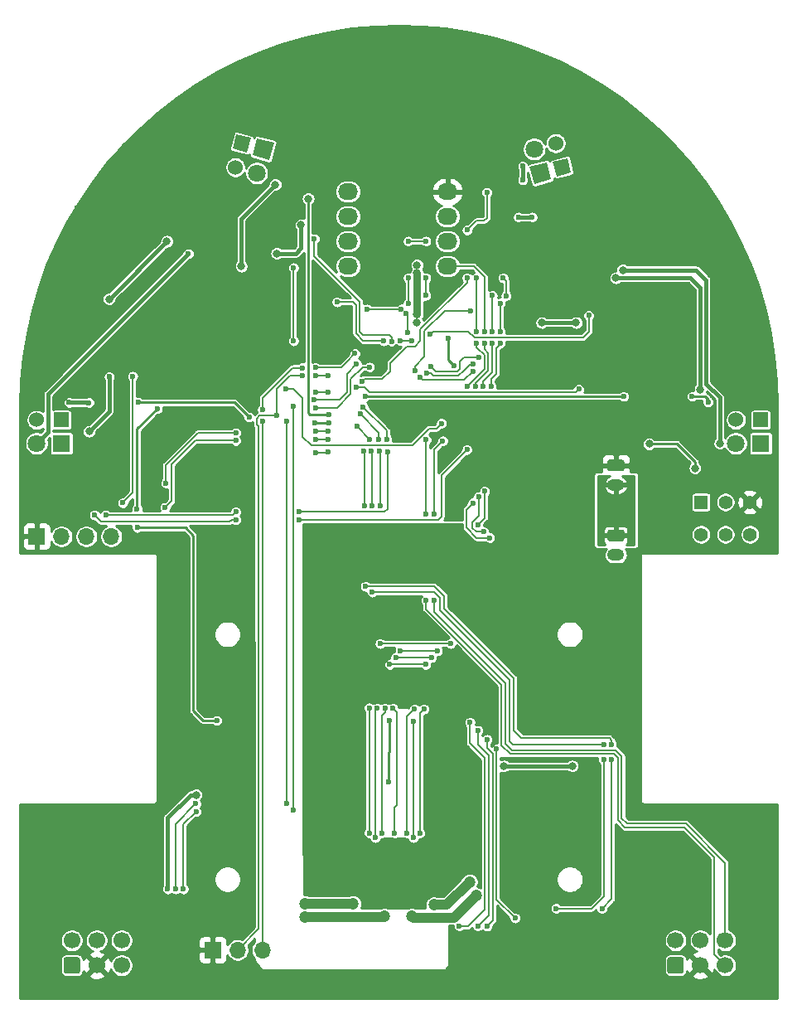
<source format=gbr>
%TF.GenerationSoftware,KiCad,Pcbnew,(5.1.8-0-10_14)*%
%TF.CreationDate,2021-01-24T15:40:33+09:00*%
%TF.ProjectId,Micromouse,4d696372-6f6d-46f7-9573-652e6b696361,rev?*%
%TF.SameCoordinates,Original*%
%TF.FileFunction,Copper,L2,Bot*%
%TF.FilePolarity,Positive*%
%FSLAX46Y46*%
G04 Gerber Fmt 4.6, Leading zero omitted, Abs format (unit mm)*
G04 Created by KiCad (PCBNEW (5.1.8-0-10_14)) date 2021-01-24 15:40:33*
%MOMM*%
%LPD*%
G01*
G04 APERTURE LIST*
%TA.AperFunction,ComponentPad*%
%ADD10O,1.750000X1.200000*%
%TD*%
%TA.AperFunction,ComponentPad*%
%ADD11O,2.032000X1.727200*%
%TD*%
%TA.AperFunction,ComponentPad*%
%ADD12C,0.100000*%
%TD*%
%TA.AperFunction,ComponentPad*%
%ADD13C,1.524000*%
%TD*%
%TA.AperFunction,ComponentPad*%
%ADD14C,1.800000*%
%TD*%
%TA.AperFunction,ComponentPad*%
%ADD15R,1.800000X1.800000*%
%TD*%
%TA.AperFunction,ComponentPad*%
%ADD16C,1.700000*%
%TD*%
%TA.AperFunction,ComponentPad*%
%ADD17R,1.524000X1.524000*%
%TD*%
%TA.AperFunction,ComponentPad*%
%ADD18R,1.400000X1.400000*%
%TD*%
%TA.AperFunction,ComponentPad*%
%ADD19C,1.400000*%
%TD*%
%TA.AperFunction,ComponentPad*%
%ADD20O,1.700000X1.700000*%
%TD*%
%TA.AperFunction,ComponentPad*%
%ADD21R,1.700000X1.700000*%
%TD*%
%TA.AperFunction,ViaPad*%
%ADD22C,0.600000*%
%TD*%
%TA.AperFunction,ViaPad*%
%ADD23C,0.800000*%
%TD*%
%TA.AperFunction,ViaPad*%
%ADD24C,1.200000*%
%TD*%
%TA.AperFunction,Conductor*%
%ADD25C,0.200000*%
%TD*%
%TA.AperFunction,Conductor*%
%ADD26C,0.400000*%
%TD*%
%TA.AperFunction,Conductor*%
%ADD27C,0.800000*%
%TD*%
%TA.AperFunction,Conductor*%
%ADD28C,0.250000*%
%TD*%
%TA.AperFunction,Conductor*%
%ADD29C,1.000000*%
%TD*%
%TA.AperFunction,Conductor*%
%ADD30C,0.258000*%
%TD*%
%TA.AperFunction,Conductor*%
%ADD31C,0.100000*%
%TD*%
%TA.AperFunction,Conductor*%
%ADD32C,0.254000*%
%TD*%
G04 APERTURE END LIST*
%TO.P,CN2,1*%
%TO.N,GND*%
%TA.AperFunction,ComponentPad*%
G36*
G01*
X166274999Y-87350000D02*
X167525001Y-87350000D01*
G75*
G02*
X167775000Y-87599999I0J-249999D01*
G01*
X167775000Y-88300001D01*
G75*
G02*
X167525001Y-88550000I-249999J0D01*
G01*
X166274999Y-88550000D01*
G75*
G02*
X166025000Y-88300001I0J249999D01*
G01*
X166025000Y-87599999D01*
G75*
G02*
X166274999Y-87350000I249999J0D01*
G01*
G37*
%TD.AperFunction*%
D10*
%TO.P,CN2,2*%
%TO.N,Net-(CN1-Pad1)*%
X166900000Y-89950000D03*
%TD*%
%TO.P,CN1,2*%
%TO.N,+BATT*%
X166900000Y-97100000D03*
%TO.P,CN1,1*%
%TO.N,Net-(CN1-Pad1)*%
%TA.AperFunction,ComponentPad*%
G36*
G01*
X166274999Y-94500000D02*
X167525001Y-94500000D01*
G75*
G02*
X167775000Y-94749999I0J-249999D01*
G01*
X167775000Y-95450001D01*
G75*
G02*
X167525001Y-95700000I-249999J0D01*
G01*
X166274999Y-95700000D01*
G75*
G02*
X166025000Y-95450001I0J249999D01*
G01*
X166025000Y-94749999D01*
G75*
G02*
X166274999Y-94500000I249999J0D01*
G01*
G37*
%TD.AperFunction*%
%TD*%
D11*
%TO.P,U7,1*%
%TO.N,+3V3*%
X139520000Y-59990000D03*
%TO.P,U7,2*%
%TO.N,/IMU_SCK*%
X139520000Y-62530000D03*
%TO.P,U7,3*%
%TO.N,/IMU_MOSI*%
X139520000Y-65070000D03*
%TO.P,U7,4*%
%TO.N,/IMU_MISO*%
X139520000Y-67610000D03*
%TO.P,U7,8*%
%TO.N,GND*%
X149680000Y-59990000D03*
%TO.P,U7,7*%
%TO.N,/IMU_INT*%
X149680000Y-62530000D03*
%TO.P,U7,6*%
%TO.N,Net-(U7-Pad6)*%
X149680000Y-65070000D03*
%TO.P,U7,5*%
%TO.N,/IMU_CS*%
X149680000Y-67610000D03*
%TD*%
%TA.AperFunction,ComponentPad*%
D12*
%TO.P,Q7,1*%
%TO.N,+3V3*%
G36*
X128118585Y-54113292D02*
G01*
X129590656Y-54507733D01*
X129196215Y-55979804D01*
X127724144Y-55585363D01*
X128118585Y-54113292D01*
G37*
%TD.AperFunction*%
D13*
%TO.P,Q7,2*%
%TO.N,/WALL_SEN2*%
X128000000Y-57500000D03*
%TD*%
%TA.AperFunction,ComponentPad*%
D12*
%TO.P,D8,1*%
%TO.N,Net-(D8-Pad1)*%
G36*
X130221004Y-54544278D02*
G01*
X131959670Y-55010152D01*
X131493796Y-56748818D01*
X129755130Y-56282944D01*
X130221004Y-54544278D01*
G37*
%TD.AperFunction*%
D14*
%TO.P,D8,2*%
%TO.N,Net-(D8-Pad2)*%
X130200000Y-58100000D03*
%TD*%
D15*
%TO.P,D9,1*%
%TO.N,Net-(D9-Pad1)*%
X110240000Y-85700000D03*
D14*
%TO.P,D9,2*%
%TO.N,Net-(D9-Pad2)*%
X107700000Y-85700000D03*
%TD*%
D16*
%TO.P,J7,6*%
%TO.N,/ENC_L_A*%
X116380000Y-136460000D03*
%TO.P,J7,4*%
%TO.N,+5V*%
X113840000Y-136460000D03*
%TO.P,J7,2*%
%TO.N,/Motor/MOTOR_L-*%
X111300000Y-136460000D03*
%TO.P,J7,5*%
%TO.N,/ENC_L_B*%
X116380000Y-139000000D03*
%TO.P,J7,3*%
%TO.N,GND*%
X113840000Y-139000000D03*
%TO.P,J7,1*%
%TO.N,/Motor/MOTOR_L+*%
%TA.AperFunction,ComponentPad*%
G36*
G01*
X111900000Y-139850000D02*
X110700000Y-139850000D01*
G75*
G02*
X110450000Y-139600000I0J250000D01*
G01*
X110450000Y-138400000D01*
G75*
G02*
X110700000Y-138150000I250000J0D01*
G01*
X111900000Y-138150000D01*
G75*
G02*
X112150000Y-138400000I0J-250000D01*
G01*
X112150000Y-139600000D01*
G75*
G02*
X111900000Y-139850000I-250000J0D01*
G01*
G37*
%TD.AperFunction*%
%TD*%
%TO.P,J8,6*%
%TO.N,/ENC_R_A*%
X178080000Y-136460000D03*
%TO.P,J8,4*%
%TO.N,+5V*%
X175540000Y-136460000D03*
%TO.P,J8,2*%
%TO.N,/Motor/MOTOR_R-*%
X173000000Y-136460000D03*
%TO.P,J8,5*%
%TO.N,/ENC_R_B*%
X178080000Y-139000000D03*
%TO.P,J8,3*%
%TO.N,GND*%
X175540000Y-139000000D03*
%TO.P,J8,1*%
%TO.N,/Motor/MOTOR_R+*%
%TA.AperFunction,ComponentPad*%
G36*
G01*
X173600000Y-139850000D02*
X172400000Y-139850000D01*
G75*
G02*
X172150000Y-139600000I0J250000D01*
G01*
X172150000Y-138400000D01*
G75*
G02*
X172400000Y-138150000I250000J0D01*
G01*
X173600000Y-138150000D01*
G75*
G02*
X173850000Y-138400000I0J-250000D01*
G01*
X173850000Y-139600000D01*
G75*
G02*
X173600000Y-139850000I-250000J0D01*
G01*
G37*
%TD.AperFunction*%
%TD*%
D13*
%TO.P,Q5,2*%
%TO.N,/WALL_SEN1*%
X160742600Y-55046548D03*
%TA.AperFunction,ComponentPad*%
D12*
%TO.P,Q5,1*%
%TO.N,+3V3*%
G36*
X162333256Y-58038815D02*
G01*
X160861185Y-58433256D01*
X160466744Y-56961185D01*
X161938815Y-56566744D01*
X162333256Y-58038815D01*
G37*
%TD.AperFunction*%
%TD*%
D13*
%TO.P,Q3,2*%
%TO.N,/WALL_SEN0*%
X179160000Y-83300000D03*
D17*
%TO.P,Q3,1*%
%TO.N,+3V3*%
X181700000Y-83300000D03*
%TD*%
D14*
%TO.P,D7,2*%
%TO.N,Net-(D7-Pad2)*%
X158542600Y-55646548D03*
%TA.AperFunction,ComponentPad*%
D12*
%TO.P,D7,1*%
%TO.N,Net-(D7-Pad1)*%
G36*
X160302270Y-58736396D02*
G01*
X158563604Y-59202270D01*
X158097730Y-57463604D01*
X159836396Y-56997730D01*
X160302270Y-58736396D01*
G37*
%TD.AperFunction*%
%TD*%
D14*
%TO.P,D6,2*%
%TO.N,Net-(D6-Pad2)*%
X179160000Y-85700000D03*
D15*
%TO.P,D6,1*%
%TO.N,Net-(D6-Pad1)*%
X181700000Y-85700000D03*
%TD*%
D13*
%TO.P,Q9,2*%
%TO.N,/WALL_SEN3*%
X107700000Y-83300000D03*
D17*
%TO.P,Q9,1*%
%TO.N,+3V3*%
X110240000Y-83300000D03*
%TD*%
D18*
%TO.P,ON,1*%
%TO.N,Net-(SW1-Pad1)*%
X175600000Y-91700000D03*
D19*
%TO.P,ON,2*%
%TO.N,Net-(Q1-Pad1)*%
X178100000Y-91700000D03*
%TO.P,ON,3*%
%TO.N,GND*%
X180600000Y-91700000D03*
%TO.P,ON,4*%
%TO.N,N/C*%
X175600000Y-95000000D03*
%TO.P,ON,5*%
X178100000Y-95000000D03*
%TO.P,ON,6*%
X180600000Y-95000000D03*
%TD*%
D20*
%TO.P,J6,4*%
%TO.N,/NRST*%
X115320000Y-95200000D03*
%TO.P,J6,3*%
%TO.N,/SWDIO*%
X112780000Y-95200000D03*
%TO.P,J6,2*%
%TO.N,/SWCLK*%
X110240000Y-95200000D03*
D21*
%TO.P,J6,1*%
%TO.N,GND*%
X107700000Y-95200000D03*
%TD*%
D20*
%TO.P,J1,3*%
%TO.N,/DBG_TX*%
X130780000Y-137425000D03*
%TO.P,J1,2*%
%TO.N,/DBG_RX*%
X128240000Y-137425000D03*
D21*
%TO.P,J1,1*%
%TO.N,GND*%
X125700000Y-137425000D03*
%TD*%
D22*
%TO.N,GND*%
X173500000Y-91000000D03*
X136345000Y-72240200D03*
X137850000Y-72240200D03*
X140346000Y-127183200D03*
X140346000Y-126433200D03*
X140346000Y-125683200D03*
X141096000Y-126433200D03*
X141096000Y-127183200D03*
X141846000Y-127183200D03*
X142596000Y-127183200D03*
X143346000Y-127183200D03*
X143346000Y-126433200D03*
X144096000Y-126433200D03*
X144096000Y-127183200D03*
X144846000Y-127183200D03*
X145596000Y-127183200D03*
X144846000Y-126433200D03*
X146346000Y-127183200D03*
X147096000Y-127183200D03*
X147846000Y-127183200D03*
X148596000Y-127183200D03*
X148596000Y-126433200D03*
X147846000Y-126433200D03*
X147096000Y-126433200D03*
X147846000Y-125683200D03*
X106346000Y-96683200D03*
X120346000Y-96700000D03*
X141846000Y-81683200D03*
X144846000Y-84683200D03*
X147846000Y-81683200D03*
X106346000Y-122800000D03*
X106300000Y-142183200D03*
X183100000Y-142183200D03*
X106346000Y-88183200D03*
X106346000Y-81183200D03*
X107600000Y-72183200D03*
X111846000Y-61683200D03*
X120100000Y-52183200D03*
X130100000Y-46183200D03*
X142346000Y-43450000D03*
X146850000Y-43450000D03*
X183100000Y-96700000D03*
X178100000Y-96700000D03*
X173600000Y-96700000D03*
X183100000Y-81700000D03*
X169100000Y-99200000D03*
X169100000Y-122700000D03*
X183100000Y-122700000D03*
X181850000Y-72200000D03*
X159350000Y-46200000D03*
X169350000Y-52200000D03*
X177350000Y-61700000D03*
X151600000Y-90200000D03*
X150100000Y-90200000D03*
X150100000Y-93200000D03*
X139367600Y-72240200D03*
X137000000Y-74830810D03*
X138600000Y-74830810D03*
X137780820Y-74930820D03*
X153350000Y-63700000D03*
X153350000Y-65950000D03*
X154600000Y-66450000D03*
X156350000Y-58950000D03*
X156350000Y-61450000D03*
X151850000Y-53950000D03*
X145600000Y-59950000D03*
X154350000Y-68700000D03*
X162950000Y-72300000D03*
X166200000Y-69500000D03*
X121050000Y-66100000D03*
X122250000Y-66100000D03*
X127600000Y-63500000D03*
X127600000Y-64550000D03*
X127600000Y-65650000D03*
X127600000Y-66700000D03*
X133550000Y-63350000D03*
X130200000Y-62500000D03*
X130850000Y-61700000D03*
X141450000Y-70750000D03*
X143200000Y-70750000D03*
X145050000Y-70750000D03*
X144846000Y-81683200D03*
X155350000Y-76500000D03*
X157300000Y-84300000D03*
X158950000Y-84300000D03*
X157300000Y-86100000D03*
X158150000Y-85200000D03*
X158950000Y-86100000D03*
X161700000Y-63750000D03*
X161700000Y-65050000D03*
X161700000Y-66300000D03*
X161700000Y-67550000D03*
X162500000Y-75800000D03*
X166300000Y-78600000D03*
X164900000Y-74200000D03*
X167400000Y-74200000D03*
X168900000Y-81900000D03*
X173400000Y-82000000D03*
X174700000Y-81800000D03*
X173810000Y-87700000D03*
X173500000Y-93800000D03*
X178300000Y-82100000D03*
X168900000Y-80000000D03*
X173400000Y-80000000D03*
X114700000Y-87900000D03*
X149200000Y-87100000D03*
X149900000Y-86700000D03*
X183100000Y-89200000D03*
X113846000Y-96683200D03*
X120300000Y-122800000D03*
X113100000Y-122800000D03*
X120400000Y-113200000D03*
X120300000Y-104600000D03*
X169000000Y-106200000D03*
X169000000Y-115100000D03*
X176000000Y-122700000D03*
X183200000Y-132700000D03*
X164800000Y-141800000D03*
X162200000Y-141800000D03*
X157800000Y-141600000D03*
X160200000Y-141800000D03*
X149300000Y-142100000D03*
X113400000Y-142200000D03*
X106200000Y-132400000D03*
X120500000Y-142100000D03*
X128400000Y-142100000D03*
X136100000Y-142100000D03*
X143700000Y-142100000D03*
X125700000Y-75100000D03*
X125700000Y-77700000D03*
X133100000Y-75000000D03*
X133100000Y-77500000D03*
X131300000Y-78900000D03*
X129400000Y-75000000D03*
X121900000Y-78800000D03*
X122800000Y-77700000D03*
X121200000Y-70400000D03*
X127400000Y-70400000D03*
X126100000Y-68700000D03*
X124200000Y-70400000D03*
X122700000Y-68700000D03*
X165400000Y-72500000D03*
X171400000Y-72600000D03*
X170500000Y-74200000D03*
X174600000Y-78200000D03*
X165200000Y-99300000D03*
X164900000Y-124700000D03*
X157700000Y-134700000D03*
X162300000Y-134700000D03*
X169400000Y-129500000D03*
X156500000Y-129400000D03*
X175500000Y-142100000D03*
X166900000Y-142100000D03*
X157900000Y-124700000D03*
X160000000Y-119500000D03*
D23*
X118900000Y-84700000D03*
X121600000Y-82400000D03*
X126900000Y-82400000D03*
X129200000Y-86500000D03*
X124400000Y-86400000D03*
X122400000Y-88300000D03*
X122400000Y-92100000D03*
X124600000Y-94600000D03*
X125100000Y-121500000D03*
X129300000Y-117200000D03*
X129300000Y-121500000D03*
X125100000Y-124200000D03*
X129300000Y-124200000D03*
X149300000Y-113900000D03*
X149000000Y-121300000D03*
X152600000Y-121300000D03*
X128500000Y-114900000D03*
X129500000Y-113000000D03*
X129300000Y-94600000D03*
D22*
X142700000Y-78300000D03*
X173000000Y-127700000D03*
X172900000Y-134700000D03*
X174700000Y-129100000D03*
X174700000Y-134700000D03*
X160805200Y-77193200D03*
X156690400Y-79428400D03*
X157147600Y-76583600D03*
X159230400Y-79834800D03*
%TO.N,/BAT_MONI*%
X140397200Y-79950000D03*
X163103900Y-80165000D03*
%TO.N,+5V*%
X121100000Y-131200000D03*
D23*
X162450000Y-118650000D03*
X155450000Y-118650000D03*
X124003600Y-121581815D03*
D22*
%TO.N,/SW0*%
X141996000Y-92083200D03*
X165646000Y-116420400D03*
X165646000Y-118020410D03*
X160772180Y-133187500D03*
X140754264Y-82716418D03*
X141905769Y-86480352D03*
X142639737Y-85274486D03*
X142000000Y-100900000D03*
%TO.N,Net-(C6-Pad1)*%
X136201809Y-86650001D03*
X137451809Y-86553100D03*
%TO.N,/NRST*%
X117523600Y-78844200D03*
X116505400Y-91775000D03*
X145615795Y-74415692D03*
X144968300Y-71986200D03*
X141463100Y-71986200D03*
X145452300Y-72470200D03*
%TO.N,/SW1*%
X166446003Y-116420400D03*
X166451620Y-118020410D03*
X165476260Y-133205280D03*
X141196009Y-92087297D03*
X140434400Y-83949600D03*
X141104678Y-86480352D03*
X141753116Y-85280352D03*
X141300000Y-100300000D03*
D23*
%TO.N,+3V3*%
X146581200Y-73370200D03*
X146581200Y-68303200D03*
X146581200Y-67490400D03*
X146581200Y-72545000D03*
X162824200Y-73370200D03*
X159332000Y-73370500D03*
D22*
X150365800Y-77790100D03*
X149760980Y-74996100D03*
X143634800Y-120246200D03*
X143761800Y-113985100D03*
X120050900Y-82148900D03*
X117968100Y-92404700D03*
X117982428Y-94303200D03*
X126100000Y-113997800D03*
%TO.N,/TICK_LED*%
X150899200Y-134990900D03*
X151978475Y-114188525D03*
X150000000Y-106149200D03*
X142796000Y-92087297D03*
X142805000Y-106149200D03*
X142707700Y-86480352D03*
X143482400Y-85280352D03*
X141069400Y-81981100D03*
%TO.N,/DBG_LED0*%
X152804200Y-134990900D03*
X152803975Y-115014025D03*
X147952800Y-77866300D03*
X152862122Y-76959014D03*
X153485525Y-90574525D03*
X152803975Y-94033625D03*
%TO.N,/DBG_LED1*%
X153731300Y-135003600D03*
X153731075Y-115941125D03*
X147550000Y-78557497D03*
X152316080Y-77559014D03*
X152885525Y-91146025D03*
X153403975Y-94740832D03*
%TO.N,/DBG_LED2*%
X154708975Y-116919025D03*
X156601500Y-134165400D03*
X146845246Y-78936076D03*
X154003975Y-95341500D03*
X152272675Y-91787375D03*
X152264708Y-78357363D03*
D23*
%TO.N,Net-(D6-Pad2)*%
X175511800Y-80180243D03*
X166900000Y-68800000D03*
%TO.N,Net-(D6-Pad1)*%
X177531100Y-85702200D03*
X167600000Y-68000000D03*
D22*
%TO.N,Net-(D7-Pad2)*%
X157376200Y-57400000D03*
X157376200Y-58800000D03*
D23*
%TO.N,Net-(D8-Pad2)*%
X132090500Y-59275000D03*
X128610700Y-67604700D03*
%TO.N,Net-(D8-Pad1)*%
X132242900Y-66296600D03*
X134731000Y-63388300D03*
D22*
%TO.N,Net-(D9-Pad2)*%
X123213200Y-66334700D03*
%TO.N,Net-(D9-Pad1)*%
X115123300Y-78900000D03*
D23*
X121015800Y-65065000D03*
X113065900Y-84470300D03*
X115110925Y-70969875D03*
D22*
%TO.N,/DBG_TX*%
X140231200Y-76532800D03*
X136192600Y-77955200D03*
X130780000Y-83469400D03*
X134831000Y-77980600D03*
X130778437Y-82262565D03*
%TO.N,/DBG_RX*%
X136201809Y-78755148D03*
X137451809Y-78761923D03*
X132235365Y-82862565D03*
X128240000Y-137425000D03*
X134831000Y-78780603D03*
%TO.N,/IMU_MISO*%
X145681200Y-71427400D03*
X155064495Y-74272409D03*
X155064800Y-71402000D03*
X155064606Y-75489699D03*
X145681200Y-68800000D03*
X154150206Y-79880233D03*
%TO.N,/IMU_MOSI*%
X147481200Y-70600000D03*
X154264496Y-74270200D03*
X154264700Y-70600000D03*
X154264603Y-75489699D03*
X145681200Y-65052000D03*
X147481200Y-65052000D03*
X147482900Y-68800000D03*
X153350203Y-79880233D03*
%TO.N,/IMU_SCK*%
X137482400Y-80450000D03*
X136201809Y-80444400D03*
X133957400Y-75236000D03*
X133957400Y-67757100D03*
%TO.N,/TEST_I2C_SCL*%
X128063912Y-84621333D03*
X137451809Y-84457600D03*
X136201809Y-84457600D03*
X120898374Y-89766200D03*
%TO.N,/IMU_INT*%
X152664500Y-74270200D03*
X152664500Y-68800000D03*
X152664500Y-75489699D03*
X151686600Y-79880233D03*
%TO.N,/IMU_CS*%
X153464498Y-74272719D03*
X153464600Y-75489699D03*
X152550200Y-79880233D03*
%TO.N,/TEST_I2C_SDA*%
X120825600Y-92242700D03*
X128058312Y-85421315D03*
X136201809Y-85321200D03*
X137451809Y-85321200D03*
%TO.N,/SWDIO*%
X114767700Y-93004700D03*
X143579000Y-86591200D03*
X134532000Y-92687200D03*
X128058317Y-92687200D03*
%TO.N,/SWCLK*%
X151686600Y-86337200D03*
X113612000Y-93017400D03*
X134532000Y-93487203D03*
X128058317Y-93513811D03*
%TO.N,/ENC_L_A*%
X121899970Y-131207163D03*
X133220800Y-122481400D03*
X136196929Y-82048758D03*
X133220800Y-83475010D03*
X141721434Y-77907442D03*
X123976198Y-122481400D03*
D24*
%TO.N,/Motor/MOTOR_L-*%
X143246000Y-133983200D03*
X135100000Y-134100003D03*
D22*
%TO.N,/ENC_L_B*%
X122699971Y-131205486D03*
X133932000Y-123116400D03*
X136081000Y-81257200D03*
X133930840Y-81916440D03*
X140396300Y-77599600D03*
X123986154Y-123319973D03*
D24*
%TO.N,/Motor/MOTOR_L+*%
X135100000Y-132700000D03*
X140028000Y-132692200D03*
D22*
%TO.N,/ENC_R_A*%
X149210465Y-85450935D03*
X148308303Y-92887300D03*
X148308400Y-101729600D03*
D24*
%TO.N,/Motor/MOTOR_R-*%
X148283000Y-132819200D03*
X151946000Y-130483200D03*
D22*
%TO.N,/ENC_R_B*%
X147510650Y-85342039D03*
X147508300Y-92887300D03*
X147508397Y-101729600D03*
D24*
%TO.N,/Motor/MOTOR_R+*%
X146046000Y-133983200D03*
X152608945Y-131883200D03*
D22*
%TO.N,/WALL_SEN0*%
X176324600Y-81485800D03*
X141268957Y-80905243D03*
X167694757Y-80905243D03*
X174694757Y-80905243D03*
%TO.N,/WALL_SEN1*%
X151699300Y-63921700D03*
X151699300Y-68800000D03*
X153705900Y-60073600D03*
X140999186Y-79350000D03*
D23*
%TO.N,/WALL_SEN2*%
X135456000Y-60708600D03*
D22*
X137550360Y-82775082D03*
%TO.N,/WALL_SEN3*%
X137538800Y-83575001D03*
X111017325Y-81532725D03*
X113053200Y-81536600D03*
X136141800Y-83568600D03*
X118123600Y-81523900D03*
X129403099Y-83017501D03*
%TO.N,/BUZZER*%
X133181200Y-80100000D03*
X149070400Y-83657500D03*
%TO.N,/WALL_LED0*%
X164119900Y-72633900D03*
X144850000Y-75199300D03*
X146050000Y-75199300D03*
X147917211Y-74589700D03*
%TO.N,Net-(R18-Pad2)*%
X158342601Y-62598598D03*
X156942601Y-62600900D03*
%TO.N,/WALL_LED1*%
X152064500Y-72138600D03*
X155670803Y-70643597D03*
X155369600Y-68800000D03*
X146350000Y-78307797D03*
%TO.N,/WALL_LED2*%
X143965000Y-75288200D03*
X136081000Y-64810700D03*
%TO.N,/WALL_LED3*%
X138402400Y-71262300D03*
X143166103Y-75246153D03*
%TO.N,/MOTOR_L_PWM*%
X141679000Y-125478600D03*
X141679000Y-112702400D03*
%TO.N,/MOTOR_L_DIR1*%
X142315931Y-125962667D03*
X142486267Y-112743662D03*
%TO.N,/MOTOR_L_DIR0*%
X142974400Y-125504000D03*
X143293591Y-112753200D03*
%TO.N,/MOTOR_STBY*%
X144269800Y-125504000D03*
X144093594Y-112753200D03*
%TO.N,/MOTOR_R_DIR0*%
X145565200Y-125504000D03*
X144405522Y-107571600D03*
X146327200Y-112829400D03*
X148064000Y-107571600D03*
%TO.N,/MOTOR_R_DIR1*%
X146214429Y-125971445D03*
X143787200Y-108282800D03*
X147464000Y-108282800D03*
X146200200Y-114074000D03*
%TO.N,/MOTOR_R_PWM*%
X146862609Y-125502547D03*
X144850000Y-106885800D03*
X148664000Y-106885800D03*
X147292400Y-112829400D03*
D23*
%TO.N,Net-(Q1-Pad1)*%
X170300000Y-85750000D03*
X174978400Y-88229500D03*
%TD*%
D25*
%TO.N,/BAT_MONI*%
X141201716Y-79950000D02*
X140397200Y-79950000D01*
X141731949Y-80480233D02*
X141201716Y-79950000D01*
X162788667Y-80480233D02*
X141731949Y-80480233D01*
X163103900Y-80165000D02*
X162788667Y-80480233D01*
D26*
%TO.N,+5V*%
X121100000Y-131200000D02*
X121100000Y-123950000D01*
X155450000Y-118650000D02*
X162450000Y-118650000D01*
X121100000Y-123950000D02*
X121100000Y-123900000D01*
X123468185Y-121581815D02*
X124003600Y-121581815D01*
X121100000Y-123950000D02*
X123468185Y-121581815D01*
D25*
%TO.N,/SW0*%
X141995997Y-92083197D02*
X141996000Y-92083200D01*
X141996000Y-86570583D02*
X141905769Y-86480352D01*
X141996000Y-92083200D02*
X141996000Y-86570583D01*
X142639737Y-84601891D02*
X142639737Y-85274486D01*
X140754264Y-82716418D02*
X142639737Y-84601891D01*
X156369010Y-116420400D02*
X165646000Y-116420400D01*
X156050000Y-116101390D02*
X156369010Y-116420400D01*
X156050000Y-109850000D02*
X156050000Y-116101390D01*
X148950000Y-102750000D02*
X156050000Y-109850000D01*
X148950000Y-101483198D02*
X148950000Y-102750000D01*
X148366802Y-100900000D02*
X148950000Y-101483198D01*
X142000000Y-100900000D02*
X148366802Y-100900000D01*
X165646000Y-131954000D02*
X165646000Y-128813583D01*
X164412500Y-133187500D02*
X165646000Y-131954000D01*
X165646000Y-128813583D02*
X165646000Y-118020410D01*
X160772180Y-133187500D02*
X164412500Y-133187500D01*
%TO.N,Net-(C6-Pad1)*%
X137354908Y-86650001D02*
X137451809Y-86553100D01*
X136201809Y-86650001D02*
X137354908Y-86650001D01*
%TO.N,/NRST*%
X117523600Y-90756800D02*
X116505400Y-91775000D01*
X117523600Y-78844200D02*
X117523600Y-90756800D01*
X144968300Y-71986200D02*
X141463100Y-71986200D01*
X145615795Y-72633695D02*
X145452300Y-72470200D01*
X145615795Y-74415692D02*
X145615795Y-72633695D01*
%TO.N,/SW1*%
X166451620Y-118020410D02*
X166451620Y-118102792D01*
X166451620Y-132229920D02*
X166451620Y-118020410D01*
X165476260Y-133205280D02*
X166451620Y-132229920D01*
X141195994Y-92087282D02*
X141196009Y-92087297D01*
X141196009Y-86571683D02*
X141104678Y-86480352D01*
X141196009Y-92087297D02*
X141196009Y-86571683D01*
X140434400Y-83961636D02*
X141753116Y-85280352D01*
X140434400Y-83949600D02*
X140434400Y-83961636D01*
X166245266Y-115795399D02*
X166446003Y-115996136D01*
X156450010Y-114990808D02*
X157254601Y-115795399D01*
X166446003Y-115996136D02*
X166446003Y-116420400D01*
X156450010Y-109684311D02*
X156450010Y-114990808D01*
X157254601Y-115795399D02*
X166245266Y-115795399D01*
X149350010Y-102584312D02*
X156450010Y-109684311D01*
X149350010Y-101317509D02*
X149350010Y-102584312D01*
X148332501Y-100300000D02*
X149350010Y-101317509D01*
X141300000Y-100300000D02*
X148332501Y-100300000D01*
D27*
%TO.N,+3V3*%
X146581200Y-68303200D02*
X146581200Y-72545000D01*
D26*
X162824200Y-73370200D02*
X162824200Y-73370200D01*
X159204898Y-73370200D02*
X159204598Y-73370500D01*
D28*
X149760980Y-77185280D02*
X149760980Y-75489699D01*
X150365800Y-77790100D02*
X149760980Y-77185280D01*
X149760980Y-75489699D02*
X149760980Y-74996100D01*
X143634800Y-120246200D02*
X143634800Y-117274400D01*
X143761800Y-117147400D02*
X143761800Y-113985100D01*
X143634800Y-117274400D02*
X143761800Y-117147400D01*
X117968100Y-84231700D02*
X117968100Y-92404700D01*
X120050900Y-82148900D02*
X117968100Y-84231700D01*
X124697800Y-113997800D02*
X126100000Y-113997800D01*
X123700000Y-95100000D02*
X123700000Y-113000000D01*
X123700000Y-113000000D02*
X124697800Y-113997800D01*
X122903200Y-94303200D02*
X123700000Y-95100000D01*
X117982428Y-94303200D02*
X122903200Y-94303200D01*
D26*
X162823900Y-73370500D02*
X162824200Y-73370200D01*
X159332000Y-73370500D02*
X162823900Y-73370500D01*
D25*
%TO.N,/TICK_LED*%
X151978700Y-114188750D02*
X151978475Y-114188525D01*
X150000000Y-106149200D02*
X142805000Y-106149200D01*
X142796000Y-86568652D02*
X142707700Y-86480352D01*
X142796000Y-92087297D02*
X142796000Y-86568652D01*
X141069400Y-81981100D02*
X143482400Y-84394100D01*
X143482400Y-84394100D02*
X143482400Y-85280352D01*
X153508945Y-117847834D02*
X151978475Y-116317364D01*
X153508945Y-133308255D02*
X153508945Y-117847834D01*
X151978475Y-116317364D02*
X151978475Y-114188525D01*
X151826300Y-134990900D02*
X153508945Y-133308255D01*
X150899200Y-134990900D02*
X151826300Y-134990900D01*
%TO.N,/DBG_LED0*%
X152804200Y-115014250D02*
X152803975Y-115014025D01*
X152804200Y-115128100D02*
X152804200Y-115014250D01*
X147952800Y-77866300D02*
X148476601Y-78390101D01*
X152238286Y-76959014D02*
X152862122Y-76959014D01*
X150965801Y-78078101D02*
X150965801Y-77361401D01*
X150653801Y-78390101D02*
X150965801Y-78078101D01*
X148476601Y-78390101D02*
X150653801Y-78390101D01*
X151368188Y-76959014D02*
X152238286Y-76959014D01*
X150965801Y-77361401D02*
X151368188Y-76959014D01*
X153485525Y-90574525D02*
X153485525Y-93313975D01*
X152803975Y-93995525D02*
X152803975Y-94033625D01*
X153485525Y-93313975D02*
X152803975Y-93995525D01*
X152803975Y-115014025D02*
X152803975Y-116483745D01*
X152803975Y-116483745D02*
X153908955Y-117588725D01*
X153908955Y-133886145D02*
X152804200Y-134990900D01*
X153908955Y-117588725D02*
X153908955Y-133886145D01*
%TO.N,/DBG_LED1*%
X153731300Y-115941350D02*
X153731075Y-115941125D01*
X147974264Y-78557497D02*
X148206876Y-78790109D01*
X147550000Y-78557497D02*
X147974264Y-78557497D01*
X150819492Y-78790109D02*
X151365811Y-78243790D01*
X148206876Y-78790109D02*
X150819492Y-78790109D01*
X152050587Y-77559014D02*
X152316080Y-77559014D01*
X151365811Y-78243790D02*
X152050587Y-77559014D01*
X152623180Y-94740832D02*
X153403975Y-94740832D01*
X152203974Y-94321626D02*
X152623180Y-94740832D01*
X152885525Y-93064073D02*
X152203974Y-93745624D01*
X152203974Y-93745624D02*
X152203974Y-94321626D01*
X152885525Y-91146025D02*
X152885525Y-93064073D01*
X153731075Y-115941125D02*
X153731075Y-116829127D01*
X153731075Y-116829127D02*
X154308965Y-117407017D01*
X154308965Y-134425935D02*
X153731300Y-135003600D01*
X154308965Y-117407017D02*
X154308965Y-134425935D01*
%TO.N,/DBG_LED2*%
X154708975Y-132272875D02*
X156601500Y-134165400D01*
X154708975Y-116919025D02*
X154708975Y-132272875D01*
X147145245Y-79236075D02*
X151152923Y-79236075D01*
X146845246Y-78936076D02*
X147145245Y-79236075D01*
X151152923Y-79236075D02*
X151350620Y-79236075D01*
X152658149Y-95341500D02*
X154003975Y-95341500D01*
X151603974Y-94287325D02*
X152658149Y-95341500D01*
X151603974Y-92456076D02*
X151603974Y-94287325D01*
X152272675Y-91787375D02*
X151603974Y-92456076D01*
X151385996Y-79236075D02*
X152264708Y-78357363D01*
X151350620Y-79236075D02*
X151385996Y-79236075D01*
D26*
%TO.N,Net-(D6-Pad2)*%
X166900000Y-68800000D02*
X174500000Y-68800000D01*
X175511800Y-69811800D02*
X175511800Y-80180243D01*
X174500000Y-68800000D02*
X175511800Y-69811800D01*
%TO.N,Net-(D6-Pad1)*%
X177531100Y-81015541D02*
X177531100Y-85702200D01*
X176111810Y-79596251D02*
X177531100Y-81015541D01*
X176111810Y-69011810D02*
X176111810Y-79596251D01*
X175100000Y-68000000D02*
X176111810Y-69011810D01*
X167600000Y-68000000D02*
X175100000Y-68000000D01*
%TO.N,Net-(D7-Pad2)*%
X157376200Y-57400000D02*
X157376200Y-58800000D01*
%TO.N,Net-(D8-Pad2)*%
X132090500Y-59275000D02*
X128610700Y-62754800D01*
X128610700Y-62754800D02*
X128610700Y-67604700D01*
%TO.N,Net-(D8-Pad1)*%
X132242900Y-66296600D02*
X134211400Y-66296600D01*
X134731000Y-65777000D02*
X134731000Y-63388300D01*
X134211400Y-66296600D02*
X134731000Y-65777000D01*
%TO.N,Net-(D9-Pad2)*%
X108862001Y-80685899D02*
X123213200Y-66334700D01*
X108862001Y-84537999D02*
X108862001Y-80685899D01*
X107700000Y-85700000D02*
X108862001Y-84537999D01*
%TO.N,Net-(D9-Pad1)*%
X121015800Y-65065000D02*
X115110925Y-70969875D01*
X115123300Y-82412900D02*
X113065900Y-84470300D01*
X115123300Y-78900000D02*
X115123300Y-82412900D01*
D25*
%TO.N,/DBG_TX*%
X140231200Y-76532800D02*
X139393000Y-77371000D01*
X138808800Y-77955200D02*
X139393000Y-77371000D01*
X136192600Y-77955200D02*
X138808800Y-77955200D01*
X130780000Y-137425000D02*
X130780000Y-83469400D01*
X130778437Y-81608899D02*
X130778437Y-82262565D01*
X130778437Y-81049063D02*
X130778437Y-81608899D01*
X133846900Y-77980600D02*
X130778437Y-81049063D01*
X134831000Y-77980600D02*
X133846900Y-77980600D01*
%TO.N,/DBG_RX*%
X136208584Y-78761923D02*
X136201809Y-78755148D01*
X137451809Y-78761923D02*
X136208584Y-78761923D01*
X128658317Y-137006683D02*
X128240000Y-137425000D01*
X132235365Y-82862565D02*
X130498833Y-82862565D01*
X133612595Y-78780603D02*
X134831000Y-78780603D01*
X132235365Y-80157833D02*
X133612595Y-78780603D01*
X132235365Y-82862565D02*
X132235365Y-80157833D01*
X130179999Y-83181399D02*
X130179999Y-83757401D01*
X130498833Y-82862565D02*
X130179999Y-83181399D01*
X130179999Y-83757401D02*
X130379990Y-83957392D01*
X130379990Y-135285010D02*
X128240000Y-137425000D01*
X130379990Y-83957392D02*
X130379990Y-135285010D01*
%TO.N,/IMU_MISO*%
X155102900Y-74234004D02*
X155064495Y-74272409D01*
X155064495Y-71402305D02*
X155064800Y-71402000D01*
X155064495Y-74272409D02*
X155064495Y-71402305D01*
X145681200Y-68800000D02*
X145681200Y-71427400D01*
X154150206Y-79880233D02*
X154150206Y-79113721D01*
X154150206Y-79113721D02*
X154662153Y-78601776D01*
X155064606Y-75577698D02*
X155064606Y-75489699D01*
X154662153Y-75980151D02*
X155064606Y-75577698D01*
X154662153Y-78601776D02*
X154662153Y-75980151D01*
%TO.N,/IMU_MOSI*%
X154328200Y-74206496D02*
X154264496Y-74270200D01*
X154264496Y-70600204D02*
X154264700Y-70600000D01*
X154264496Y-74270200D02*
X154264496Y-70600204D01*
X145681200Y-65052000D02*
X147481200Y-65052000D01*
X147482900Y-70598300D02*
X147481200Y-70600000D01*
X147482900Y-68800000D02*
X147482900Y-70598300D01*
X154264603Y-75592903D02*
X154264603Y-75489699D01*
X153350203Y-79880233D02*
X153350203Y-79348026D01*
X154262143Y-75492159D02*
X154264603Y-75489699D01*
X154262143Y-78436087D02*
X154262143Y-75492159D01*
X153350203Y-79348026D02*
X154262143Y-78436087D01*
%TO.N,/IMU_SCK*%
X136207409Y-80450000D02*
X136201809Y-80444400D01*
X137482400Y-80450000D02*
X136207409Y-80450000D01*
X133957400Y-75236000D02*
X133957400Y-68800000D01*
X133957400Y-68800000D02*
X133957400Y-67757100D01*
%TO.N,/TEST_I2C_SCL*%
X126089917Y-84621333D02*
X128063912Y-84621333D01*
X137451809Y-84457600D02*
X136201809Y-84457600D01*
X120898374Y-87908527D02*
X120898374Y-89766200D01*
X124185568Y-84621333D02*
X120898374Y-87908527D01*
X126089917Y-84621333D02*
X124185568Y-84621333D01*
%TO.N,/IMU_INT*%
X152664500Y-74270200D02*
X152664500Y-69243786D01*
X152664500Y-69243786D02*
X152664500Y-68800000D01*
X153462123Y-76671013D02*
X152664500Y-75873390D01*
X153462123Y-78104710D02*
X153462123Y-76671013D01*
X152664500Y-75873390D02*
X152664500Y-75489699D01*
X151686600Y-79880233D02*
X153462123Y-78104710D01*
%TO.N,/IMU_CS*%
X152362502Y-67610000D02*
X149680000Y-67610000D01*
X153464498Y-68711996D02*
X152362502Y-67610000D01*
X153464498Y-74272719D02*
X153464498Y-68711996D01*
X153464600Y-76101000D02*
X153464600Y-75913963D01*
X153464600Y-75913963D02*
X153464600Y-75489699D01*
X153862133Y-76498533D02*
X153464600Y-76101000D01*
X152550200Y-79880233D02*
X152550200Y-79582331D01*
X153862133Y-78270398D02*
X153862133Y-78251133D01*
X152550200Y-79582331D02*
X153862133Y-78270398D01*
X153862133Y-78251133D02*
X153862133Y-76498533D01*
%TO.N,/TEST_I2C_SDA*%
X136201809Y-85321200D02*
X136535152Y-85321200D01*
X136535152Y-85321200D02*
X137451809Y-85321200D01*
X123951285Y-85421315D02*
X128058312Y-85421315D01*
X121498374Y-87874226D02*
X123951285Y-85421315D01*
X121498374Y-91569926D02*
X121498374Y-87874226D01*
X120825600Y-92242700D02*
X121498374Y-91569926D01*
%TO.N,/SWDIO*%
X116000000Y-93004700D02*
X114767700Y-93004700D01*
X143266903Y-92687297D02*
X141742403Y-92687297D01*
X143579000Y-92375200D02*
X143266903Y-92687297D01*
X141742403Y-92687297D02*
X139024700Y-92687297D01*
X143579000Y-86591200D02*
X143579000Y-92375200D01*
X134532097Y-92687297D02*
X134532000Y-92687200D01*
X139024700Y-92687297D02*
X134532097Y-92687297D01*
X127740817Y-93004700D02*
X116000000Y-93004700D01*
X128058317Y-92687200D02*
X127740817Y-93004700D01*
%TO.N,/SWCLK*%
X151686600Y-86337200D02*
X149045000Y-88978800D01*
X149045000Y-88978800D02*
X149045000Y-93195200D01*
X149045000Y-93195200D02*
X148752900Y-93487300D01*
X148752900Y-93487300D02*
X139024700Y-93487300D01*
X114297800Y-93703200D02*
X117714100Y-93703200D01*
X113612000Y-93017400D02*
X114297800Y-93703200D01*
X134532097Y-93487300D02*
X134532000Y-93487203D01*
X139024700Y-93487300D02*
X134532097Y-93487300D01*
X127444664Y-93703200D02*
X117714100Y-93703200D01*
X127634053Y-93513811D02*
X127444664Y-93703200D01*
X128058317Y-93513811D02*
X127634053Y-93513811D01*
%TO.N,/ENC_L_A*%
X133220800Y-111641402D02*
X133220800Y-122481400D01*
X139797199Y-80179901D02*
X139797199Y-80652865D01*
X139797199Y-80652865D02*
X138401626Y-82048438D01*
X139797199Y-80179901D02*
X139797199Y-80321487D01*
X136197249Y-82048438D02*
X136196929Y-82048758D01*
X138401626Y-82048438D02*
X136197249Y-82048438D01*
X133220800Y-83475010D02*
X133220800Y-111641402D01*
X139797199Y-79125801D02*
X139797199Y-80179901D01*
X141015558Y-77907442D02*
X139797199Y-79125801D01*
X141721434Y-77907442D02*
X141015558Y-77907442D01*
X121892400Y-124565198D02*
X123976198Y-122481400D01*
X121892400Y-131199593D02*
X121892400Y-124565198D01*
X121899970Y-131207163D02*
X121892400Y-131199593D01*
D29*
%TO.N,/Motor/MOTOR_L-*%
X143229200Y-134000000D02*
X143246000Y-133983200D01*
X143129197Y-134100003D02*
X135100000Y-134100003D01*
X143246000Y-133983200D02*
X143129197Y-134100003D01*
D25*
%TO.N,/ENC_L_B*%
X122699971Y-131205486D02*
X122699971Y-124660571D01*
X133932000Y-123116400D02*
X133932000Y-83132332D01*
X133932000Y-81917600D02*
X133930840Y-81916440D01*
X133932000Y-83132332D02*
X133932000Y-81917600D01*
X136089752Y-81248448D02*
X136081000Y-81257200D01*
X138635917Y-81248448D02*
X136089752Y-81248448D01*
X139397189Y-80487176D02*
X138635917Y-81248448D01*
X139397189Y-78598711D02*
X139397189Y-80487176D01*
X140396300Y-77599600D02*
X139397189Y-78598711D01*
X122699971Y-124606156D02*
X123986154Y-123319973D01*
X122699971Y-124660571D02*
X122699971Y-124606156D01*
D29*
%TO.N,/Motor/MOTOR_L+*%
X135100000Y-132700000D02*
X135100000Y-132700000D01*
X140020200Y-132700000D02*
X140028000Y-132692200D01*
X135100000Y-132700000D02*
X140020200Y-132700000D01*
D25*
%TO.N,/ENC_R_A*%
X155623600Y-116385400D02*
X156258600Y-117020400D01*
X155623600Y-110187800D02*
X155623600Y-116385400D01*
X148308303Y-86353097D02*
X148308303Y-92887300D01*
X149210465Y-85450935D02*
X148308303Y-86353097D01*
X148308400Y-102872600D02*
X148314750Y-102878950D01*
X148308400Y-101729600D02*
X148308400Y-102872600D01*
X148314750Y-102878950D02*
X155623600Y-110187800D01*
X161333800Y-117020400D02*
X161389400Y-117020400D01*
X156258600Y-117020400D02*
X161333800Y-117020400D01*
X168013400Y-124513400D02*
X167500010Y-124000010D01*
X166905311Y-117020400D02*
X161333800Y-117020400D01*
X167500010Y-117615099D02*
X166905311Y-117020400D01*
X178080000Y-128523800D02*
X174069600Y-124513400D01*
X167500010Y-124000010D02*
X167500010Y-117615099D01*
X174069600Y-124513400D02*
X168013400Y-124513400D01*
X178080000Y-136460000D02*
X178080000Y-128523800D01*
D29*
%TO.N,/Motor/MOTOR_R-*%
X149610000Y-132819200D02*
X151946000Y-130483200D01*
X148283000Y-132819200D02*
X149610000Y-132819200D01*
D25*
%TO.N,/ENC_R_B*%
X147510650Y-92884950D02*
X147508300Y-92887300D01*
X147510650Y-85342039D02*
X147510650Y-92884950D01*
X176929999Y-127939497D02*
X176929999Y-137849999D01*
X173903912Y-124913410D02*
X176929999Y-127939497D01*
X167813410Y-124913410D02*
X173903912Y-124913410D01*
X167100000Y-124200000D02*
X167813410Y-124913410D01*
X156092911Y-117420410D02*
X166739622Y-117420410D01*
X167100000Y-117780788D02*
X167100000Y-124200000D01*
X155223590Y-110353489D02*
X155223590Y-116551089D01*
X166739622Y-117420410D02*
X167100000Y-117780788D01*
X147508397Y-101729600D02*
X147508397Y-102631203D01*
X176929999Y-137849999D02*
X178080000Y-139000000D01*
X147504851Y-102634749D02*
X155223590Y-110353489D01*
X155223590Y-116551089D02*
X156092911Y-117420410D01*
X147508397Y-102631203D02*
X147504851Y-102634749D01*
D29*
%TO.N,/Motor/MOTOR_R+*%
X146182001Y-134119201D02*
X150209999Y-134119201D01*
X146046000Y-133983200D02*
X146182001Y-134119201D01*
X150372944Y-134119201D02*
X152608945Y-131883200D01*
X150209999Y-134119201D02*
X150372944Y-134119201D01*
D28*
%TO.N,/WALL_SEN0*%
X175998043Y-80905243D02*
X176324600Y-81231800D01*
X176324600Y-81231800D02*
X176324600Y-81485800D01*
X141250843Y-80905243D02*
X141268957Y-80905243D01*
X141268957Y-80905243D02*
X167694757Y-80905243D01*
X174694757Y-80905243D02*
X175998043Y-80905243D01*
D25*
%TO.N,/WALL_SEN1*%
X151699300Y-63921700D02*
X151699300Y-63921700D01*
X151699300Y-63921700D02*
X152651800Y-62969200D01*
X152651800Y-62969200D02*
X153426500Y-62969200D01*
X153705900Y-62689800D02*
X153705900Y-60073600D01*
X153426500Y-62969200D02*
X153705900Y-62689800D01*
X146917201Y-74070201D02*
X151699300Y-69288102D01*
X146917201Y-75220101D02*
X146917201Y-74070201D01*
X151699300Y-69288102D02*
X151699300Y-68800000D01*
X146338001Y-75799301D02*
X146917201Y-75220101D01*
X141241386Y-79107800D02*
X143012093Y-79107800D01*
X143802261Y-77525761D02*
X145528721Y-75799301D01*
X143802261Y-78317632D02*
X143802261Y-77525761D01*
X145528721Y-75799301D02*
X146338001Y-75799301D01*
X143012093Y-79107800D02*
X143802261Y-78317632D01*
X140999186Y-79350000D02*
X141241386Y-79107800D01*
D28*
%TO.N,/WALL_SEN2*%
X135456000Y-62664400D02*
X135456000Y-60708600D01*
X135456000Y-82628800D02*
X135456000Y-62664400D01*
X135602282Y-82775082D02*
X135456000Y-82628800D01*
X137550360Y-82775082D02*
X135602282Y-82775082D01*
D26*
%TO.N,/WALL_SEN3*%
X111017325Y-81532725D02*
X112820725Y-81532725D01*
X112824600Y-81536600D02*
X113053200Y-81536600D01*
X112820725Y-81532725D02*
X112824600Y-81536600D01*
D28*
X137532399Y-83568600D02*
X137538800Y-83575001D01*
X136141800Y-83568600D02*
X137532399Y-83568600D01*
X118123600Y-81523900D02*
X127912200Y-81523900D01*
X129403099Y-83014799D02*
X129403099Y-83017501D01*
X127912200Y-81523900D02*
X129403099Y-83014799D01*
D25*
%TO.N,/BUZZER*%
X147789683Y-84175004D02*
X146084335Y-85880352D01*
X148552896Y-84175004D02*
X147789683Y-84175004D01*
X148552896Y-84175004D02*
X149070400Y-83657500D01*
X140817380Y-85880352D02*
X140817028Y-85880000D01*
X134897200Y-81079400D02*
X133917800Y-80100000D01*
X133917800Y-80100000D02*
X133181200Y-80100000D01*
X134897200Y-85044402D02*
X134897200Y-81079400D01*
X135773999Y-85921201D02*
X134897200Y-85044402D01*
X137780659Y-85880352D02*
X137739810Y-85921201D01*
X140929348Y-85880352D02*
X137780659Y-85880352D01*
X137739810Y-85921201D02*
X135773999Y-85921201D01*
X146084335Y-85880352D02*
X140929348Y-85880352D01*
X140929348Y-85880352D02*
X140817380Y-85880352D01*
%TO.N,/WALL_LED0*%
X164119900Y-74297600D02*
X164119900Y-72633900D01*
X144850000Y-75199300D02*
X146050000Y-75199300D01*
X163527801Y-74889699D02*
X164119900Y-74297600D01*
X151831101Y-74289701D02*
X152431099Y-74889699D01*
X152431099Y-74889699D02*
X163527801Y-74889699D01*
X148217210Y-74289701D02*
X151831101Y-74289701D01*
X147917211Y-74589700D02*
X148217210Y-74289701D01*
D26*
%TO.N,Net-(R18-Pad2)*%
X156944903Y-62598598D02*
X156942601Y-62600900D01*
X158342601Y-62598598D02*
X156944903Y-62598598D01*
D25*
%TO.N,/WALL_LED1*%
X152052300Y-72138600D02*
X152064500Y-72138600D01*
X155670803Y-69101203D02*
X155369600Y-68800000D01*
X155670803Y-70643597D02*
X155670803Y-69101203D01*
X146350000Y-77840900D02*
X146350000Y-78307797D01*
X152064500Y-72138600D02*
X149414500Y-72138600D01*
X147317211Y-76873689D02*
X146350000Y-77840900D01*
X147317211Y-74235889D02*
X147317211Y-76873689D01*
X149414500Y-72138600D02*
X147317211Y-74235889D01*
%TO.N,/WALL_LED2*%
X136081000Y-66566000D02*
X136081000Y-64810700D01*
X140726500Y-71211500D02*
X136081000Y-66566000D01*
X140726500Y-74323000D02*
X140726500Y-71211500D01*
X141049652Y-74646152D02*
X140726500Y-74323000D01*
X143965000Y-75288200D02*
X143901500Y-75288200D01*
X143965000Y-74863936D02*
X143965000Y-75288200D01*
X143747216Y-74646152D02*
X143965000Y-74863936D01*
X143454104Y-74646152D02*
X143322952Y-74646152D01*
X143322952Y-74646152D02*
X143747216Y-74646152D01*
X143322952Y-74646152D02*
X141049652Y-74646152D01*
%TO.N,/WALL_LED3*%
X138402400Y-71262300D02*
X140021690Y-71262300D01*
X140326490Y-71567100D02*
X140326490Y-74488689D01*
X140021690Y-71262300D02*
X140326490Y-71567100D01*
X141083954Y-75246153D02*
X140326490Y-74488689D01*
X143166103Y-75246153D02*
X141083954Y-75246153D01*
%TO.N,/MOTOR_L_PWM*%
X141679000Y-125478600D02*
X141679000Y-112702400D01*
%TO.N,/MOTOR_L_DIR1*%
X142315931Y-112913998D02*
X142486267Y-112743662D01*
X142315931Y-125962667D02*
X142315931Y-112913998D01*
%TO.N,/MOTOR_L_DIR0*%
X142974400Y-113496655D02*
X142974400Y-125504000D01*
X143293591Y-113177464D02*
X142974400Y-113496655D01*
X143293591Y-112753200D02*
X143293591Y-113177464D01*
%TO.N,/MOTOR_STBY*%
X144269800Y-125504000D02*
X144269800Y-122913200D01*
X144269800Y-122913200D02*
X144523800Y-122659200D01*
X144523800Y-113183406D02*
X144093594Y-112753200D01*
X144523800Y-122659200D02*
X144523800Y-113183406D01*
%TO.N,/MOTOR_R_DIR0*%
X144405522Y-107571600D02*
X144405522Y-107571600D01*
X145565200Y-113591400D02*
X145565200Y-125504000D01*
X146327200Y-112829400D02*
X145565200Y-113591400D01*
X144405522Y-107571600D02*
X148064000Y-107571600D01*
%TO.N,/MOTOR_R_DIR1*%
X143787200Y-108282800D02*
X147464000Y-108282800D01*
X146214429Y-114088229D02*
X146200200Y-114074000D01*
X146214429Y-125971445D02*
X146214429Y-114088229D01*
%TO.N,/MOTOR_R_PWM*%
X144850000Y-106885800D02*
X148105200Y-106885800D01*
X146862609Y-113259191D02*
X146862609Y-125502547D01*
X147292400Y-112829400D02*
X146862609Y-113259191D01*
X148105200Y-106885800D02*
X148664000Y-106885800D01*
D28*
%TO.N,Net-(Q1-Pad1)*%
X174978400Y-87556400D02*
X174978400Y-88229500D01*
X173172000Y-85750000D02*
X174978400Y-87556400D01*
X170300000Y-85750000D02*
X173172000Y-85750000D01*
%TD*%
D30*
%TO.N,Net-(CN1-Pad1)*%
X166257274Y-89029861D02*
X166131807Y-89085966D01*
X165972719Y-89198785D01*
X165838698Y-89340473D01*
X165734894Y-89505585D01*
X165677555Y-89673381D01*
X165743569Y-89825000D01*
X166775000Y-89825000D01*
X166775000Y-89805000D01*
X167025000Y-89805000D01*
X167025000Y-89825000D01*
X168056431Y-89825000D01*
X168122445Y-89673381D01*
X168065106Y-89505585D01*
X167961302Y-89340473D01*
X167827281Y-89198785D01*
X167668193Y-89085966D01*
X167544621Y-89030708D01*
X168771000Y-89031515D01*
X168771000Y-96013986D01*
X168000716Y-96015400D01*
X168049975Y-95974975D01*
X168098336Y-95916046D01*
X168134272Y-95848815D01*
X168156401Y-95775865D01*
X168163873Y-95700000D01*
X168162000Y-95321750D01*
X168065250Y-95225000D01*
X167025000Y-95225000D01*
X167025000Y-95245000D01*
X166775000Y-95245000D01*
X166775000Y-95225000D01*
X165734750Y-95225000D01*
X165638000Y-95321750D01*
X165636127Y-95700000D01*
X165643599Y-95775865D01*
X165665728Y-95848815D01*
X165701664Y-95916046D01*
X165750025Y-95974975D01*
X165804197Y-96019432D01*
X165079000Y-96020763D01*
X165079000Y-94500000D01*
X165636127Y-94500000D01*
X165638000Y-94878250D01*
X165734750Y-94975000D01*
X166775000Y-94975000D01*
X166775000Y-94209750D01*
X167025000Y-94209750D01*
X167025000Y-94975000D01*
X168065250Y-94975000D01*
X168162000Y-94878250D01*
X168163873Y-94500000D01*
X168156401Y-94424135D01*
X168134272Y-94351185D01*
X168098336Y-94283954D01*
X168049975Y-94225025D01*
X167991046Y-94176664D01*
X167923815Y-94140728D01*
X167850865Y-94118599D01*
X167775000Y-94111127D01*
X167121750Y-94113000D01*
X167025000Y-94209750D01*
X166775000Y-94209750D01*
X166678250Y-94113000D01*
X166025000Y-94111127D01*
X165949135Y-94118599D01*
X165876185Y-94140728D01*
X165808954Y-94176664D01*
X165750025Y-94225025D01*
X165701664Y-94283954D01*
X165665728Y-94351185D01*
X165643599Y-94424135D01*
X165636127Y-94500000D01*
X165079000Y-94500000D01*
X165079000Y-90226619D01*
X165677555Y-90226619D01*
X165734894Y-90394415D01*
X165838698Y-90559527D01*
X165972719Y-90701215D01*
X166131807Y-90814034D01*
X166309848Y-90893649D01*
X166500000Y-90937000D01*
X166775000Y-90937000D01*
X166775000Y-90075000D01*
X167025000Y-90075000D01*
X167025000Y-90937000D01*
X167300000Y-90937000D01*
X167490152Y-90893649D01*
X167668193Y-90814034D01*
X167827281Y-90701215D01*
X167961302Y-90559527D01*
X168065106Y-90394415D01*
X168122445Y-90226619D01*
X168056431Y-90075000D01*
X167025000Y-90075000D01*
X166775000Y-90075000D01*
X165743569Y-90075000D01*
X165677555Y-90226619D01*
X165079000Y-90226619D01*
X165079000Y-89029085D01*
X166257274Y-89029861D01*
%TA.AperFunction,Conductor*%
D31*
G36*
X166257274Y-89029861D02*
G01*
X166131807Y-89085966D01*
X165972719Y-89198785D01*
X165838698Y-89340473D01*
X165734894Y-89505585D01*
X165677555Y-89673381D01*
X165743569Y-89825000D01*
X166775000Y-89825000D01*
X166775000Y-89805000D01*
X167025000Y-89805000D01*
X167025000Y-89825000D01*
X168056431Y-89825000D01*
X168122445Y-89673381D01*
X168065106Y-89505585D01*
X167961302Y-89340473D01*
X167827281Y-89198785D01*
X167668193Y-89085966D01*
X167544621Y-89030708D01*
X168771000Y-89031515D01*
X168771000Y-96013986D01*
X168000716Y-96015400D01*
X168049975Y-95974975D01*
X168098336Y-95916046D01*
X168134272Y-95848815D01*
X168156401Y-95775865D01*
X168163873Y-95700000D01*
X168162000Y-95321750D01*
X168065250Y-95225000D01*
X167025000Y-95225000D01*
X167025000Y-95245000D01*
X166775000Y-95245000D01*
X166775000Y-95225000D01*
X165734750Y-95225000D01*
X165638000Y-95321750D01*
X165636127Y-95700000D01*
X165643599Y-95775865D01*
X165665728Y-95848815D01*
X165701664Y-95916046D01*
X165750025Y-95974975D01*
X165804197Y-96019432D01*
X165079000Y-96020763D01*
X165079000Y-94500000D01*
X165636127Y-94500000D01*
X165638000Y-94878250D01*
X165734750Y-94975000D01*
X166775000Y-94975000D01*
X166775000Y-94209750D01*
X167025000Y-94209750D01*
X167025000Y-94975000D01*
X168065250Y-94975000D01*
X168162000Y-94878250D01*
X168163873Y-94500000D01*
X168156401Y-94424135D01*
X168134272Y-94351185D01*
X168098336Y-94283954D01*
X168049975Y-94225025D01*
X167991046Y-94176664D01*
X167923815Y-94140728D01*
X167850865Y-94118599D01*
X167775000Y-94111127D01*
X167121750Y-94113000D01*
X167025000Y-94209750D01*
X166775000Y-94209750D01*
X166678250Y-94113000D01*
X166025000Y-94111127D01*
X165949135Y-94118599D01*
X165876185Y-94140728D01*
X165808954Y-94176664D01*
X165750025Y-94225025D01*
X165701664Y-94283954D01*
X165665728Y-94351185D01*
X165643599Y-94424135D01*
X165636127Y-94500000D01*
X165079000Y-94500000D01*
X165079000Y-90226619D01*
X165677555Y-90226619D01*
X165734894Y-90394415D01*
X165838698Y-90559527D01*
X165972719Y-90701215D01*
X166131807Y-90814034D01*
X166309848Y-90893649D01*
X166500000Y-90937000D01*
X166775000Y-90937000D01*
X166775000Y-90075000D01*
X167025000Y-90075000D01*
X167025000Y-90937000D01*
X167300000Y-90937000D01*
X167490152Y-90893649D01*
X167668193Y-90814034D01*
X167827281Y-90701215D01*
X167961302Y-90559527D01*
X168065106Y-90394415D01*
X168122445Y-90226619D01*
X168056431Y-90075000D01*
X167025000Y-90075000D01*
X166775000Y-90075000D01*
X165743569Y-90075000D01*
X165677555Y-90226619D01*
X165079000Y-90226619D01*
X165079000Y-89029085D01*
X166257274Y-89029861D01*
G37*
%TD.AperFunction*%
%TD*%
D32*
%TO.N,GND*%
X147128290Y-43103475D02*
X149546998Y-43332111D01*
X151946562Y-43712164D01*
X154317549Y-44242142D01*
X156650565Y-44919946D01*
X158936424Y-45742906D01*
X161166101Y-46707774D01*
X163330773Y-47810729D01*
X165421950Y-49047447D01*
X167431312Y-50413009D01*
X169351004Y-51902075D01*
X171173376Y-53508712D01*
X172891289Y-55226625D01*
X174497926Y-57048997D01*
X175986992Y-58968689D01*
X177352549Y-60978045D01*
X178589266Y-63069216D01*
X179692229Y-65233905D01*
X180657097Y-67463582D01*
X181480055Y-69749436D01*
X182157859Y-72082452D01*
X182687837Y-74453439D01*
X183067891Y-76853005D01*
X183296526Y-79271711D01*
X183373000Y-81705149D01*
X183373001Y-96873000D01*
X169716061Y-96873000D01*
X169700000Y-96871418D01*
X169683939Y-96873000D01*
X169635897Y-96877732D01*
X169574257Y-96896430D01*
X169517450Y-96926794D01*
X169467657Y-96967657D01*
X169426794Y-97017450D01*
X169396430Y-97074257D01*
X169377732Y-97135897D01*
X169371418Y-97200000D01*
X169373000Y-97216060D01*
X169373001Y-122183929D01*
X169371418Y-122200000D01*
X169377732Y-122264103D01*
X169396430Y-122325743D01*
X169426794Y-122382550D01*
X169467657Y-122432343D01*
X169517450Y-122473206D01*
X169574257Y-122503570D01*
X169635897Y-122522268D01*
X169683939Y-122527000D01*
X169700000Y-122528582D01*
X169716061Y-122527000D01*
X183373001Y-122527000D01*
X183373000Y-142373000D01*
X106027000Y-142373000D01*
X106027000Y-138400000D01*
X110121418Y-138400000D01*
X110121418Y-139600000D01*
X110132535Y-139712876D01*
X110165460Y-139821414D01*
X110218927Y-139921443D01*
X110290881Y-140009119D01*
X110378557Y-140081073D01*
X110478586Y-140134540D01*
X110587124Y-140167465D01*
X110700000Y-140178582D01*
X111900000Y-140178582D01*
X112012876Y-140167465D01*
X112121414Y-140134540D01*
X112221443Y-140081073D01*
X112285628Y-140028397D01*
X112991208Y-140028397D01*
X113068843Y-140277472D01*
X113332883Y-140403371D01*
X113616411Y-140475339D01*
X113908531Y-140490611D01*
X114198019Y-140448599D01*
X114473747Y-140350919D01*
X114611157Y-140277472D01*
X114688792Y-140028397D01*
X113840000Y-139179605D01*
X112991208Y-140028397D01*
X112285628Y-140028397D01*
X112309119Y-140009119D01*
X112381073Y-139921443D01*
X112434540Y-139821414D01*
X112467465Y-139712876D01*
X112478265Y-139603217D01*
X112489081Y-139633747D01*
X112562528Y-139771157D01*
X112811603Y-139848792D01*
X113660395Y-139000000D01*
X114019605Y-139000000D01*
X114868397Y-139848792D01*
X115117472Y-139771157D01*
X115243371Y-139507117D01*
X115270997Y-139398280D01*
X115336956Y-139557519D01*
X115465764Y-139750294D01*
X115629706Y-139914236D01*
X115822481Y-140043044D01*
X116036682Y-140131769D01*
X116264076Y-140177000D01*
X116495924Y-140177000D01*
X116723318Y-140131769D01*
X116937519Y-140043044D01*
X117130294Y-139914236D01*
X117294236Y-139750294D01*
X117423044Y-139557519D01*
X117511769Y-139343318D01*
X117557000Y-139115924D01*
X117557000Y-138884076D01*
X117511769Y-138656682D01*
X117423044Y-138442481D01*
X117311137Y-138275000D01*
X124211928Y-138275000D01*
X124224188Y-138399482D01*
X124260498Y-138519180D01*
X124319463Y-138629494D01*
X124398815Y-138726185D01*
X124495506Y-138805537D01*
X124605820Y-138864502D01*
X124725518Y-138900812D01*
X124850000Y-138913072D01*
X125414250Y-138910000D01*
X125573000Y-138751250D01*
X125573000Y-137552000D01*
X124373750Y-137552000D01*
X124215000Y-137710750D01*
X124211928Y-138275000D01*
X117311137Y-138275000D01*
X117294236Y-138249706D01*
X117130294Y-138085764D01*
X116937519Y-137956956D01*
X116723318Y-137868231D01*
X116495924Y-137823000D01*
X116264076Y-137823000D01*
X116036682Y-137868231D01*
X115822481Y-137956956D01*
X115629706Y-138085764D01*
X115465764Y-138249706D01*
X115336956Y-138442481D01*
X115272797Y-138597375D01*
X115190919Y-138366253D01*
X115117472Y-138228843D01*
X114868397Y-138151208D01*
X114019605Y-139000000D01*
X113660395Y-139000000D01*
X112811603Y-138151208D01*
X112562528Y-138228843D01*
X112478582Y-138404898D01*
X112478582Y-138400000D01*
X112467465Y-138287124D01*
X112434540Y-138178586D01*
X112381073Y-138078557D01*
X112309119Y-137990881D01*
X112221443Y-137918927D01*
X112121414Y-137865460D01*
X112012876Y-137832535D01*
X111900000Y-137821418D01*
X110700000Y-137821418D01*
X110587124Y-137832535D01*
X110478586Y-137865460D01*
X110378557Y-137918927D01*
X110290881Y-137990881D01*
X110218927Y-138078557D01*
X110165460Y-138178586D01*
X110132535Y-138287124D01*
X110121418Y-138400000D01*
X106027000Y-138400000D01*
X106027000Y-136344076D01*
X110123000Y-136344076D01*
X110123000Y-136575924D01*
X110168231Y-136803318D01*
X110256956Y-137017519D01*
X110385764Y-137210294D01*
X110549706Y-137374236D01*
X110742481Y-137503044D01*
X110956682Y-137591769D01*
X111184076Y-137637000D01*
X111415924Y-137637000D01*
X111643318Y-137591769D01*
X111857519Y-137503044D01*
X112050294Y-137374236D01*
X112214236Y-137210294D01*
X112343044Y-137017519D01*
X112431769Y-136803318D01*
X112477000Y-136575924D01*
X112477000Y-136344076D01*
X112663000Y-136344076D01*
X112663000Y-136575924D01*
X112708231Y-136803318D01*
X112796956Y-137017519D01*
X112925764Y-137210294D01*
X113089706Y-137374236D01*
X113282481Y-137503044D01*
X113437375Y-137567203D01*
X113206253Y-137649081D01*
X113068843Y-137722528D01*
X112991208Y-137971603D01*
X113840000Y-138820395D01*
X114688792Y-137971603D01*
X114611157Y-137722528D01*
X114347117Y-137596629D01*
X114238280Y-137569003D01*
X114397519Y-137503044D01*
X114590294Y-137374236D01*
X114754236Y-137210294D01*
X114883044Y-137017519D01*
X114971769Y-136803318D01*
X115017000Y-136575924D01*
X115017000Y-136344076D01*
X115203000Y-136344076D01*
X115203000Y-136575924D01*
X115248231Y-136803318D01*
X115336956Y-137017519D01*
X115465764Y-137210294D01*
X115629706Y-137374236D01*
X115822481Y-137503044D01*
X116036682Y-137591769D01*
X116264076Y-137637000D01*
X116495924Y-137637000D01*
X116723318Y-137591769D01*
X116937519Y-137503044D01*
X117130294Y-137374236D01*
X117294236Y-137210294D01*
X117423044Y-137017519D01*
X117511769Y-136803318D01*
X117557000Y-136575924D01*
X117557000Y-136575000D01*
X124211928Y-136575000D01*
X124215000Y-137139250D01*
X124373750Y-137298000D01*
X125573000Y-137298000D01*
X125573000Y-136098750D01*
X125414250Y-135940000D01*
X124850000Y-135936928D01*
X124725518Y-135949188D01*
X124605820Y-135985498D01*
X124495506Y-136044463D01*
X124398815Y-136123815D01*
X124319463Y-136220506D01*
X124260498Y-136330820D01*
X124224188Y-136450518D01*
X124211928Y-136575000D01*
X117557000Y-136575000D01*
X117557000Y-136344076D01*
X117511769Y-136116682D01*
X117423044Y-135902481D01*
X117294236Y-135709706D01*
X117130294Y-135545764D01*
X116937519Y-135416956D01*
X116723318Y-135328231D01*
X116495924Y-135283000D01*
X116264076Y-135283000D01*
X116036682Y-135328231D01*
X115822481Y-135416956D01*
X115629706Y-135545764D01*
X115465764Y-135709706D01*
X115336956Y-135902481D01*
X115248231Y-136116682D01*
X115203000Y-136344076D01*
X115017000Y-136344076D01*
X114971769Y-136116682D01*
X114883044Y-135902481D01*
X114754236Y-135709706D01*
X114590294Y-135545764D01*
X114397519Y-135416956D01*
X114183318Y-135328231D01*
X113955924Y-135283000D01*
X113724076Y-135283000D01*
X113496682Y-135328231D01*
X113282481Y-135416956D01*
X113089706Y-135545764D01*
X112925764Y-135709706D01*
X112796956Y-135902481D01*
X112708231Y-136116682D01*
X112663000Y-136344076D01*
X112477000Y-136344076D01*
X112431769Y-136116682D01*
X112343044Y-135902481D01*
X112214236Y-135709706D01*
X112050294Y-135545764D01*
X111857519Y-135416956D01*
X111643318Y-135328231D01*
X111415924Y-135283000D01*
X111184076Y-135283000D01*
X110956682Y-135328231D01*
X110742481Y-135416956D01*
X110549706Y-135545764D01*
X110385764Y-135709706D01*
X110256956Y-135902481D01*
X110168231Y-136116682D01*
X110123000Y-136344076D01*
X106027000Y-136344076D01*
X106027000Y-131138246D01*
X120473000Y-131138246D01*
X120473000Y-131261754D01*
X120497095Y-131382889D01*
X120544360Y-131496996D01*
X120612977Y-131599689D01*
X120700311Y-131687023D01*
X120803004Y-131755640D01*
X120917111Y-131802905D01*
X121038246Y-131827000D01*
X121161754Y-131827000D01*
X121282889Y-131802905D01*
X121396996Y-131755640D01*
X121495750Y-131689655D01*
X121500281Y-131694186D01*
X121602974Y-131762803D01*
X121717081Y-131810068D01*
X121838216Y-131834163D01*
X121961724Y-131834163D01*
X122082859Y-131810068D01*
X122196966Y-131762803D01*
X122299659Y-131694186D01*
X122300914Y-131692931D01*
X122402975Y-131761126D01*
X122517082Y-131808391D01*
X122638217Y-131832486D01*
X122761725Y-131832486D01*
X122882860Y-131808391D01*
X122996967Y-131761126D01*
X123099660Y-131692509D01*
X123186994Y-131605175D01*
X123255611Y-131502482D01*
X123302876Y-131388375D01*
X123326971Y-131267240D01*
X123326971Y-131143732D01*
X123302876Y-131022597D01*
X123255611Y-130908490D01*
X123186994Y-130805797D01*
X123126971Y-130745774D01*
X123126971Y-130063069D01*
X125809728Y-130063069D01*
X125809728Y-130336929D01*
X125863155Y-130605527D01*
X125967957Y-130858540D01*
X126120105Y-131086246D01*
X126313754Y-131279895D01*
X126541460Y-131432043D01*
X126794473Y-131536845D01*
X127063071Y-131590272D01*
X127336931Y-131590272D01*
X127605529Y-131536845D01*
X127858542Y-131432043D01*
X128086248Y-131279895D01*
X128279897Y-131086246D01*
X128432045Y-130858540D01*
X128536847Y-130605527D01*
X128590274Y-130336929D01*
X128590274Y-130063069D01*
X128536847Y-129794471D01*
X128432045Y-129541458D01*
X128279897Y-129313752D01*
X128086248Y-129120103D01*
X127858542Y-128967955D01*
X127605529Y-128863153D01*
X127336931Y-128809726D01*
X127063071Y-128809726D01*
X126794473Y-128863153D01*
X126541460Y-128967955D01*
X126313754Y-129120103D01*
X126120105Y-129313752D01*
X125967957Y-129541458D01*
X125863155Y-129794471D01*
X125809728Y-130063069D01*
X123126971Y-130063069D01*
X123126971Y-124783024D01*
X123963023Y-123946973D01*
X124047908Y-123946973D01*
X124169043Y-123922878D01*
X124283150Y-123875613D01*
X124385843Y-123806996D01*
X124473177Y-123719662D01*
X124541794Y-123616969D01*
X124589059Y-123502862D01*
X124613154Y-123381727D01*
X124613154Y-123258219D01*
X124589059Y-123137084D01*
X124541794Y-123022977D01*
X124473177Y-122920284D01*
X124448602Y-122895709D01*
X124463221Y-122881089D01*
X124531838Y-122778396D01*
X124579103Y-122664289D01*
X124603198Y-122543154D01*
X124603198Y-122419646D01*
X124579103Y-122298511D01*
X124531838Y-122184404D01*
X124490705Y-122122844D01*
X124568298Y-122045251D01*
X124647859Y-121926179D01*
X124702662Y-121793873D01*
X124730600Y-121653418D01*
X124730600Y-121510212D01*
X124702662Y-121369757D01*
X124647859Y-121237451D01*
X124568298Y-121118379D01*
X124467036Y-121017117D01*
X124347964Y-120937556D01*
X124215658Y-120882753D01*
X124075203Y-120854815D01*
X123931997Y-120854815D01*
X123791542Y-120882753D01*
X123659236Y-120937556D01*
X123540164Y-121017117D01*
X123502466Y-121054815D01*
X123494062Y-121054815D01*
X123468184Y-121052266D01*
X123442306Y-121054815D01*
X123442304Y-121054815D01*
X123364875Y-121062441D01*
X123265535Y-121092576D01*
X123173983Y-121141511D01*
X123093737Y-121207367D01*
X123077234Y-121227476D01*
X120890045Y-123414666D01*
X120805799Y-123459696D01*
X120725552Y-123525552D01*
X120659696Y-123605798D01*
X120610761Y-123697350D01*
X120580626Y-123796690D01*
X120573000Y-123874119D01*
X120573000Y-123924119D01*
X120570451Y-123950000D01*
X120573000Y-123975880D01*
X120573001Y-123975890D01*
X120573000Y-130860141D01*
X120544360Y-130903004D01*
X120497095Y-131017111D01*
X120473000Y-131138246D01*
X106027000Y-131138246D01*
X106027000Y-122527000D01*
X119683939Y-122527000D01*
X119700000Y-122528582D01*
X119716061Y-122527000D01*
X119764103Y-122522268D01*
X119825743Y-122503570D01*
X119882550Y-122473206D01*
X119932343Y-122432343D01*
X119973206Y-122382550D01*
X120003570Y-122325743D01*
X120022268Y-122264103D01*
X120028582Y-122200000D01*
X120027000Y-122183939D01*
X120027000Y-97216060D01*
X120028582Y-97200000D01*
X120022268Y-97135897D01*
X120003570Y-97074257D01*
X119973206Y-97017450D01*
X119932343Y-96967657D01*
X119882550Y-96926794D01*
X119825743Y-96896430D01*
X119764103Y-96877732D01*
X119716061Y-96873000D01*
X119700000Y-96871418D01*
X119683939Y-96873000D01*
X106027000Y-96873000D01*
X106027000Y-96050000D01*
X106211928Y-96050000D01*
X106224188Y-96174482D01*
X106260498Y-96294180D01*
X106319463Y-96404494D01*
X106398815Y-96501185D01*
X106495506Y-96580537D01*
X106605820Y-96639502D01*
X106725518Y-96675812D01*
X106850000Y-96688072D01*
X107414250Y-96685000D01*
X107573000Y-96526250D01*
X107573000Y-95327000D01*
X106373750Y-95327000D01*
X106215000Y-95485750D01*
X106211928Y-96050000D01*
X106027000Y-96050000D01*
X106027000Y-94350000D01*
X106211928Y-94350000D01*
X106215000Y-94914250D01*
X106373750Y-95073000D01*
X107573000Y-95073000D01*
X107573000Y-93873750D01*
X107827000Y-93873750D01*
X107827000Y-95073000D01*
X107847000Y-95073000D01*
X107847000Y-95327000D01*
X107827000Y-95327000D01*
X107827000Y-96526250D01*
X107985750Y-96685000D01*
X108550000Y-96688072D01*
X108674482Y-96675812D01*
X108794180Y-96639502D01*
X108904494Y-96580537D01*
X109001185Y-96501185D01*
X109080537Y-96404494D01*
X109139502Y-96294180D01*
X109175812Y-96174482D01*
X109188072Y-96050000D01*
X109186340Y-95731890D01*
X109196956Y-95757519D01*
X109325764Y-95950294D01*
X109489706Y-96114236D01*
X109682481Y-96243044D01*
X109896682Y-96331769D01*
X110124076Y-96377000D01*
X110355924Y-96377000D01*
X110583318Y-96331769D01*
X110797519Y-96243044D01*
X110990294Y-96114236D01*
X111154236Y-95950294D01*
X111283044Y-95757519D01*
X111371769Y-95543318D01*
X111417000Y-95315924D01*
X111417000Y-95084076D01*
X111603000Y-95084076D01*
X111603000Y-95315924D01*
X111648231Y-95543318D01*
X111736956Y-95757519D01*
X111865764Y-95950294D01*
X112029706Y-96114236D01*
X112222481Y-96243044D01*
X112436682Y-96331769D01*
X112664076Y-96377000D01*
X112895924Y-96377000D01*
X113123318Y-96331769D01*
X113337519Y-96243044D01*
X113530294Y-96114236D01*
X113694236Y-95950294D01*
X113823044Y-95757519D01*
X113911769Y-95543318D01*
X113957000Y-95315924D01*
X113957000Y-95084076D01*
X113911769Y-94856682D01*
X113823044Y-94642481D01*
X113694236Y-94449706D01*
X113530294Y-94285764D01*
X113337519Y-94156956D01*
X113123318Y-94068231D01*
X112895924Y-94023000D01*
X112664076Y-94023000D01*
X112436682Y-94068231D01*
X112222481Y-94156956D01*
X112029706Y-94285764D01*
X111865764Y-94449706D01*
X111736956Y-94642481D01*
X111648231Y-94856682D01*
X111603000Y-95084076D01*
X111417000Y-95084076D01*
X111371769Y-94856682D01*
X111283044Y-94642481D01*
X111154236Y-94449706D01*
X110990294Y-94285764D01*
X110797519Y-94156956D01*
X110583318Y-94068231D01*
X110355924Y-94023000D01*
X110124076Y-94023000D01*
X109896682Y-94068231D01*
X109682481Y-94156956D01*
X109489706Y-94285764D01*
X109325764Y-94449706D01*
X109196956Y-94642481D01*
X109186340Y-94668110D01*
X109188072Y-94350000D01*
X109175812Y-94225518D01*
X109139502Y-94105820D01*
X109080537Y-93995506D01*
X109001185Y-93898815D01*
X108904494Y-93819463D01*
X108794180Y-93760498D01*
X108674482Y-93724188D01*
X108550000Y-93711928D01*
X107985750Y-93715000D01*
X107827000Y-93873750D01*
X107573000Y-93873750D01*
X107414250Y-93715000D01*
X106850000Y-93711928D01*
X106725518Y-93724188D01*
X106605820Y-93760498D01*
X106495506Y-93819463D01*
X106398815Y-93898815D01*
X106319463Y-93995506D01*
X106260498Y-94105820D01*
X106224188Y-94225518D01*
X106211928Y-94350000D01*
X106027000Y-94350000D01*
X106027000Y-92955646D01*
X112985000Y-92955646D01*
X112985000Y-93079154D01*
X113009095Y-93200289D01*
X113056360Y-93314396D01*
X113124977Y-93417089D01*
X113212311Y-93504423D01*
X113315004Y-93573040D01*
X113429111Y-93620305D01*
X113550246Y-93644400D01*
X113635132Y-93644400D01*
X113981036Y-93990305D01*
X113994405Y-94006595D01*
X114010695Y-94019964D01*
X114010699Y-94019968D01*
X114059423Y-94059956D01*
X114133603Y-94099605D01*
X114142748Y-94102379D01*
X114214093Y-94124022D01*
X114276822Y-94130200D01*
X114276833Y-94130200D01*
X114297800Y-94132265D01*
X114318767Y-94130200D01*
X114827076Y-94130200D01*
X114762481Y-94156956D01*
X114569706Y-94285764D01*
X114405764Y-94449706D01*
X114276956Y-94642481D01*
X114188231Y-94856682D01*
X114143000Y-95084076D01*
X114143000Y-95315924D01*
X114188231Y-95543318D01*
X114276956Y-95757519D01*
X114405764Y-95950294D01*
X114569706Y-96114236D01*
X114762481Y-96243044D01*
X114976682Y-96331769D01*
X115204076Y-96377000D01*
X115435924Y-96377000D01*
X115663318Y-96331769D01*
X115877519Y-96243044D01*
X116070294Y-96114236D01*
X116234236Y-95950294D01*
X116363044Y-95757519D01*
X116451769Y-95543318D01*
X116497000Y-95315924D01*
X116497000Y-95084076D01*
X116451769Y-94856682D01*
X116363044Y-94642481D01*
X116234236Y-94449706D01*
X116070294Y-94285764D01*
X115877519Y-94156956D01*
X115812924Y-94130200D01*
X117377556Y-94130200D01*
X117355428Y-94241446D01*
X117355428Y-94364954D01*
X117379523Y-94486089D01*
X117426788Y-94600196D01*
X117495405Y-94702889D01*
X117582739Y-94790223D01*
X117685432Y-94858840D01*
X117799539Y-94906105D01*
X117920674Y-94930200D01*
X118044182Y-94930200D01*
X118165317Y-94906105D01*
X118279424Y-94858840D01*
X118382117Y-94790223D01*
X118417140Y-94755200D01*
X122715977Y-94755200D01*
X123248000Y-95287225D01*
X123248001Y-112977785D01*
X123245813Y-113000000D01*
X123254540Y-113088607D01*
X123280386Y-113173809D01*
X123293553Y-113198442D01*
X123322358Y-113252333D01*
X123378842Y-113321159D01*
X123396096Y-113335319D01*
X124362485Y-114301710D01*
X124376641Y-114318959D01*
X124445467Y-114375443D01*
X124523990Y-114417414D01*
X124589362Y-114437244D01*
X124609192Y-114443260D01*
X124697799Y-114451987D01*
X124720004Y-114449800D01*
X125665288Y-114449800D01*
X125700311Y-114484823D01*
X125803004Y-114553440D01*
X125917111Y-114600705D01*
X126038246Y-114624800D01*
X126161754Y-114624800D01*
X126282889Y-114600705D01*
X126396996Y-114553440D01*
X126499689Y-114484823D01*
X126587023Y-114397489D01*
X126655640Y-114294796D01*
X126702905Y-114180689D01*
X126727000Y-114059554D01*
X126727000Y-113936046D01*
X126702905Y-113814911D01*
X126655640Y-113700804D01*
X126587023Y-113598111D01*
X126499689Y-113510777D01*
X126396996Y-113442160D01*
X126282889Y-113394895D01*
X126161754Y-113370800D01*
X126038246Y-113370800D01*
X125917111Y-113394895D01*
X125803004Y-113442160D01*
X125700311Y-113510777D01*
X125665288Y-113545800D01*
X124885025Y-113545800D01*
X124152000Y-112812777D01*
X124152000Y-105063069D01*
X125809728Y-105063069D01*
X125809728Y-105336929D01*
X125863155Y-105605527D01*
X125967957Y-105858540D01*
X126120105Y-106086246D01*
X126313754Y-106279895D01*
X126541460Y-106432043D01*
X126794473Y-106536845D01*
X127063071Y-106590272D01*
X127336931Y-106590272D01*
X127605529Y-106536845D01*
X127858542Y-106432043D01*
X128086248Y-106279895D01*
X128279897Y-106086246D01*
X128432045Y-105858540D01*
X128536847Y-105605527D01*
X128590274Y-105336929D01*
X128590274Y-105063069D01*
X128536847Y-104794471D01*
X128432045Y-104541458D01*
X128279897Y-104313752D01*
X128086248Y-104120103D01*
X127858542Y-103967955D01*
X127605529Y-103863153D01*
X127336931Y-103809726D01*
X127063071Y-103809726D01*
X126794473Y-103863153D01*
X126541460Y-103967955D01*
X126313754Y-104120103D01*
X126120105Y-104313752D01*
X125967957Y-104541458D01*
X125863155Y-104794471D01*
X125809728Y-105063069D01*
X124152000Y-105063069D01*
X124152000Y-95122204D01*
X124154187Y-95099999D01*
X124145460Y-95011392D01*
X124135697Y-94979208D01*
X124119614Y-94926190D01*
X124077643Y-94847667D01*
X124021159Y-94778841D01*
X124003911Y-94764686D01*
X123369423Y-94130200D01*
X127423697Y-94130200D01*
X127444664Y-94132265D01*
X127465631Y-94130200D01*
X127465642Y-94130200D01*
X127528371Y-94124022D01*
X127608860Y-94099605D01*
X127683040Y-94059955D01*
X127711793Y-94036358D01*
X127761321Y-94069451D01*
X127875428Y-94116716D01*
X127996563Y-94140811D01*
X128120071Y-94140811D01*
X128241206Y-94116716D01*
X128355313Y-94069451D01*
X128458006Y-94000834D01*
X128545340Y-93913500D01*
X128613957Y-93810807D01*
X128661222Y-93696700D01*
X128685317Y-93575565D01*
X128685317Y-93452057D01*
X128661222Y-93330922D01*
X128613957Y-93216815D01*
X128545340Y-93114122D01*
X128531724Y-93100506D01*
X128545340Y-93086889D01*
X128613957Y-92984196D01*
X128661222Y-92870089D01*
X128685317Y-92748954D01*
X128685317Y-92625446D01*
X128661222Y-92504311D01*
X128613957Y-92390204D01*
X128545340Y-92287511D01*
X128458006Y-92200177D01*
X128355313Y-92131560D01*
X128241206Y-92084295D01*
X128120071Y-92060200D01*
X127996563Y-92060200D01*
X127875428Y-92084295D01*
X127761321Y-92131560D01*
X127658628Y-92200177D01*
X127571294Y-92287511D01*
X127502677Y-92390204D01*
X127455412Y-92504311D01*
X127440814Y-92577700D01*
X121355847Y-92577700D01*
X121381240Y-92539696D01*
X121428505Y-92425589D01*
X121452600Y-92304454D01*
X121452600Y-92219568D01*
X121785480Y-91886689D01*
X121801769Y-91873321D01*
X121815138Y-91857031D01*
X121815142Y-91857027D01*
X121855129Y-91808303D01*
X121877511Y-91766429D01*
X121894779Y-91734122D01*
X121919196Y-91653633D01*
X121925374Y-91590904D01*
X121925374Y-91590894D01*
X121927439Y-91569927D01*
X121925374Y-91548960D01*
X121925374Y-88051094D01*
X124128154Y-85848315D01*
X127598600Y-85848315D01*
X127658623Y-85908338D01*
X127761316Y-85976955D01*
X127875423Y-86024220D01*
X127996558Y-86048315D01*
X128120066Y-86048315D01*
X128241201Y-86024220D01*
X128355308Y-85976955D01*
X128458001Y-85908338D01*
X128545335Y-85821004D01*
X128613952Y-85718311D01*
X128661217Y-85604204D01*
X128685312Y-85483069D01*
X128685312Y-85359561D01*
X128661217Y-85238426D01*
X128613952Y-85124319D01*
X128547336Y-85024621D01*
X128550935Y-85021022D01*
X128619552Y-84918329D01*
X128666817Y-84804222D01*
X128690912Y-84683087D01*
X128690912Y-84559579D01*
X128666817Y-84438444D01*
X128619552Y-84324337D01*
X128550935Y-84221644D01*
X128463601Y-84134310D01*
X128360908Y-84065693D01*
X128246801Y-84018428D01*
X128125666Y-83994333D01*
X128002158Y-83994333D01*
X127881023Y-84018428D01*
X127766916Y-84065693D01*
X127664223Y-84134310D01*
X127604200Y-84194333D01*
X124206532Y-84194333D01*
X124185567Y-84192268D01*
X124164602Y-84194333D01*
X124164590Y-84194333D01*
X124101861Y-84200511D01*
X124021372Y-84224928D01*
X123986841Y-84243385D01*
X123947191Y-84264578D01*
X123898466Y-84304565D01*
X123898457Y-84304574D01*
X123882173Y-84317938D01*
X123868809Y-84334222D01*
X120611274Y-87591759D01*
X120594979Y-87605132D01*
X120581607Y-87621426D01*
X120581606Y-87621427D01*
X120541619Y-87670151D01*
X120520426Y-87709801D01*
X120501969Y-87744332D01*
X120477552Y-87824821D01*
X120471374Y-87887550D01*
X120471374Y-87887560D01*
X120469309Y-87908527D01*
X120471374Y-87929494D01*
X120471375Y-89306487D01*
X120411351Y-89366511D01*
X120342734Y-89469204D01*
X120295469Y-89583311D01*
X120271374Y-89704446D01*
X120271374Y-89827954D01*
X120295469Y-89949089D01*
X120342734Y-90063196D01*
X120411351Y-90165889D01*
X120498685Y-90253223D01*
X120601378Y-90321840D01*
X120715485Y-90369105D01*
X120836620Y-90393200D01*
X120960128Y-90393200D01*
X121071374Y-90371072D01*
X121071374Y-91393057D01*
X120848732Y-91615700D01*
X120763846Y-91615700D01*
X120642711Y-91639795D01*
X120528604Y-91687060D01*
X120425911Y-91755677D01*
X120338577Y-91843011D01*
X120269960Y-91945704D01*
X120222695Y-92059811D01*
X120198600Y-92180946D01*
X120198600Y-92304454D01*
X120222695Y-92425589D01*
X120269960Y-92539696D01*
X120295353Y-92577700D01*
X118572972Y-92577700D01*
X118595100Y-92466454D01*
X118595100Y-92342946D01*
X118571005Y-92221811D01*
X118523740Y-92107704D01*
X118455123Y-92005011D01*
X118420100Y-91969988D01*
X118420100Y-84418923D01*
X120063124Y-82775900D01*
X120112654Y-82775900D01*
X120233789Y-82751805D01*
X120347896Y-82704540D01*
X120450589Y-82635923D01*
X120537923Y-82548589D01*
X120606540Y-82445896D01*
X120653805Y-82331789D01*
X120677900Y-82210654D01*
X120677900Y-82087146D01*
X120655772Y-81975900D01*
X127724977Y-81975900D01*
X128776099Y-83027023D01*
X128776099Y-83079255D01*
X128800194Y-83200390D01*
X128847459Y-83314497D01*
X128916076Y-83417190D01*
X129003410Y-83504524D01*
X129106103Y-83573141D01*
X129220210Y-83620406D01*
X129341345Y-83644501D01*
X129464853Y-83644501D01*
X129585988Y-83620406D01*
X129700095Y-83573141D01*
X129753000Y-83537791D01*
X129753000Y-83736424D01*
X129750934Y-83757401D01*
X129753000Y-83778378D01*
X129753000Y-83778379D01*
X129759178Y-83841108D01*
X129768704Y-83872510D01*
X129783595Y-83921597D01*
X129823244Y-83995777D01*
X129863231Y-84044501D01*
X129863236Y-84044506D01*
X129874727Y-84058507D01*
X129952991Y-127495151D01*
X129952991Y-135108140D01*
X128713838Y-136347294D01*
X128583318Y-136293231D01*
X128355924Y-136248000D01*
X128124076Y-136248000D01*
X127896682Y-136293231D01*
X127682481Y-136381956D01*
X127489706Y-136510764D01*
X127325764Y-136674706D01*
X127196956Y-136867481D01*
X127186340Y-136893110D01*
X127188072Y-136575000D01*
X127175812Y-136450518D01*
X127139502Y-136330820D01*
X127080537Y-136220506D01*
X127001185Y-136123815D01*
X126904494Y-136044463D01*
X126794180Y-135985498D01*
X126674482Y-135949188D01*
X126550000Y-135936928D01*
X125985750Y-135940000D01*
X125827000Y-136098750D01*
X125827000Y-137298000D01*
X125847000Y-137298000D01*
X125847000Y-137552000D01*
X125827000Y-137552000D01*
X125827000Y-138751250D01*
X125985750Y-138910000D01*
X126550000Y-138913072D01*
X126674482Y-138900812D01*
X126794180Y-138864502D01*
X126904494Y-138805537D01*
X127001185Y-138726185D01*
X127080537Y-138629494D01*
X127139502Y-138519180D01*
X127175812Y-138399482D01*
X127188072Y-138275000D01*
X127186340Y-137956890D01*
X127196956Y-137982519D01*
X127325764Y-138175294D01*
X127489706Y-138339236D01*
X127682481Y-138468044D01*
X127896682Y-138556769D01*
X128124076Y-138602000D01*
X128355924Y-138602000D01*
X128583318Y-138556769D01*
X128797519Y-138468044D01*
X128990294Y-138339236D01*
X129154236Y-138175294D01*
X129283044Y-137982519D01*
X129371769Y-137768318D01*
X129417000Y-137540924D01*
X129417000Y-137309076D01*
X129371769Y-137081682D01*
X129317706Y-136951162D01*
X129968855Y-136300013D01*
X129969344Y-136571126D01*
X129865764Y-136674706D01*
X129736956Y-136867481D01*
X129648231Y-137081682D01*
X129603000Y-137309076D01*
X129603000Y-137540924D01*
X129648231Y-137768318D01*
X129736956Y-137982519D01*
X129865764Y-138175294D01*
X129972427Y-138281957D01*
X129973000Y-138600229D01*
X129975485Y-138625001D01*
X129982755Y-138648812D01*
X130000830Y-138679336D01*
X130600830Y-139429336D01*
X130618213Y-139447159D01*
X130638739Y-139461248D01*
X130661620Y-139471062D01*
X130685975Y-139476223D01*
X130700000Y-139477000D01*
X149400000Y-139477000D01*
X149424776Y-139474560D01*
X149448601Y-139467333D01*
X149470557Y-139455597D01*
X149495577Y-139433630D01*
X149845577Y-139033630D01*
X149860056Y-139013377D01*
X149870306Y-138990688D01*
X149875932Y-138966436D01*
X149877000Y-138950000D01*
X149877000Y-138400000D01*
X171821418Y-138400000D01*
X171821418Y-139600000D01*
X171832535Y-139712876D01*
X171865460Y-139821414D01*
X171918927Y-139921443D01*
X171990881Y-140009119D01*
X172078557Y-140081073D01*
X172178586Y-140134540D01*
X172287124Y-140167465D01*
X172400000Y-140178582D01*
X173600000Y-140178582D01*
X173712876Y-140167465D01*
X173821414Y-140134540D01*
X173921443Y-140081073D01*
X173985628Y-140028397D01*
X174691208Y-140028397D01*
X174768843Y-140277472D01*
X175032883Y-140403371D01*
X175316411Y-140475339D01*
X175608531Y-140490611D01*
X175898019Y-140448599D01*
X176173747Y-140350919D01*
X176311157Y-140277472D01*
X176388792Y-140028397D01*
X175540000Y-139179605D01*
X174691208Y-140028397D01*
X173985628Y-140028397D01*
X174009119Y-140009119D01*
X174081073Y-139921443D01*
X174134540Y-139821414D01*
X174167465Y-139712876D01*
X174178265Y-139603217D01*
X174189081Y-139633747D01*
X174262528Y-139771157D01*
X174511603Y-139848792D01*
X175360395Y-139000000D01*
X174511603Y-138151208D01*
X174262528Y-138228843D01*
X174178582Y-138404898D01*
X174178582Y-138400000D01*
X174167465Y-138287124D01*
X174134540Y-138178586D01*
X174081073Y-138078557D01*
X174009119Y-137990881D01*
X173921443Y-137918927D01*
X173821414Y-137865460D01*
X173712876Y-137832535D01*
X173600000Y-137821418D01*
X172400000Y-137821418D01*
X172287124Y-137832535D01*
X172178586Y-137865460D01*
X172078557Y-137918927D01*
X171990881Y-137990881D01*
X171918927Y-138078557D01*
X171865460Y-138178586D01*
X171832535Y-138287124D01*
X171821418Y-138400000D01*
X149877000Y-138400000D01*
X149877000Y-136344076D01*
X171823000Y-136344076D01*
X171823000Y-136575924D01*
X171868231Y-136803318D01*
X171956956Y-137017519D01*
X172085764Y-137210294D01*
X172249706Y-137374236D01*
X172442481Y-137503044D01*
X172656682Y-137591769D01*
X172884076Y-137637000D01*
X173115924Y-137637000D01*
X173343318Y-137591769D01*
X173557519Y-137503044D01*
X173750294Y-137374236D01*
X173914236Y-137210294D01*
X174043044Y-137017519D01*
X174131769Y-136803318D01*
X174177000Y-136575924D01*
X174177000Y-136344076D01*
X174131769Y-136116682D01*
X174043044Y-135902481D01*
X173914236Y-135709706D01*
X173750294Y-135545764D01*
X173557519Y-135416956D01*
X173343318Y-135328231D01*
X173115924Y-135283000D01*
X172884076Y-135283000D01*
X172656682Y-135328231D01*
X172442481Y-135416956D01*
X172249706Y-135545764D01*
X172085764Y-135709706D01*
X171956956Y-135902481D01*
X171868231Y-136116682D01*
X171823000Y-136344076D01*
X149877000Y-136344076D01*
X149877000Y-134946201D01*
X150272200Y-134946201D01*
X150272200Y-135052654D01*
X150296295Y-135173789D01*
X150343560Y-135287896D01*
X150412177Y-135390589D01*
X150499511Y-135477923D01*
X150602204Y-135546540D01*
X150716311Y-135593805D01*
X150837446Y-135617900D01*
X150960954Y-135617900D01*
X151082089Y-135593805D01*
X151196196Y-135546540D01*
X151298889Y-135477923D01*
X151358912Y-135417900D01*
X151805333Y-135417900D01*
X151826300Y-135419965D01*
X151847267Y-135417900D01*
X151847278Y-135417900D01*
X151910007Y-135411722D01*
X151990496Y-135387305D01*
X152064676Y-135347655D01*
X152129695Y-135294295D01*
X152143068Y-135278000D01*
X152214764Y-135206305D01*
X152248560Y-135287896D01*
X152317177Y-135390589D01*
X152404511Y-135477923D01*
X152507204Y-135546540D01*
X152621311Y-135593805D01*
X152742446Y-135617900D01*
X152865954Y-135617900D01*
X152987089Y-135593805D01*
X153101196Y-135546540D01*
X153203889Y-135477923D01*
X153261400Y-135420412D01*
X153331611Y-135490623D01*
X153434304Y-135559240D01*
X153548411Y-135606505D01*
X153669546Y-135630600D01*
X153793054Y-135630600D01*
X153914189Y-135606505D01*
X154028296Y-135559240D01*
X154130989Y-135490623D01*
X154218323Y-135403289D01*
X154286940Y-135300596D01*
X154334205Y-135186489D01*
X154358300Y-135065354D01*
X154358300Y-134980469D01*
X154596070Y-134742699D01*
X154612360Y-134729330D01*
X154625729Y-134713040D01*
X154625733Y-134713036D01*
X154665721Y-134664312D01*
X154703053Y-134594465D01*
X154705370Y-134590131D01*
X154729787Y-134509642D01*
X154735965Y-134446913D01*
X154735965Y-134446902D01*
X154738030Y-134425935D01*
X154735965Y-134404968D01*
X154735965Y-132903733D01*
X155974500Y-134142269D01*
X155974500Y-134227154D01*
X155998595Y-134348289D01*
X156045860Y-134462396D01*
X156114477Y-134565089D01*
X156201811Y-134652423D01*
X156304504Y-134721040D01*
X156418611Y-134768305D01*
X156539746Y-134792400D01*
X156663254Y-134792400D01*
X156784389Y-134768305D01*
X156898496Y-134721040D01*
X157001189Y-134652423D01*
X157088523Y-134565089D01*
X157157140Y-134462396D01*
X157204405Y-134348289D01*
X157228500Y-134227154D01*
X157228500Y-134103646D01*
X157204405Y-133982511D01*
X157157140Y-133868404D01*
X157088523Y-133765711D01*
X157001189Y-133678377D01*
X156898496Y-133609760D01*
X156784389Y-133562495D01*
X156663254Y-133538400D01*
X156578369Y-133538400D01*
X155135975Y-132096007D01*
X155135975Y-130063069D01*
X160809726Y-130063069D01*
X160809726Y-130336929D01*
X160863153Y-130605527D01*
X160967955Y-130858540D01*
X161120103Y-131086246D01*
X161313752Y-131279895D01*
X161541458Y-131432043D01*
X161794471Y-131536845D01*
X162063069Y-131590272D01*
X162336929Y-131590272D01*
X162605527Y-131536845D01*
X162858540Y-131432043D01*
X163086246Y-131279895D01*
X163279895Y-131086246D01*
X163432043Y-130858540D01*
X163536845Y-130605527D01*
X163590272Y-130336929D01*
X163590272Y-130063069D01*
X163536845Y-129794471D01*
X163432043Y-129541458D01*
X163279895Y-129313752D01*
X163086246Y-129120103D01*
X162858540Y-128967955D01*
X162605527Y-128863153D01*
X162336929Y-128809726D01*
X162063069Y-128809726D01*
X161794471Y-128863153D01*
X161541458Y-128967955D01*
X161313752Y-129120103D01*
X161120103Y-129313752D01*
X160967955Y-129541458D01*
X160863153Y-129794471D01*
X160809726Y-130063069D01*
X155135975Y-130063069D01*
X155135975Y-119306826D01*
X155237942Y-119349062D01*
X155378397Y-119377000D01*
X155521603Y-119377000D01*
X155662058Y-119349062D01*
X155794364Y-119294259D01*
X155913436Y-119214698D01*
X155951134Y-119177000D01*
X161948866Y-119177000D01*
X161986564Y-119214698D01*
X162105636Y-119294259D01*
X162237942Y-119349062D01*
X162378397Y-119377000D01*
X162521603Y-119377000D01*
X162662058Y-119349062D01*
X162794364Y-119294259D01*
X162913436Y-119214698D01*
X163014698Y-119113436D01*
X163094259Y-118994364D01*
X163149062Y-118862058D01*
X163177000Y-118721603D01*
X163177000Y-118578397D01*
X163149062Y-118437942D01*
X163094259Y-118305636D01*
X163014698Y-118186564D01*
X162913436Y-118085302D01*
X162794364Y-118005741D01*
X162662058Y-117950938D01*
X162521603Y-117923000D01*
X162378397Y-117923000D01*
X162237942Y-117950938D01*
X162105636Y-118005741D01*
X161986564Y-118085302D01*
X161948866Y-118123000D01*
X155951134Y-118123000D01*
X155913436Y-118085302D01*
X155794364Y-118005741D01*
X155662058Y-117950938D01*
X155521603Y-117923000D01*
X155378397Y-117923000D01*
X155237942Y-117950938D01*
X155135975Y-117993174D01*
X155135975Y-117827000D01*
X155962289Y-117827000D01*
X156009204Y-117841232D01*
X156071933Y-117847410D01*
X156071944Y-117847410D01*
X156092911Y-117849475D01*
X156113878Y-117847410D01*
X165041128Y-117847410D01*
X165019000Y-117958656D01*
X165019000Y-118082164D01*
X165043095Y-118203299D01*
X165090360Y-118317406D01*
X165158977Y-118420099D01*
X165219001Y-118480123D01*
X165219000Y-128834560D01*
X165219001Y-128834570D01*
X165219000Y-131777131D01*
X164235632Y-132760500D01*
X161231892Y-132760500D01*
X161171869Y-132700477D01*
X161069176Y-132631860D01*
X160955069Y-132584595D01*
X160833934Y-132560500D01*
X160710426Y-132560500D01*
X160589291Y-132584595D01*
X160475184Y-132631860D01*
X160372491Y-132700477D01*
X160285157Y-132787811D01*
X160216540Y-132890504D01*
X160169275Y-133004611D01*
X160145180Y-133125746D01*
X160145180Y-133249254D01*
X160169275Y-133370389D01*
X160216540Y-133484496D01*
X160285157Y-133587189D01*
X160372491Y-133674523D01*
X160475184Y-133743140D01*
X160589291Y-133790405D01*
X160710426Y-133814500D01*
X160833934Y-133814500D01*
X160955069Y-133790405D01*
X161069176Y-133743140D01*
X161171869Y-133674523D01*
X161231892Y-133614500D01*
X164391533Y-133614500D01*
X164412500Y-133616565D01*
X164433467Y-133614500D01*
X164433478Y-133614500D01*
X164496207Y-133608322D01*
X164576696Y-133583905D01*
X164650876Y-133544255D01*
X164715895Y-133490895D01*
X164729268Y-133474600D01*
X164863789Y-133340079D01*
X164873355Y-133388169D01*
X164920620Y-133502276D01*
X164989237Y-133604969D01*
X165076571Y-133692303D01*
X165179264Y-133760920D01*
X165293371Y-133808185D01*
X165414506Y-133832280D01*
X165538014Y-133832280D01*
X165659149Y-133808185D01*
X165773256Y-133760920D01*
X165875949Y-133692303D01*
X165963283Y-133604969D01*
X166031900Y-133502276D01*
X166079165Y-133388169D01*
X166103260Y-133267034D01*
X166103260Y-133182149D01*
X166738732Y-132546678D01*
X166755015Y-132533315D01*
X166768379Y-132517031D01*
X166768388Y-132517022D01*
X166808375Y-132468297D01*
X166848024Y-132394117D01*
X166848025Y-132394116D01*
X166872442Y-132313627D01*
X166878620Y-132250898D01*
X166878620Y-132250886D01*
X166880685Y-132229921D01*
X166878620Y-132208956D01*
X166878620Y-124582488D01*
X167496646Y-125200515D01*
X167510015Y-125216805D01*
X167526305Y-125230174D01*
X167526309Y-125230178D01*
X167575033Y-125270165D01*
X167614683Y-125291358D01*
X167649214Y-125309815D01*
X167729703Y-125334232D01*
X167792432Y-125340410D01*
X167792442Y-125340410D01*
X167813409Y-125342475D01*
X167834376Y-125340410D01*
X173727044Y-125340410D01*
X176502999Y-128116367D01*
X176503000Y-135782686D01*
X176454236Y-135709706D01*
X176290294Y-135545764D01*
X176097519Y-135416956D01*
X175883318Y-135328231D01*
X175655924Y-135283000D01*
X175424076Y-135283000D01*
X175196682Y-135328231D01*
X174982481Y-135416956D01*
X174789706Y-135545764D01*
X174625764Y-135709706D01*
X174496956Y-135902481D01*
X174408231Y-136116682D01*
X174363000Y-136344076D01*
X174363000Y-136575924D01*
X174408231Y-136803318D01*
X174496956Y-137017519D01*
X174625764Y-137210294D01*
X174789706Y-137374236D01*
X174982481Y-137503044D01*
X175137375Y-137567203D01*
X174906253Y-137649081D01*
X174768843Y-137722528D01*
X174691208Y-137971603D01*
X175540000Y-138820395D01*
X175554143Y-138806253D01*
X175733748Y-138985858D01*
X175719605Y-139000000D01*
X176568397Y-139848792D01*
X176817472Y-139771157D01*
X176943371Y-139507117D01*
X176970997Y-139398280D01*
X177036956Y-139557519D01*
X177165764Y-139750294D01*
X177329706Y-139914236D01*
X177522481Y-140043044D01*
X177736682Y-140131769D01*
X177964076Y-140177000D01*
X178195924Y-140177000D01*
X178423318Y-140131769D01*
X178637519Y-140043044D01*
X178830294Y-139914236D01*
X178994236Y-139750294D01*
X179123044Y-139557519D01*
X179211769Y-139343318D01*
X179257000Y-139115924D01*
X179257000Y-138884076D01*
X179211769Y-138656682D01*
X179123044Y-138442481D01*
X178994236Y-138249706D01*
X178830294Y-138085764D01*
X178637519Y-137956956D01*
X178423318Y-137868231D01*
X178195924Y-137823000D01*
X177964076Y-137823000D01*
X177736682Y-137868231D01*
X177606162Y-137922294D01*
X177356999Y-137673131D01*
X177356999Y-137392473D01*
X177522481Y-137503044D01*
X177736682Y-137591769D01*
X177964076Y-137637000D01*
X178195924Y-137637000D01*
X178423318Y-137591769D01*
X178637519Y-137503044D01*
X178830294Y-137374236D01*
X178994236Y-137210294D01*
X179123044Y-137017519D01*
X179211769Y-136803318D01*
X179257000Y-136575924D01*
X179257000Y-136344076D01*
X179211769Y-136116682D01*
X179123044Y-135902481D01*
X178994236Y-135709706D01*
X178830294Y-135545764D01*
X178637519Y-135416956D01*
X178507000Y-135362893D01*
X178507000Y-128544766D01*
X178509065Y-128523799D01*
X178507000Y-128502832D01*
X178507000Y-128502822D01*
X178500822Y-128440093D01*
X178476405Y-128359604D01*
X178442543Y-128296252D01*
X178436755Y-128285423D01*
X178396768Y-128236699D01*
X178396764Y-128236695D01*
X178383395Y-128220405D01*
X178367105Y-128207036D01*
X174386367Y-124226299D01*
X174372995Y-124210005D01*
X174307976Y-124156645D01*
X174233796Y-124116995D01*
X174153307Y-124092578D01*
X174090578Y-124086400D01*
X174090567Y-124086400D01*
X174069600Y-124084335D01*
X174048633Y-124086400D01*
X168190269Y-124086400D01*
X167927010Y-123823142D01*
X167927010Y-117636063D01*
X167929075Y-117615098D01*
X167927010Y-117594133D01*
X167927010Y-117594121D01*
X167920832Y-117531392D01*
X167896415Y-117450903D01*
X167877958Y-117416372D01*
X167856765Y-117376722D01*
X167816778Y-117327997D01*
X167816769Y-117327988D01*
X167803405Y-117311704D01*
X167787120Y-117298340D01*
X167222078Y-116733299D01*
X167208706Y-116717005D01*
X167143687Y-116663645D01*
X167069507Y-116623995D01*
X167043588Y-116616132D01*
X167048908Y-116603289D01*
X167073003Y-116482154D01*
X167073003Y-116358646D01*
X167048908Y-116237511D01*
X167001643Y-116123404D01*
X166933026Y-116020711D01*
X166871422Y-115959107D01*
X166866825Y-115912429D01*
X166842408Y-115831940D01*
X166802758Y-115757760D01*
X166749398Y-115692741D01*
X166733104Y-115679369D01*
X166562033Y-115508298D01*
X166548661Y-115492004D01*
X166483642Y-115438644D01*
X166409462Y-115398994D01*
X166328973Y-115374577D01*
X166266244Y-115368399D01*
X166266233Y-115368399D01*
X166245266Y-115366334D01*
X166224299Y-115368399D01*
X157431470Y-115368399D01*
X156877010Y-114813940D01*
X156877010Y-109705278D01*
X156879075Y-109684311D01*
X156877010Y-109663344D01*
X156877010Y-109663333D01*
X156870832Y-109600604D01*
X156852098Y-109538848D01*
X156846415Y-109520114D01*
X156806766Y-109445934D01*
X156766778Y-109397210D01*
X156766774Y-109397206D01*
X156753405Y-109380916D01*
X156737116Y-109367549D01*
X152432636Y-105063069D01*
X160809726Y-105063069D01*
X160809726Y-105336929D01*
X160863153Y-105605527D01*
X160967955Y-105858540D01*
X161120103Y-106086246D01*
X161313752Y-106279895D01*
X161541458Y-106432043D01*
X161794471Y-106536845D01*
X162063069Y-106590272D01*
X162336929Y-106590272D01*
X162605527Y-106536845D01*
X162858540Y-106432043D01*
X163086246Y-106279895D01*
X163279895Y-106086246D01*
X163432043Y-105858540D01*
X163536845Y-105605527D01*
X163590272Y-105336929D01*
X163590272Y-105063069D01*
X163536845Y-104794471D01*
X163432043Y-104541458D01*
X163279895Y-104313752D01*
X163086246Y-104120103D01*
X162858540Y-103967955D01*
X162605527Y-103863153D01*
X162336929Y-103809726D01*
X162063069Y-103809726D01*
X161794471Y-103863153D01*
X161541458Y-103967955D01*
X161313752Y-104120103D01*
X161120103Y-104313752D01*
X160967955Y-104541458D01*
X160863153Y-104794471D01*
X160809726Y-105063069D01*
X152432636Y-105063069D01*
X149777010Y-102407444D01*
X149777010Y-101338475D01*
X149779075Y-101317508D01*
X149777010Y-101296541D01*
X149777010Y-101296531D01*
X149770832Y-101233802D01*
X149746415Y-101153313D01*
X149727958Y-101118782D01*
X149706765Y-101079132D01*
X149666778Y-101030408D01*
X149666774Y-101030404D01*
X149653405Y-101014114D01*
X149637116Y-101000746D01*
X148649269Y-100012900D01*
X148635896Y-99996605D01*
X148570877Y-99943245D01*
X148496697Y-99903595D01*
X148416208Y-99879178D01*
X148353479Y-99873000D01*
X148353468Y-99873000D01*
X148332501Y-99870935D01*
X148311534Y-99873000D01*
X141759712Y-99873000D01*
X141699689Y-99812977D01*
X141596996Y-99744360D01*
X141482889Y-99697095D01*
X141361754Y-99673000D01*
X141238246Y-99673000D01*
X141117111Y-99697095D01*
X141003004Y-99744360D01*
X140900311Y-99812977D01*
X140812977Y-99900311D01*
X140744360Y-100003004D01*
X140697095Y-100117111D01*
X140673000Y-100238246D01*
X140673000Y-100361754D01*
X140697095Y-100482889D01*
X140744360Y-100596996D01*
X140812977Y-100699689D01*
X140900311Y-100787023D01*
X141003004Y-100855640D01*
X141117111Y-100902905D01*
X141238246Y-100927000D01*
X141361754Y-100927000D01*
X141373000Y-100924763D01*
X141373000Y-100961754D01*
X141397095Y-101082889D01*
X141444360Y-101196996D01*
X141512977Y-101299689D01*
X141600311Y-101387023D01*
X141703004Y-101455640D01*
X141817111Y-101502905D01*
X141938246Y-101527000D01*
X142061754Y-101527000D01*
X142182889Y-101502905D01*
X142296996Y-101455640D01*
X142399689Y-101387023D01*
X142459712Y-101327000D01*
X147024285Y-101327000D01*
X147021374Y-101329911D01*
X146952757Y-101432604D01*
X146905492Y-101546711D01*
X146881397Y-101667846D01*
X146881397Y-101791354D01*
X146905492Y-101912489D01*
X146952757Y-102026596D01*
X147021374Y-102129289D01*
X147081398Y-102189313D01*
X147081398Y-102577768D01*
X147075786Y-102634749D01*
X147084030Y-102718455D01*
X147108447Y-102798945D01*
X147148096Y-102873125D01*
X147201456Y-102938144D01*
X147217751Y-102951517D01*
X149813871Y-105547637D01*
X149703004Y-105593560D01*
X149600311Y-105662177D01*
X149540288Y-105722200D01*
X143264712Y-105722200D01*
X143204689Y-105662177D01*
X143101996Y-105593560D01*
X142987889Y-105546295D01*
X142866754Y-105522200D01*
X142743246Y-105522200D01*
X142622111Y-105546295D01*
X142508004Y-105593560D01*
X142405311Y-105662177D01*
X142317977Y-105749511D01*
X142249360Y-105852204D01*
X142202095Y-105966311D01*
X142178000Y-106087446D01*
X142178000Y-106210954D01*
X142202095Y-106332089D01*
X142249360Y-106446196D01*
X142317977Y-106548889D01*
X142405311Y-106636223D01*
X142508004Y-106704840D01*
X142622111Y-106752105D01*
X142743246Y-106776200D01*
X142866754Y-106776200D01*
X142987889Y-106752105D01*
X143101996Y-106704840D01*
X143204689Y-106636223D01*
X143264712Y-106576200D01*
X144302782Y-106576200D01*
X144294360Y-106588804D01*
X144247095Y-106702911D01*
X144223000Y-106824046D01*
X144223000Y-106947554D01*
X144227031Y-106967820D01*
X144222633Y-106968695D01*
X144108526Y-107015960D01*
X144005833Y-107084577D01*
X143918499Y-107171911D01*
X143849882Y-107274604D01*
X143802617Y-107388711D01*
X143778522Y-107509846D01*
X143778522Y-107633354D01*
X143782987Y-107655800D01*
X143725446Y-107655800D01*
X143604311Y-107679895D01*
X143490204Y-107727160D01*
X143387511Y-107795777D01*
X143300177Y-107883111D01*
X143231560Y-107985804D01*
X143184295Y-108099911D01*
X143160200Y-108221046D01*
X143160200Y-108344554D01*
X143184295Y-108465689D01*
X143231560Y-108579796D01*
X143300177Y-108682489D01*
X143387511Y-108769823D01*
X143490204Y-108838440D01*
X143604311Y-108885705D01*
X143725446Y-108909800D01*
X143848954Y-108909800D01*
X143970089Y-108885705D01*
X144084196Y-108838440D01*
X144186889Y-108769823D01*
X144246912Y-108709800D01*
X147004288Y-108709800D01*
X147064311Y-108769823D01*
X147167004Y-108838440D01*
X147281111Y-108885705D01*
X147402246Y-108909800D01*
X147525754Y-108909800D01*
X147646889Y-108885705D01*
X147760996Y-108838440D01*
X147863689Y-108769823D01*
X147951023Y-108682489D01*
X148019640Y-108579796D01*
X148066905Y-108465689D01*
X148091000Y-108344554D01*
X148091000Y-108221046D01*
X148086535Y-108198600D01*
X148125754Y-108198600D01*
X148246889Y-108174505D01*
X148360996Y-108127240D01*
X148463689Y-108058623D01*
X148551023Y-107971289D01*
X148619640Y-107868596D01*
X148666905Y-107754489D01*
X148691000Y-107633354D01*
X148691000Y-107512800D01*
X148725754Y-107512800D01*
X148846889Y-107488705D01*
X148960996Y-107441440D01*
X149063689Y-107372823D01*
X149151023Y-107285489D01*
X149219640Y-107182796D01*
X149266905Y-107068689D01*
X149291000Y-106947554D01*
X149291000Y-106824046D01*
X149266905Y-106702911D01*
X149219640Y-106588804D01*
X149211218Y-106576200D01*
X149540288Y-106576200D01*
X149600311Y-106636223D01*
X149703004Y-106704840D01*
X149817111Y-106752105D01*
X149938246Y-106776200D01*
X150061754Y-106776200D01*
X150182889Y-106752105D01*
X150296996Y-106704840D01*
X150399689Y-106636223D01*
X150487023Y-106548889D01*
X150555640Y-106446196D01*
X150601563Y-106335330D01*
X154796590Y-110530358D01*
X154796591Y-116297169D01*
X154770729Y-116292025D01*
X154647221Y-116292025D01*
X154526086Y-116316120D01*
X154411979Y-116363385D01*
X154309286Y-116432002D01*
X154221952Y-116519336D01*
X154158075Y-116614935D01*
X154158075Y-116400837D01*
X154218098Y-116340814D01*
X154286715Y-116238121D01*
X154333980Y-116124014D01*
X154358075Y-116002879D01*
X154358075Y-115879371D01*
X154333980Y-115758236D01*
X154286715Y-115644129D01*
X154218098Y-115541436D01*
X154130764Y-115454102D01*
X154028071Y-115385485D01*
X153913964Y-115338220D01*
X153792829Y-115314125D01*
X153669321Y-115314125D01*
X153548186Y-115338220D01*
X153434079Y-115385485D01*
X153331386Y-115454102D01*
X153244052Y-115541436D01*
X153230975Y-115561007D01*
X153230975Y-115473737D01*
X153290998Y-115413714D01*
X153359615Y-115311021D01*
X153406880Y-115196914D01*
X153430975Y-115075779D01*
X153430975Y-114952271D01*
X153406880Y-114831136D01*
X153359615Y-114717029D01*
X153290998Y-114614336D01*
X153203664Y-114527002D01*
X153100971Y-114458385D01*
X152986864Y-114411120D01*
X152865729Y-114387025D01*
X152742221Y-114387025D01*
X152621086Y-114411120D01*
X152553303Y-114439197D01*
X152581380Y-114371414D01*
X152605475Y-114250279D01*
X152605475Y-114126771D01*
X152581380Y-114005636D01*
X152534115Y-113891529D01*
X152465498Y-113788836D01*
X152378164Y-113701502D01*
X152275471Y-113632885D01*
X152161364Y-113585620D01*
X152040229Y-113561525D01*
X151916721Y-113561525D01*
X151795586Y-113585620D01*
X151681479Y-113632885D01*
X151578786Y-113701502D01*
X151491452Y-113788836D01*
X151422835Y-113891529D01*
X151375570Y-114005636D01*
X151351475Y-114126771D01*
X151351475Y-114250279D01*
X151375570Y-114371414D01*
X151422835Y-114485521D01*
X151491452Y-114588214D01*
X151551476Y-114648238D01*
X151551475Y-116296397D01*
X151549410Y-116317364D01*
X151551475Y-116338331D01*
X151551475Y-116338341D01*
X151557653Y-116401070D01*
X151582070Y-116481559D01*
X151598533Y-116512359D01*
X151621720Y-116555740D01*
X151652627Y-116593400D01*
X151675080Y-116620759D01*
X151691375Y-116634132D01*
X153081946Y-118024704D01*
X153081945Y-131084356D01*
X153048044Y-131061704D01*
X152879341Y-130991824D01*
X152739612Y-130964030D01*
X152767496Y-130922299D01*
X152837376Y-130753596D01*
X152873000Y-130574501D01*
X152873000Y-130391899D01*
X152837376Y-130212804D01*
X152767496Y-130044101D01*
X152666048Y-129892272D01*
X152536928Y-129763152D01*
X152385099Y-129661704D01*
X152216396Y-129591824D01*
X152037301Y-129556200D01*
X151854699Y-129556200D01*
X151675604Y-129591824D01*
X151506901Y-129661704D01*
X151355072Y-129763152D01*
X151225952Y-129892272D01*
X151124504Y-130044101D01*
X151060127Y-130199519D01*
X149267447Y-131992200D01*
X148708811Y-131992200D01*
X148553396Y-131927824D01*
X148374301Y-131892200D01*
X148191699Y-131892200D01*
X148012604Y-131927824D01*
X147843901Y-131997704D01*
X147692072Y-132099152D01*
X147562952Y-132228272D01*
X147461504Y-132380101D01*
X147391624Y-132548804D01*
X147356000Y-132727899D01*
X147356000Y-132910501D01*
X147391624Y-133089596D01*
X147405256Y-133122506D01*
X146389952Y-133122292D01*
X146316396Y-133091824D01*
X146137301Y-133056200D01*
X145954699Y-133056200D01*
X145775604Y-133091824D01*
X145702398Y-133122147D01*
X143588527Y-133121702D01*
X143516396Y-133091824D01*
X143337301Y-133056200D01*
X143154699Y-133056200D01*
X142975604Y-133091824D01*
X142903821Y-133121558D01*
X140853710Y-133121126D01*
X140919376Y-132962596D01*
X140955000Y-132783501D01*
X140955000Y-132600899D01*
X140919376Y-132421804D01*
X140849496Y-132253101D01*
X140748048Y-132101272D01*
X140618928Y-131972152D01*
X140467099Y-131870704D01*
X140298396Y-131800824D01*
X140119301Y-131765200D01*
X139936699Y-131765200D01*
X139757604Y-131800824D01*
X139588901Y-131870704D01*
X139585465Y-131873000D01*
X135525811Y-131873000D01*
X135370396Y-131808624D01*
X135191301Y-131773000D01*
X135035140Y-131773000D01*
X134977000Y-123699502D01*
X134977000Y-112640646D01*
X141052000Y-112640646D01*
X141052000Y-112764154D01*
X141076095Y-112885289D01*
X141123360Y-112999396D01*
X141191977Y-113102089D01*
X141252001Y-113162113D01*
X141252000Y-125018888D01*
X141191977Y-125078911D01*
X141123360Y-125181604D01*
X141076095Y-125295711D01*
X141052000Y-125416846D01*
X141052000Y-125540354D01*
X141076095Y-125661489D01*
X141123360Y-125775596D01*
X141191977Y-125878289D01*
X141279311Y-125965623D01*
X141382004Y-126034240D01*
X141496111Y-126081505D01*
X141617246Y-126105600D01*
X141705078Y-126105600D01*
X141713026Y-126145556D01*
X141760291Y-126259663D01*
X141828908Y-126362356D01*
X141916242Y-126449690D01*
X142018935Y-126518307D01*
X142133042Y-126565572D01*
X142254177Y-126589667D01*
X142377685Y-126589667D01*
X142498820Y-126565572D01*
X142612927Y-126518307D01*
X142715620Y-126449690D01*
X142802954Y-126362356D01*
X142871571Y-126259663D01*
X142918836Y-126145556D01*
X142921731Y-126131000D01*
X143036154Y-126131000D01*
X143157289Y-126106905D01*
X143271396Y-126059640D01*
X143320245Y-126027000D01*
X143923955Y-126027000D01*
X143972804Y-126059640D01*
X144086911Y-126106905D01*
X144208046Y-126131000D01*
X144331554Y-126131000D01*
X144452689Y-126106905D01*
X144566796Y-126059640D01*
X144615645Y-126027000D01*
X145219355Y-126027000D01*
X145268204Y-126059640D01*
X145382311Y-126106905D01*
X145503446Y-126131000D01*
X145606883Y-126131000D01*
X145611524Y-126154334D01*
X145658789Y-126268441D01*
X145727406Y-126371134D01*
X145814740Y-126458468D01*
X145917433Y-126527085D01*
X146031540Y-126574350D01*
X146152675Y-126598445D01*
X146276183Y-126598445D01*
X146397318Y-126574350D01*
X146511425Y-126527085D01*
X146614118Y-126458468D01*
X146701452Y-126371134D01*
X146770069Y-126268441D01*
X146817334Y-126154334D01*
X146822264Y-126129547D01*
X146924363Y-126129547D01*
X147045498Y-126105452D01*
X147159605Y-126058187D01*
X147262298Y-125989570D01*
X147349632Y-125902236D01*
X147418249Y-125799543D01*
X147465514Y-125685436D01*
X147489609Y-125564301D01*
X147489609Y-125440793D01*
X147465514Y-125319658D01*
X147418249Y-125205551D01*
X147349632Y-125102858D01*
X147289609Y-125042835D01*
X147289609Y-113456400D01*
X147354154Y-113456400D01*
X147475289Y-113432305D01*
X147589396Y-113385040D01*
X147692089Y-113316423D01*
X147779423Y-113229089D01*
X147848040Y-113126396D01*
X147895305Y-113012289D01*
X147919400Y-112891154D01*
X147919400Y-112767646D01*
X147895305Y-112646511D01*
X147848040Y-112532404D01*
X147779423Y-112429711D01*
X147692089Y-112342377D01*
X147589396Y-112273760D01*
X147475289Y-112226495D01*
X147354154Y-112202400D01*
X147230646Y-112202400D01*
X147109511Y-112226495D01*
X146995404Y-112273760D01*
X146892711Y-112342377D01*
X146809800Y-112425288D01*
X146726889Y-112342377D01*
X146624196Y-112273760D01*
X146510089Y-112226495D01*
X146388954Y-112202400D01*
X146265446Y-112202400D01*
X146144311Y-112226495D01*
X146030204Y-112273760D01*
X145927511Y-112342377D01*
X145840177Y-112429711D01*
X145771560Y-112532404D01*
X145724295Y-112646511D01*
X145712069Y-112707976D01*
X145695759Y-112694538D01*
X145673825Y-112682760D01*
X145650014Y-112675488D01*
X145625000Y-112673000D01*
X144716925Y-112673000D01*
X144696499Y-112570311D01*
X144649234Y-112456204D01*
X144580617Y-112353511D01*
X144493283Y-112266177D01*
X144390590Y-112197560D01*
X144276483Y-112150295D01*
X144155348Y-112126200D01*
X144031840Y-112126200D01*
X143910705Y-112150295D01*
X143796598Y-112197560D01*
X143693905Y-112266177D01*
X143693593Y-112266490D01*
X143693280Y-112266177D01*
X143590587Y-112197560D01*
X143476480Y-112150295D01*
X143355345Y-112126200D01*
X143231837Y-112126200D01*
X143110702Y-112150295D01*
X142996595Y-112197560D01*
X142894856Y-112265539D01*
X142885956Y-112256639D01*
X142783263Y-112188022D01*
X142669156Y-112140757D01*
X142548021Y-112116662D01*
X142424513Y-112116662D01*
X142303378Y-112140757D01*
X142189271Y-112188022D01*
X142106584Y-112243272D01*
X142078689Y-112215377D01*
X141975996Y-112146760D01*
X141861889Y-112099495D01*
X141740754Y-112075400D01*
X141617246Y-112075400D01*
X141496111Y-112099495D01*
X141382004Y-112146760D01*
X141279311Y-112215377D01*
X141191977Y-112302711D01*
X141123360Y-112405404D01*
X141076095Y-112519511D01*
X141052000Y-112640646D01*
X134977000Y-112640646D01*
X134977000Y-93928915D01*
X134991615Y-93914300D01*
X148731933Y-93914300D01*
X148748840Y-93915965D01*
X148751399Y-93917333D01*
X148775224Y-93924560D01*
X148800000Y-93927000D01*
X151176975Y-93927000D01*
X151176975Y-94266348D01*
X151174909Y-94287325D01*
X151176975Y-94308302D01*
X151176975Y-94308303D01*
X151183153Y-94371032D01*
X151199400Y-94424590D01*
X151207570Y-94451521D01*
X151247219Y-94525701D01*
X151287206Y-94574425D01*
X151287211Y-94574430D01*
X151300580Y-94590720D01*
X151316869Y-94604088D01*
X152341385Y-95628605D01*
X152354754Y-95644895D01*
X152371044Y-95658264D01*
X152371048Y-95658268D01*
X152419772Y-95698256D01*
X152493952Y-95737905D01*
X152504778Y-95741189D01*
X152574442Y-95762322D01*
X152637171Y-95768500D01*
X152637182Y-95768500D01*
X152658149Y-95770565D01*
X152679116Y-95768500D01*
X153544263Y-95768500D01*
X153604286Y-95828523D01*
X153706979Y-95897140D01*
X153821086Y-95944405D01*
X153942221Y-95968500D01*
X154065729Y-95968500D01*
X154186864Y-95944405D01*
X154300971Y-95897140D01*
X154403664Y-95828523D01*
X154490998Y-95741189D01*
X154559615Y-95638496D01*
X154606880Y-95524389D01*
X154630975Y-95403254D01*
X154630975Y-95279746D01*
X154606880Y-95158611D01*
X154559615Y-95044504D01*
X154490998Y-94941811D01*
X154403664Y-94854477D01*
X154300971Y-94785860D01*
X154186864Y-94738595D01*
X154065729Y-94714500D01*
X154030975Y-94714500D01*
X154030975Y-94679078D01*
X154006880Y-94557943D01*
X153959615Y-94443836D01*
X153890998Y-94341143D01*
X153803664Y-94253809D01*
X153700971Y-94185192D01*
X153586864Y-94137927D01*
X153465729Y-94113832D01*
X153427305Y-94113832D01*
X153430975Y-94095379D01*
X153430975Y-93972394D01*
X153772636Y-93630734D01*
X153788920Y-93617370D01*
X153802284Y-93601086D01*
X153802293Y-93601077D01*
X153842280Y-93552352D01*
X153874686Y-93491723D01*
X153881930Y-93478171D01*
X153906347Y-93397682D01*
X153912525Y-93334953D01*
X153912525Y-93334941D01*
X153914590Y-93313976D01*
X153912525Y-93293011D01*
X153912525Y-91034237D01*
X153972548Y-90974214D01*
X154041165Y-90871521D01*
X154088430Y-90757414D01*
X154112525Y-90636279D01*
X154112525Y-90512771D01*
X154088430Y-90391636D01*
X154041165Y-90277529D01*
X153972548Y-90174836D01*
X153885214Y-90087502D01*
X153782521Y-90018885D01*
X153668414Y-89971620D01*
X153547279Y-89947525D01*
X153423771Y-89947525D01*
X153302636Y-89971620D01*
X153188529Y-90018885D01*
X153085836Y-90087502D01*
X152998502Y-90174836D01*
X152929885Y-90277529D01*
X152882620Y-90391636D01*
X152858525Y-90512771D01*
X152858525Y-90519025D01*
X152823771Y-90519025D01*
X152702636Y-90543120D01*
X152588529Y-90590385D01*
X152485836Y-90659002D01*
X152398502Y-90746336D01*
X152329885Y-90849029D01*
X152282620Y-90963136D01*
X152258525Y-91084271D01*
X152258525Y-91160375D01*
X152210921Y-91160375D01*
X152089786Y-91184470D01*
X151975679Y-91231735D01*
X151872986Y-91300352D01*
X151785652Y-91387686D01*
X151717035Y-91490379D01*
X151669770Y-91604486D01*
X151645675Y-91725621D01*
X151645675Y-91810506D01*
X151316874Y-92139308D01*
X151300579Y-92152681D01*
X151287207Y-92168975D01*
X151287206Y-92168976D01*
X151247219Y-92217700D01*
X151245022Y-92221811D01*
X151207569Y-92291881D01*
X151183152Y-92372370D01*
X151176974Y-92435099D01*
X151176974Y-92435109D01*
X151174909Y-92456076D01*
X151176974Y-92477043D01*
X151176975Y-93473000D01*
X149369401Y-93473000D01*
X149401756Y-93433577D01*
X149441404Y-93359397D01*
X149441405Y-93359396D01*
X149465822Y-93278907D01*
X149472000Y-93216178D01*
X149472000Y-93216167D01*
X149474065Y-93195200D01*
X149472000Y-93174233D01*
X149472000Y-89155668D01*
X149727668Y-88900000D01*
X164623000Y-88900000D01*
X164623000Y-96150000D01*
X164629401Y-96214383D01*
X164648122Y-96275692D01*
X164678443Y-96332170D01*
X164719201Y-96381648D01*
X164768828Y-96422224D01*
X164825417Y-96452338D01*
X164886794Y-96470833D01*
X164950600Y-96476999D01*
X165938565Y-96475186D01*
X165850499Y-96582495D01*
X165764420Y-96743536D01*
X165711413Y-96918276D01*
X165693515Y-97100000D01*
X165711413Y-97281724D01*
X165764420Y-97456464D01*
X165850499Y-97617505D01*
X165966341Y-97758659D01*
X166107495Y-97874501D01*
X166268536Y-97960580D01*
X166443276Y-98013587D01*
X166579462Y-98027000D01*
X167220538Y-98027000D01*
X167356724Y-98013587D01*
X167531464Y-97960580D01*
X167692505Y-97874501D01*
X167833659Y-97758659D01*
X167949501Y-97617505D01*
X168035580Y-97456464D01*
X168088587Y-97281724D01*
X168106485Y-97100000D01*
X168088587Y-96918276D01*
X168035580Y-96743536D01*
X167949501Y-96582495D01*
X167858542Y-96471662D01*
X168900600Y-96469749D01*
X168963795Y-96463467D01*
X169025137Y-96444859D01*
X169081671Y-96414641D01*
X169131224Y-96373974D01*
X169171891Y-96324421D01*
X169202109Y-96267887D01*
X169220717Y-96206545D01*
X169227000Y-96142750D01*
X169227000Y-94898849D01*
X174573000Y-94898849D01*
X174573000Y-95101151D01*
X174612467Y-95299565D01*
X174689885Y-95486467D01*
X174802277Y-95654674D01*
X174945326Y-95797723D01*
X175113533Y-95910115D01*
X175300435Y-95987533D01*
X175498849Y-96027000D01*
X175701151Y-96027000D01*
X175899565Y-95987533D01*
X176086467Y-95910115D01*
X176254674Y-95797723D01*
X176397723Y-95654674D01*
X176510115Y-95486467D01*
X176587533Y-95299565D01*
X176627000Y-95101151D01*
X176627000Y-94898849D01*
X177073000Y-94898849D01*
X177073000Y-95101151D01*
X177112467Y-95299565D01*
X177189885Y-95486467D01*
X177302277Y-95654674D01*
X177445326Y-95797723D01*
X177613533Y-95910115D01*
X177800435Y-95987533D01*
X177998849Y-96027000D01*
X178201151Y-96027000D01*
X178399565Y-95987533D01*
X178586467Y-95910115D01*
X178754674Y-95797723D01*
X178897723Y-95654674D01*
X179010115Y-95486467D01*
X179087533Y-95299565D01*
X179127000Y-95101151D01*
X179127000Y-94898849D01*
X179573000Y-94898849D01*
X179573000Y-95101151D01*
X179612467Y-95299565D01*
X179689885Y-95486467D01*
X179802277Y-95654674D01*
X179945326Y-95797723D01*
X180113533Y-95910115D01*
X180300435Y-95987533D01*
X180498849Y-96027000D01*
X180701151Y-96027000D01*
X180899565Y-95987533D01*
X181086467Y-95910115D01*
X181254674Y-95797723D01*
X181397723Y-95654674D01*
X181510115Y-95486467D01*
X181587533Y-95299565D01*
X181627000Y-95101151D01*
X181627000Y-94898849D01*
X181587533Y-94700435D01*
X181510115Y-94513533D01*
X181397723Y-94345326D01*
X181254674Y-94202277D01*
X181086467Y-94089885D01*
X180899565Y-94012467D01*
X180701151Y-93973000D01*
X180498849Y-93973000D01*
X180300435Y-94012467D01*
X180113533Y-94089885D01*
X179945326Y-94202277D01*
X179802277Y-94345326D01*
X179689885Y-94513533D01*
X179612467Y-94700435D01*
X179573000Y-94898849D01*
X179127000Y-94898849D01*
X179087533Y-94700435D01*
X179010115Y-94513533D01*
X178897723Y-94345326D01*
X178754674Y-94202277D01*
X178586467Y-94089885D01*
X178399565Y-94012467D01*
X178201151Y-93973000D01*
X177998849Y-93973000D01*
X177800435Y-94012467D01*
X177613533Y-94089885D01*
X177445326Y-94202277D01*
X177302277Y-94345326D01*
X177189885Y-94513533D01*
X177112467Y-94700435D01*
X177073000Y-94898849D01*
X176627000Y-94898849D01*
X176587533Y-94700435D01*
X176510115Y-94513533D01*
X176397723Y-94345326D01*
X176254674Y-94202277D01*
X176086467Y-94089885D01*
X175899565Y-94012467D01*
X175701151Y-93973000D01*
X175498849Y-93973000D01*
X175300435Y-94012467D01*
X175113533Y-94089885D01*
X174945326Y-94202277D01*
X174802277Y-94345326D01*
X174689885Y-94513533D01*
X174612467Y-94700435D01*
X174573000Y-94898849D01*
X169227000Y-94898849D01*
X169227000Y-91000000D01*
X174571418Y-91000000D01*
X174571418Y-92400000D01*
X174577732Y-92464103D01*
X174596430Y-92525743D01*
X174626794Y-92582550D01*
X174667657Y-92632343D01*
X174717450Y-92673206D01*
X174774257Y-92703570D01*
X174835897Y-92722268D01*
X174900000Y-92728582D01*
X176300000Y-92728582D01*
X176364103Y-92722268D01*
X176425743Y-92703570D01*
X176482550Y-92673206D01*
X176532343Y-92632343D01*
X176573206Y-92582550D01*
X176603570Y-92525743D01*
X176622268Y-92464103D01*
X176628582Y-92400000D01*
X176628582Y-91598849D01*
X177073000Y-91598849D01*
X177073000Y-91801151D01*
X177112467Y-91999565D01*
X177189885Y-92186467D01*
X177302277Y-92354674D01*
X177445326Y-92497723D01*
X177613533Y-92610115D01*
X177800435Y-92687533D01*
X177998849Y-92727000D01*
X178201151Y-92727000D01*
X178399565Y-92687533D01*
X178559539Y-92621269D01*
X179858336Y-92621269D01*
X179917797Y-92855037D01*
X180156242Y-92965934D01*
X180411740Y-93028183D01*
X180674473Y-93039390D01*
X180934344Y-92999125D01*
X181181366Y-92908935D01*
X181282203Y-92855037D01*
X181341664Y-92621269D01*
X180600000Y-91879605D01*
X179858336Y-92621269D01*
X178559539Y-92621269D01*
X178586467Y-92610115D01*
X178754674Y-92497723D01*
X178897723Y-92354674D01*
X179010115Y-92186467D01*
X179087533Y-91999565D01*
X179127000Y-91801151D01*
X179127000Y-91774473D01*
X179260610Y-91774473D01*
X179300875Y-92034344D01*
X179391065Y-92281366D01*
X179444963Y-92382203D01*
X179678731Y-92441664D01*
X180420395Y-91700000D01*
X180779605Y-91700000D01*
X181521269Y-92441664D01*
X181755037Y-92382203D01*
X181865934Y-92143758D01*
X181928183Y-91888260D01*
X181939390Y-91625527D01*
X181899125Y-91365656D01*
X181808935Y-91118634D01*
X181755037Y-91017797D01*
X181521269Y-90958336D01*
X180779605Y-91700000D01*
X180420395Y-91700000D01*
X179678731Y-90958336D01*
X179444963Y-91017797D01*
X179334066Y-91256242D01*
X179271817Y-91511740D01*
X179260610Y-91774473D01*
X179127000Y-91774473D01*
X179127000Y-91598849D01*
X179087533Y-91400435D01*
X179010115Y-91213533D01*
X178897723Y-91045326D01*
X178754674Y-90902277D01*
X178586467Y-90789885D01*
X178559540Y-90778731D01*
X179858336Y-90778731D01*
X180600000Y-91520395D01*
X181341664Y-90778731D01*
X181282203Y-90544963D01*
X181043758Y-90434066D01*
X180788260Y-90371817D01*
X180525527Y-90360610D01*
X180265656Y-90400875D01*
X180018634Y-90491065D01*
X179917797Y-90544963D01*
X179858336Y-90778731D01*
X178559540Y-90778731D01*
X178399565Y-90712467D01*
X178201151Y-90673000D01*
X177998849Y-90673000D01*
X177800435Y-90712467D01*
X177613533Y-90789885D01*
X177445326Y-90902277D01*
X177302277Y-91045326D01*
X177189885Y-91213533D01*
X177112467Y-91400435D01*
X177073000Y-91598849D01*
X176628582Y-91598849D01*
X176628582Y-91000000D01*
X176622268Y-90935897D01*
X176603570Y-90874257D01*
X176573206Y-90817450D01*
X176532343Y-90767657D01*
X176482550Y-90726794D01*
X176425743Y-90696430D01*
X176364103Y-90677732D01*
X176300000Y-90671418D01*
X174900000Y-90671418D01*
X174835897Y-90677732D01*
X174774257Y-90696430D01*
X174717450Y-90726794D01*
X174667657Y-90767657D01*
X174626794Y-90817450D01*
X174596430Y-90874257D01*
X174577732Y-90935897D01*
X174571418Y-91000000D01*
X169227000Y-91000000D01*
X169227000Y-88902600D01*
X169220759Y-88839017D01*
X169202191Y-88777661D01*
X169172010Y-88721108D01*
X169131376Y-88671528D01*
X169081850Y-88630829D01*
X169025336Y-88600574D01*
X168964006Y-88581925D01*
X168900215Y-88575600D01*
X168410582Y-88575278D01*
X168413072Y-88550000D01*
X168410000Y-88235750D01*
X168251250Y-88077000D01*
X167027000Y-88077000D01*
X167027000Y-88097000D01*
X166773000Y-88097000D01*
X166773000Y-88077000D01*
X165548750Y-88077000D01*
X165390000Y-88235750D01*
X165386928Y-88550000D01*
X165389222Y-88573289D01*
X164950215Y-88573000D01*
X164886205Y-88579283D01*
X164824863Y-88597891D01*
X164768329Y-88628109D01*
X164718776Y-88668776D01*
X164678109Y-88718329D01*
X164647891Y-88774863D01*
X164629283Y-88836205D01*
X164623000Y-88900000D01*
X149727668Y-88900000D01*
X151277668Y-87350000D01*
X165386928Y-87350000D01*
X165390000Y-87664250D01*
X165548750Y-87823000D01*
X166773000Y-87823000D01*
X166773000Y-86873750D01*
X167027000Y-86873750D01*
X167027000Y-87823000D01*
X168251250Y-87823000D01*
X168410000Y-87664250D01*
X168413072Y-87350000D01*
X168400812Y-87225518D01*
X168364502Y-87105820D01*
X168305537Y-86995506D01*
X168226185Y-86898815D01*
X168129494Y-86819463D01*
X168019180Y-86760498D01*
X167899482Y-86724188D01*
X167775000Y-86711928D01*
X167185750Y-86715000D01*
X167027000Y-86873750D01*
X166773000Y-86873750D01*
X166614250Y-86715000D01*
X166025000Y-86711928D01*
X165900518Y-86724188D01*
X165780820Y-86760498D01*
X165670506Y-86819463D01*
X165573815Y-86898815D01*
X165494463Y-86995506D01*
X165435498Y-87105820D01*
X165399188Y-87225518D01*
X165386928Y-87350000D01*
X151277668Y-87350000D01*
X151663469Y-86964200D01*
X151748354Y-86964200D01*
X151869489Y-86940105D01*
X151983596Y-86892840D01*
X152086289Y-86824223D01*
X152173623Y-86736889D01*
X152242240Y-86634196D01*
X152289505Y-86520089D01*
X152313600Y-86398954D01*
X152313600Y-86275446D01*
X152289505Y-86154311D01*
X152242240Y-86040204D01*
X152173623Y-85937511D01*
X152086289Y-85850177D01*
X151983596Y-85781560D01*
X151869489Y-85734295D01*
X151748354Y-85710200D01*
X151624846Y-85710200D01*
X151503711Y-85734295D01*
X151389604Y-85781560D01*
X151286911Y-85850177D01*
X151199577Y-85937511D01*
X151130960Y-86040204D01*
X151083695Y-86154311D01*
X151059600Y-86275446D01*
X151059600Y-86360331D01*
X148757900Y-88662032D01*
X148741605Y-88675405D01*
X148735303Y-88683084D01*
X148735303Y-86529965D01*
X149187334Y-86077935D01*
X149272219Y-86077935D01*
X149393354Y-86053840D01*
X149507461Y-86006575D01*
X149610154Y-85937958D01*
X149697488Y-85850624D01*
X149766105Y-85747931D01*
X149794907Y-85678397D01*
X169573000Y-85678397D01*
X169573000Y-85821603D01*
X169600938Y-85962058D01*
X169655741Y-86094364D01*
X169735302Y-86213436D01*
X169836564Y-86314698D01*
X169955636Y-86394259D01*
X170087942Y-86449062D01*
X170228397Y-86477000D01*
X170371603Y-86477000D01*
X170512058Y-86449062D01*
X170644364Y-86394259D01*
X170763436Y-86314698D01*
X170864698Y-86213436D01*
X170872339Y-86202000D01*
X172984777Y-86202000D01*
X174481271Y-87698495D01*
X174413702Y-87766064D01*
X174334141Y-87885136D01*
X174279338Y-88017442D01*
X174251400Y-88157897D01*
X174251400Y-88301103D01*
X174279338Y-88441558D01*
X174334141Y-88573864D01*
X174413702Y-88692936D01*
X174514964Y-88794198D01*
X174634036Y-88873759D01*
X174766342Y-88928562D01*
X174906797Y-88956500D01*
X175050003Y-88956500D01*
X175190458Y-88928562D01*
X175322764Y-88873759D01*
X175441836Y-88794198D01*
X175543098Y-88692936D01*
X175622659Y-88573864D01*
X175677462Y-88441558D01*
X175705400Y-88301103D01*
X175705400Y-88157897D01*
X175677462Y-88017442D01*
X175622659Y-87885136D01*
X175543098Y-87766064D01*
X175441836Y-87664802D01*
X175430400Y-87657161D01*
X175430400Y-87578604D01*
X175432587Y-87556399D01*
X175423860Y-87467792D01*
X175416994Y-87445160D01*
X175398014Y-87382590D01*
X175356043Y-87304067D01*
X175299559Y-87235241D01*
X175282312Y-87221087D01*
X173507323Y-85446100D01*
X173493159Y-85428841D01*
X173424333Y-85372357D01*
X173345810Y-85330386D01*
X173260607Y-85304540D01*
X173194205Y-85298000D01*
X173172000Y-85295813D01*
X173149795Y-85298000D01*
X170872339Y-85298000D01*
X170864698Y-85286564D01*
X170763436Y-85185302D01*
X170644364Y-85105741D01*
X170512058Y-85050938D01*
X170371603Y-85023000D01*
X170228397Y-85023000D01*
X170087942Y-85050938D01*
X169955636Y-85105741D01*
X169836564Y-85185302D01*
X169735302Y-85286564D01*
X169655741Y-85405636D01*
X169600938Y-85537942D01*
X169573000Y-85678397D01*
X149794907Y-85678397D01*
X149813370Y-85633824D01*
X149837465Y-85512689D01*
X149837465Y-85389181D01*
X149813370Y-85268046D01*
X149766105Y-85153939D01*
X149697488Y-85051246D01*
X149610154Y-84963912D01*
X149507461Y-84895295D01*
X149393354Y-84848030D01*
X149272219Y-84823935D01*
X149148711Y-84823935D01*
X149027576Y-84848030D01*
X148913469Y-84895295D01*
X148810776Y-84963912D01*
X148723442Y-85051246D01*
X148654825Y-85153939D01*
X148607560Y-85268046D01*
X148583465Y-85389181D01*
X148583465Y-85474066D01*
X148021203Y-86036329D01*
X148004908Y-86049702D01*
X147991536Y-86065996D01*
X147991535Y-86065997D01*
X147951548Y-86114721D01*
X147938258Y-86139586D01*
X147937650Y-86140723D01*
X147937650Y-85801751D01*
X147997673Y-85741728D01*
X148066290Y-85639035D01*
X148113555Y-85524928D01*
X148137650Y-85403793D01*
X148137650Y-85280285D01*
X148113555Y-85159150D01*
X148066290Y-85045043D01*
X147997673Y-84942350D01*
X147910339Y-84855016D01*
X147807646Y-84786399D01*
X147789623Y-84778934D01*
X147966553Y-84602004D01*
X148531929Y-84602004D01*
X148552896Y-84604069D01*
X148573863Y-84602004D01*
X148573874Y-84602004D01*
X148636603Y-84595826D01*
X148717092Y-84571409D01*
X148791272Y-84531759D01*
X148856291Y-84478399D01*
X148869664Y-84462104D01*
X149047269Y-84284500D01*
X149132154Y-84284500D01*
X149253289Y-84260405D01*
X149367396Y-84213140D01*
X149470089Y-84144523D01*
X149557423Y-84057189D01*
X149626040Y-83954496D01*
X149673305Y-83840389D01*
X149697400Y-83719254D01*
X149697400Y-83595746D01*
X149673305Y-83474611D01*
X149626040Y-83360504D01*
X149557423Y-83257811D01*
X149470089Y-83170477D01*
X149367396Y-83101860D01*
X149253289Y-83054595D01*
X149132154Y-83030500D01*
X149008646Y-83030500D01*
X148887511Y-83054595D01*
X148773404Y-83101860D01*
X148670711Y-83170477D01*
X148583377Y-83257811D01*
X148514760Y-83360504D01*
X148467495Y-83474611D01*
X148443400Y-83595746D01*
X148443400Y-83680631D01*
X148376027Y-83748004D01*
X147810647Y-83748004D01*
X147789682Y-83745939D01*
X147768717Y-83748004D01*
X147768705Y-83748004D01*
X147705976Y-83754182D01*
X147625487Y-83778599D01*
X147612756Y-83785404D01*
X147551306Y-83818249D01*
X147502581Y-83858236D01*
X147502572Y-83858245D01*
X147486288Y-83871609D01*
X147472924Y-83887893D01*
X145907467Y-85453352D01*
X144087272Y-85453352D01*
X144109400Y-85342106D01*
X144109400Y-85218598D01*
X144085305Y-85097463D01*
X144038040Y-84983356D01*
X143969423Y-84880663D01*
X143909400Y-84820640D01*
X143909400Y-84415064D01*
X143911465Y-84394099D01*
X143909400Y-84373134D01*
X143909400Y-84373122D01*
X143903222Y-84310393D01*
X143878805Y-84229904D01*
X143858688Y-84192268D01*
X143839155Y-84155723D01*
X143799168Y-84106998D01*
X143799159Y-84106989D01*
X143785795Y-84090705D01*
X143769512Y-84077342D01*
X141696400Y-82004232D01*
X141696400Y-81919346D01*
X141672305Y-81798211D01*
X141625040Y-81684104D01*
X141556423Y-81581411D01*
X141473988Y-81498976D01*
X141565953Y-81460883D01*
X141668646Y-81392266D01*
X141703669Y-81357243D01*
X167260045Y-81357243D01*
X167295068Y-81392266D01*
X167397761Y-81460883D01*
X167511868Y-81508148D01*
X167633003Y-81532243D01*
X167756511Y-81532243D01*
X167877646Y-81508148D01*
X167991753Y-81460883D01*
X168094446Y-81392266D01*
X168181780Y-81304932D01*
X168250397Y-81202239D01*
X168297662Y-81088132D01*
X168321757Y-80966997D01*
X168321757Y-80843489D01*
X168297662Y-80722354D01*
X168250397Y-80608247D01*
X168181780Y-80505554D01*
X168094446Y-80418220D01*
X167991753Y-80349603D01*
X167877646Y-80302338D01*
X167756511Y-80278243D01*
X167633003Y-80278243D01*
X167511868Y-80302338D01*
X167397761Y-80349603D01*
X167295068Y-80418220D01*
X167260045Y-80453243D01*
X163663166Y-80453243D01*
X163706805Y-80347889D01*
X163730900Y-80226754D01*
X163730900Y-80103246D01*
X163706805Y-79982111D01*
X163659540Y-79868004D01*
X163590923Y-79765311D01*
X163503589Y-79677977D01*
X163400896Y-79609360D01*
X163286789Y-79562095D01*
X163165654Y-79538000D01*
X163042146Y-79538000D01*
X162921011Y-79562095D01*
X162806904Y-79609360D01*
X162704211Y-79677977D01*
X162616877Y-79765311D01*
X162548260Y-79868004D01*
X162500995Y-79982111D01*
X162486848Y-80053233D01*
X154755078Y-80053233D01*
X154777206Y-79941987D01*
X154777206Y-79818479D01*
X154753111Y-79697344D01*
X154705846Y-79583237D01*
X154637229Y-79480544D01*
X154577206Y-79420521D01*
X154577206Y-79290590D01*
X154949259Y-78918539D01*
X154965548Y-78905171D01*
X154978917Y-78888881D01*
X154978920Y-78888878D01*
X155018908Y-78840153D01*
X155058557Y-78765974D01*
X155058558Y-78765971D01*
X155082975Y-78685483D01*
X155089153Y-78622754D01*
X155089153Y-78622744D01*
X155091218Y-78601777D01*
X155089153Y-78580810D01*
X155089153Y-76157019D01*
X155130246Y-76115926D01*
X155247495Y-76092604D01*
X155361602Y-76045339D01*
X155464295Y-75976722D01*
X155551629Y-75889388D01*
X155620246Y-75786695D01*
X155667511Y-75672588D01*
X155691606Y-75551453D01*
X155691606Y-75427945D01*
X155669478Y-75316699D01*
X163506834Y-75316699D01*
X163527801Y-75318764D01*
X163548768Y-75316699D01*
X163548779Y-75316699D01*
X163611508Y-75310521D01*
X163691997Y-75286104D01*
X163766177Y-75246454D01*
X163831196Y-75193094D01*
X163844569Y-75176799D01*
X164407006Y-74614363D01*
X164423295Y-74600995D01*
X164436664Y-74584705D01*
X164436667Y-74584702D01*
X164476655Y-74535977D01*
X164509640Y-74474265D01*
X164516305Y-74461796D01*
X164540722Y-74381307D01*
X164546900Y-74318578D01*
X164546900Y-74318566D01*
X164548965Y-74297601D01*
X164546900Y-74276636D01*
X164546900Y-73093612D01*
X164606923Y-73033589D01*
X164675540Y-72930896D01*
X164722805Y-72816789D01*
X164746900Y-72695654D01*
X164746900Y-72572146D01*
X164722805Y-72451011D01*
X164675540Y-72336904D01*
X164606923Y-72234211D01*
X164519589Y-72146877D01*
X164416896Y-72078260D01*
X164302789Y-72030995D01*
X164181654Y-72006900D01*
X164058146Y-72006900D01*
X163937011Y-72030995D01*
X163822904Y-72078260D01*
X163720211Y-72146877D01*
X163632877Y-72234211D01*
X163564260Y-72336904D01*
X163516995Y-72451011D01*
X163492900Y-72572146D01*
X163492900Y-72695654D01*
X163516995Y-72816789D01*
X163564260Y-72930896D01*
X163632877Y-73033589D01*
X163692901Y-73093613D01*
X163692900Y-74120731D01*
X163350933Y-74462699D01*
X155664334Y-74462699D01*
X155667400Y-74455298D01*
X155691495Y-74334163D01*
X155691495Y-74210655D01*
X155667400Y-74089520D01*
X155620135Y-73975413D01*
X155551518Y-73872720D01*
X155491495Y-73812697D01*
X155491495Y-73298897D01*
X158605000Y-73298897D01*
X158605000Y-73442103D01*
X158632938Y-73582558D01*
X158687741Y-73714864D01*
X158767302Y-73833936D01*
X158868564Y-73935198D01*
X158987636Y-74014759D01*
X159119942Y-74069562D01*
X159260397Y-74097500D01*
X159403603Y-74097500D01*
X159544058Y-74069562D01*
X159676364Y-74014759D01*
X159795436Y-73935198D01*
X159833134Y-73897500D01*
X162323366Y-73897500D01*
X162360764Y-73934898D01*
X162479836Y-74014459D01*
X162612142Y-74069262D01*
X162752597Y-74097200D01*
X162895803Y-74097200D01*
X163036258Y-74069262D01*
X163168564Y-74014459D01*
X163287636Y-73934898D01*
X163388898Y-73833636D01*
X163468459Y-73714564D01*
X163523262Y-73582258D01*
X163551200Y-73441803D01*
X163551200Y-73298597D01*
X163523262Y-73158142D01*
X163468459Y-73025836D01*
X163388898Y-72906764D01*
X163287636Y-72805502D01*
X163168564Y-72725941D01*
X163036258Y-72671138D01*
X162895803Y-72643200D01*
X162752597Y-72643200D01*
X162612142Y-72671138D01*
X162479836Y-72725941D01*
X162360764Y-72805502D01*
X162322766Y-72843500D01*
X159833134Y-72843500D01*
X159795436Y-72805802D01*
X159676364Y-72726241D01*
X159544058Y-72671438D01*
X159403603Y-72643500D01*
X159260397Y-72643500D01*
X159119942Y-72671438D01*
X158987636Y-72726241D01*
X158868564Y-72805802D01*
X158767302Y-72907064D01*
X158687741Y-73026136D01*
X158632938Y-73158442D01*
X158605000Y-73298897D01*
X155491495Y-73298897D01*
X155491495Y-71862017D01*
X155551823Y-71801689D01*
X155620440Y-71698996D01*
X155667705Y-71584889D01*
X155691800Y-71463754D01*
X155691800Y-71340246D01*
X155677946Y-71270597D01*
X155732557Y-71270597D01*
X155853692Y-71246502D01*
X155967799Y-71199237D01*
X156070492Y-71130620D01*
X156157826Y-71043286D01*
X156226443Y-70940593D01*
X156273708Y-70826486D01*
X156297803Y-70705351D01*
X156297803Y-70581843D01*
X156273708Y-70460708D01*
X156226443Y-70346601D01*
X156157826Y-70243908D01*
X156097803Y-70183885D01*
X156097803Y-69122167D01*
X156099868Y-69101202D01*
X156097803Y-69080237D01*
X156097803Y-69080225D01*
X156091625Y-69017496D01*
X156067208Y-68937007D01*
X156042990Y-68891698D01*
X156027558Y-68862826D01*
X155996600Y-68825103D01*
X155996600Y-68738246D01*
X155994641Y-68728397D01*
X166173000Y-68728397D01*
X166173000Y-68871603D01*
X166200938Y-69012058D01*
X166255741Y-69144364D01*
X166335302Y-69263436D01*
X166436564Y-69364698D01*
X166555636Y-69444259D01*
X166687942Y-69499062D01*
X166828397Y-69527000D01*
X166971603Y-69527000D01*
X167112058Y-69499062D01*
X167244364Y-69444259D01*
X167363436Y-69364698D01*
X167401134Y-69327000D01*
X174281711Y-69327000D01*
X174984800Y-70030090D01*
X174984801Y-79679108D01*
X174947102Y-79716807D01*
X174867541Y-79835879D01*
X174812738Y-79968185D01*
X174784800Y-80108640D01*
X174784800Y-80251846D01*
X174791432Y-80285189D01*
X174756511Y-80278243D01*
X174633003Y-80278243D01*
X174511868Y-80302338D01*
X174397761Y-80349603D01*
X174295068Y-80418220D01*
X174207734Y-80505554D01*
X174139117Y-80608247D01*
X174091852Y-80722354D01*
X174067757Y-80843489D01*
X174067757Y-80966997D01*
X174091852Y-81088132D01*
X174139117Y-81202239D01*
X174207734Y-81304932D01*
X174295068Y-81392266D01*
X174397761Y-81460883D01*
X174511868Y-81508148D01*
X174633003Y-81532243D01*
X174756511Y-81532243D01*
X174877646Y-81508148D01*
X174991753Y-81460883D01*
X175094446Y-81392266D01*
X175129469Y-81357243D01*
X175710888Y-81357243D01*
X175697600Y-81424046D01*
X175697600Y-81547554D01*
X175721695Y-81668689D01*
X175768960Y-81782796D01*
X175837577Y-81885489D01*
X175924911Y-81972823D01*
X176027604Y-82041440D01*
X176141711Y-82088705D01*
X176262846Y-82112800D01*
X176386354Y-82112800D01*
X176507489Y-82088705D01*
X176621596Y-82041440D01*
X176724289Y-81972823D01*
X176811623Y-81885489D01*
X176880240Y-81782796D01*
X176927505Y-81668689D01*
X176951600Y-81547554D01*
X176951600Y-81424046D01*
X176927505Y-81302911D01*
X176880240Y-81188804D01*
X176811623Y-81086111D01*
X176724289Y-80998777D01*
X176706051Y-80986591D01*
X176702243Y-80979467D01*
X176645759Y-80910641D01*
X176628511Y-80896486D01*
X176333366Y-80601342D01*
X176319202Y-80584084D01*
X176250376Y-80527600D01*
X176172141Y-80485783D01*
X176196718Y-80426448D01*
X177004100Y-81233831D01*
X177004101Y-85201065D01*
X176966402Y-85238764D01*
X176886841Y-85357836D01*
X176832038Y-85490142D01*
X176804100Y-85630597D01*
X176804100Y-85773803D01*
X176832038Y-85914258D01*
X176886841Y-86046564D01*
X176966402Y-86165636D01*
X177067664Y-86266898D01*
X177186736Y-86346459D01*
X177319042Y-86401262D01*
X177459497Y-86429200D01*
X177602703Y-86429200D01*
X177743158Y-86401262D01*
X177875464Y-86346459D01*
X177994536Y-86266898D01*
X178045579Y-86215855D01*
X178072647Y-86281202D01*
X178206927Y-86482167D01*
X178377833Y-86653073D01*
X178578798Y-86787353D01*
X178802097Y-86879847D01*
X179039151Y-86927000D01*
X179280849Y-86927000D01*
X179517903Y-86879847D01*
X179741202Y-86787353D01*
X179942167Y-86653073D01*
X180113073Y-86482167D01*
X180247353Y-86281202D01*
X180339847Y-86057903D01*
X180387000Y-85820849D01*
X180387000Y-85579151D01*
X180339847Y-85342097D01*
X180247353Y-85118798D01*
X180113073Y-84917833D01*
X179995240Y-84800000D01*
X180471418Y-84800000D01*
X180471418Y-86600000D01*
X180477732Y-86664103D01*
X180496430Y-86725743D01*
X180526794Y-86782550D01*
X180567657Y-86832343D01*
X180617450Y-86873206D01*
X180674257Y-86903570D01*
X180735897Y-86922268D01*
X180800000Y-86928582D01*
X182600000Y-86928582D01*
X182664103Y-86922268D01*
X182725743Y-86903570D01*
X182782550Y-86873206D01*
X182832343Y-86832343D01*
X182873206Y-86782550D01*
X182903570Y-86725743D01*
X182922268Y-86664103D01*
X182928582Y-86600000D01*
X182928582Y-84800000D01*
X182922268Y-84735897D01*
X182903570Y-84674257D01*
X182873206Y-84617450D01*
X182832343Y-84567657D01*
X182782550Y-84526794D01*
X182725743Y-84496430D01*
X182664103Y-84477732D01*
X182600000Y-84471418D01*
X180800000Y-84471418D01*
X180735897Y-84477732D01*
X180674257Y-84496430D01*
X180617450Y-84526794D01*
X180567657Y-84567657D01*
X180526794Y-84617450D01*
X180496430Y-84674257D01*
X180477732Y-84735897D01*
X180471418Y-84800000D01*
X179995240Y-84800000D01*
X179942167Y-84746927D01*
X179741202Y-84612647D01*
X179517903Y-84520153D01*
X179280849Y-84473000D01*
X179039151Y-84473000D01*
X178802097Y-84520153D01*
X178578798Y-84612647D01*
X178377833Y-84746927D01*
X178206927Y-84917833D01*
X178072647Y-85118798D01*
X178058100Y-85153917D01*
X178058100Y-83192743D01*
X178071000Y-83192743D01*
X178071000Y-83407257D01*
X178112850Y-83617650D01*
X178194941Y-83815835D01*
X178314119Y-83994197D01*
X178465803Y-84145881D01*
X178644165Y-84265059D01*
X178842350Y-84347150D01*
X179052743Y-84389000D01*
X179267257Y-84389000D01*
X179477650Y-84347150D01*
X179675835Y-84265059D01*
X179854197Y-84145881D01*
X180005881Y-83994197D01*
X180125059Y-83815835D01*
X180207150Y-83617650D01*
X180249000Y-83407257D01*
X180249000Y-83192743D01*
X180207150Y-82982350D01*
X180125059Y-82784165D01*
X180005881Y-82605803D01*
X179938078Y-82538000D01*
X180609418Y-82538000D01*
X180609418Y-84062000D01*
X180615732Y-84126103D01*
X180634430Y-84187743D01*
X180664794Y-84244550D01*
X180705657Y-84294343D01*
X180755450Y-84335206D01*
X180812257Y-84365570D01*
X180873897Y-84384268D01*
X180938000Y-84390582D01*
X182462000Y-84390582D01*
X182526103Y-84384268D01*
X182587743Y-84365570D01*
X182644550Y-84335206D01*
X182694343Y-84294343D01*
X182735206Y-84244550D01*
X182765570Y-84187743D01*
X182784268Y-84126103D01*
X182790582Y-84062000D01*
X182790582Y-82538000D01*
X182784268Y-82473897D01*
X182765570Y-82412257D01*
X182735206Y-82355450D01*
X182694343Y-82305657D01*
X182644550Y-82264794D01*
X182587743Y-82234430D01*
X182526103Y-82215732D01*
X182462000Y-82209418D01*
X180938000Y-82209418D01*
X180873897Y-82215732D01*
X180812257Y-82234430D01*
X180755450Y-82264794D01*
X180705657Y-82305657D01*
X180664794Y-82355450D01*
X180634430Y-82412257D01*
X180615732Y-82473897D01*
X180609418Y-82538000D01*
X179938078Y-82538000D01*
X179854197Y-82454119D01*
X179675835Y-82334941D01*
X179477650Y-82252850D01*
X179267257Y-82211000D01*
X179052743Y-82211000D01*
X178842350Y-82252850D01*
X178644165Y-82334941D01*
X178465803Y-82454119D01*
X178314119Y-82605803D01*
X178194941Y-82784165D01*
X178112850Y-82982350D01*
X178071000Y-83192743D01*
X178058100Y-83192743D01*
X178058100Y-81041421D01*
X178060649Y-81015540D01*
X178050474Y-80912231D01*
X178020339Y-80812891D01*
X178009332Y-80792299D01*
X177971404Y-80721339D01*
X177905548Y-80641093D01*
X177885439Y-80624590D01*
X176638810Y-79377962D01*
X176638810Y-69037687D01*
X176641359Y-69011809D01*
X176638810Y-68985929D01*
X176631184Y-68908500D01*
X176601049Y-68809160D01*
X176552114Y-68717608D01*
X176486258Y-68637362D01*
X176466149Y-68620859D01*
X175490955Y-67645666D01*
X175474448Y-67625552D01*
X175394202Y-67559696D01*
X175302650Y-67510761D01*
X175203310Y-67480626D01*
X175125881Y-67473000D01*
X175100000Y-67470451D01*
X175074119Y-67473000D01*
X168101134Y-67473000D01*
X168063436Y-67435302D01*
X167944364Y-67355741D01*
X167812058Y-67300938D01*
X167671603Y-67273000D01*
X167528397Y-67273000D01*
X167387942Y-67300938D01*
X167255636Y-67355741D01*
X167136564Y-67435302D01*
X167035302Y-67536564D01*
X166955741Y-67655636D01*
X166900938Y-67787942D01*
X166873000Y-67928397D01*
X166873000Y-68071603D01*
X166873278Y-68073000D01*
X166828397Y-68073000D01*
X166687942Y-68100938D01*
X166555636Y-68155741D01*
X166436564Y-68235302D01*
X166335302Y-68336564D01*
X166255741Y-68455636D01*
X166200938Y-68587942D01*
X166173000Y-68728397D01*
X155994641Y-68728397D01*
X155972505Y-68617111D01*
X155925240Y-68503004D01*
X155856623Y-68400311D01*
X155769289Y-68312977D01*
X155666596Y-68244360D01*
X155552489Y-68197095D01*
X155431354Y-68173000D01*
X155307846Y-68173000D01*
X155186711Y-68197095D01*
X155072604Y-68244360D01*
X154969911Y-68312977D01*
X154882577Y-68400311D01*
X154813960Y-68503004D01*
X154766695Y-68617111D01*
X154742600Y-68738246D01*
X154742600Y-68861754D01*
X154766695Y-68982889D01*
X154813960Y-69096996D01*
X154882577Y-69199689D01*
X154969911Y-69287023D01*
X155072604Y-69355640D01*
X155186711Y-69402905D01*
X155243804Y-69414261D01*
X155243803Y-70183885D01*
X155183780Y-70243908D01*
X155115163Y-70346601D01*
X155067898Y-70460708D01*
X155043803Y-70581843D01*
X155043803Y-70705351D01*
X155057657Y-70775000D01*
X155003046Y-70775000D01*
X154881911Y-70799095D01*
X154856539Y-70809605D01*
X154867605Y-70782889D01*
X154891700Y-70661754D01*
X154891700Y-70538246D01*
X154867605Y-70417111D01*
X154820340Y-70303004D01*
X154751723Y-70200311D01*
X154664389Y-70112977D01*
X154561696Y-70044360D01*
X154447589Y-69997095D01*
X154326454Y-69973000D01*
X154202946Y-69973000D01*
X154081811Y-69997095D01*
X153967704Y-70044360D01*
X153891498Y-70095279D01*
X153891498Y-68732963D01*
X153893563Y-68711996D01*
X153891498Y-68691029D01*
X153891498Y-68691018D01*
X153885320Y-68628289D01*
X153860903Y-68547800D01*
X153843509Y-68515258D01*
X153821254Y-68473619D01*
X153781266Y-68424895D01*
X153781262Y-68424891D01*
X153767893Y-68408601D01*
X153751603Y-68395232D01*
X152679270Y-67322900D01*
X152665897Y-67306605D01*
X152600878Y-67253245D01*
X152526698Y-67213595D01*
X152446209Y-67189178D01*
X152383480Y-67183000D01*
X152383469Y-67183000D01*
X152362502Y-67180935D01*
X152341535Y-67183000D01*
X150947044Y-67183000D01*
X150937693Y-67152173D01*
X150827137Y-66945338D01*
X150678354Y-66764046D01*
X150497062Y-66615263D01*
X150290227Y-66504707D01*
X150065798Y-66436628D01*
X149890881Y-66419400D01*
X149469119Y-66419400D01*
X149294202Y-66436628D01*
X149069773Y-66504707D01*
X148862938Y-66615263D01*
X148681646Y-66764046D01*
X148532863Y-66945338D01*
X148422307Y-67152173D01*
X148354228Y-67376602D01*
X148331240Y-67610000D01*
X148354228Y-67843398D01*
X148422307Y-68067827D01*
X148532863Y-68274662D01*
X148681646Y-68455954D01*
X148862938Y-68604737D01*
X149069773Y-68715293D01*
X149294202Y-68783372D01*
X149469119Y-68800600D01*
X149890881Y-68800600D01*
X150065798Y-68783372D01*
X150290227Y-68715293D01*
X150497062Y-68604737D01*
X150678354Y-68455954D01*
X150827137Y-68274662D01*
X150937693Y-68067827D01*
X150947044Y-68037000D01*
X152185634Y-68037000D01*
X152385528Y-68236894D01*
X152367504Y-68244360D01*
X152264811Y-68312977D01*
X152181900Y-68395888D01*
X152098989Y-68312977D01*
X151996296Y-68244360D01*
X151882189Y-68197095D01*
X151761054Y-68173000D01*
X151637546Y-68173000D01*
X151516411Y-68197095D01*
X151402304Y-68244360D01*
X151299611Y-68312977D01*
X151212277Y-68400311D01*
X151143660Y-68503004D01*
X151096395Y-68617111D01*
X151072300Y-68738246D01*
X151072300Y-68861754D01*
X151096395Y-68982889D01*
X151143660Y-69096996D01*
X151200888Y-69182644D01*
X147264191Y-73119343D01*
X147225459Y-73025836D01*
X147181302Y-72959750D01*
X147188603Y-72950853D01*
X147205517Y-72919210D01*
X147225459Y-72889364D01*
X147239195Y-72856203D01*
X147256110Y-72824557D01*
X147266526Y-72790220D01*
X147280262Y-72757058D01*
X147287265Y-72721851D01*
X147297680Y-72687517D01*
X147301197Y-72651810D01*
X147308200Y-72616603D01*
X147308200Y-71204872D01*
X147419446Y-71227000D01*
X147542954Y-71227000D01*
X147664089Y-71202905D01*
X147778196Y-71155640D01*
X147880889Y-71087023D01*
X147968223Y-70999689D01*
X148036840Y-70896996D01*
X148084105Y-70782889D01*
X148108200Y-70661754D01*
X148108200Y-70538246D01*
X148084105Y-70417111D01*
X148036840Y-70303004D01*
X147968223Y-70200311D01*
X147909900Y-70141988D01*
X147909900Y-69259712D01*
X147969923Y-69199689D01*
X148038540Y-69096996D01*
X148085805Y-68982889D01*
X148109900Y-68861754D01*
X148109900Y-68738246D01*
X148085805Y-68617111D01*
X148038540Y-68503004D01*
X147969923Y-68400311D01*
X147882589Y-68312977D01*
X147779896Y-68244360D01*
X147665789Y-68197095D01*
X147544654Y-68173000D01*
X147421146Y-68173000D01*
X147301287Y-68196841D01*
X147301197Y-68196390D01*
X147297680Y-68160683D01*
X147287265Y-68126349D01*
X147280262Y-68091142D01*
X147266526Y-68057980D01*
X147256110Y-68023643D01*
X147239195Y-67991997D01*
X147225459Y-67958836D01*
X147205517Y-67928990D01*
X147188603Y-67897347D01*
X147185869Y-67894015D01*
X147225459Y-67834764D01*
X147280262Y-67702458D01*
X147308200Y-67562003D01*
X147308200Y-67418797D01*
X147280262Y-67278342D01*
X147225459Y-67146036D01*
X147145898Y-67026964D01*
X147044636Y-66925702D01*
X146925564Y-66846141D01*
X146793258Y-66791338D01*
X146652803Y-66763400D01*
X146509597Y-66763400D01*
X146369142Y-66791338D01*
X146236836Y-66846141D01*
X146117764Y-66925702D01*
X146016502Y-67026964D01*
X145936941Y-67146036D01*
X145882138Y-67278342D01*
X145854200Y-67418797D01*
X145854200Y-67562003D01*
X145882138Y-67702458D01*
X145936941Y-67834764D01*
X145976532Y-67894016D01*
X145973797Y-67897348D01*
X145956886Y-67928986D01*
X145936941Y-67958836D01*
X145923203Y-67992001D01*
X145906290Y-68023644D01*
X145895875Y-68057977D01*
X145882138Y-68091142D01*
X145875134Y-68126352D01*
X145864720Y-68160684D01*
X145861203Y-68196389D01*
X145861178Y-68196516D01*
X145742954Y-68173000D01*
X145619446Y-68173000D01*
X145498311Y-68197095D01*
X145384204Y-68244360D01*
X145281511Y-68312977D01*
X145194177Y-68400311D01*
X145125560Y-68503004D01*
X145078295Y-68617111D01*
X145054200Y-68738246D01*
X145054200Y-68861754D01*
X145078295Y-68982889D01*
X145125560Y-69096996D01*
X145194177Y-69199689D01*
X145254200Y-69259712D01*
X145254201Y-70967687D01*
X145194177Y-71027711D01*
X145125560Y-71130404D01*
X145078295Y-71244511D01*
X145054514Y-71364065D01*
X145030054Y-71359200D01*
X144906546Y-71359200D01*
X144785411Y-71383295D01*
X144671304Y-71430560D01*
X144568611Y-71499177D01*
X144508588Y-71559200D01*
X141922812Y-71559200D01*
X141862789Y-71499177D01*
X141760096Y-71430560D01*
X141645989Y-71383295D01*
X141524854Y-71359200D01*
X141401346Y-71359200D01*
X141280211Y-71383295D01*
X141166104Y-71430560D01*
X141153500Y-71438982D01*
X141153500Y-71232466D01*
X141155565Y-71211499D01*
X141153500Y-71190532D01*
X141153500Y-71190522D01*
X141147322Y-71127793D01*
X141122905Y-71047304D01*
X141097454Y-70999689D01*
X141083255Y-70973123D01*
X141043268Y-70924399D01*
X141043264Y-70924395D01*
X141029895Y-70908105D01*
X141013605Y-70894736D01*
X138747338Y-68628469D01*
X138909773Y-68715293D01*
X139134202Y-68783372D01*
X139309119Y-68800600D01*
X139730881Y-68800600D01*
X139905798Y-68783372D01*
X140130227Y-68715293D01*
X140337062Y-68604737D01*
X140518354Y-68455954D01*
X140667137Y-68274662D01*
X140777693Y-68067827D01*
X140845772Y-67843398D01*
X140868760Y-67610000D01*
X140845772Y-67376602D01*
X140777693Y-67152173D01*
X140667137Y-66945338D01*
X140518354Y-66764046D01*
X140337062Y-66615263D01*
X140130227Y-66504707D01*
X139905798Y-66436628D01*
X139730881Y-66419400D01*
X139309119Y-66419400D01*
X139134202Y-66436628D01*
X138909773Y-66504707D01*
X138702938Y-66615263D01*
X138521646Y-66764046D01*
X138372863Y-66945338D01*
X138262307Y-67152173D01*
X138194228Y-67376602D01*
X138171240Y-67610000D01*
X138194228Y-67843398D01*
X138262307Y-68067827D01*
X138349131Y-68230262D01*
X136508000Y-66389132D01*
X136508000Y-65270412D01*
X136568023Y-65210389D01*
X136636640Y-65107696D01*
X136652254Y-65070000D01*
X138171240Y-65070000D01*
X138194228Y-65303398D01*
X138262307Y-65527827D01*
X138372863Y-65734662D01*
X138521646Y-65915954D01*
X138702938Y-66064737D01*
X138909773Y-66175293D01*
X139134202Y-66243372D01*
X139309119Y-66260600D01*
X139730881Y-66260600D01*
X139905798Y-66243372D01*
X140130227Y-66175293D01*
X140337062Y-66064737D01*
X140518354Y-65915954D01*
X140667137Y-65734662D01*
X140777693Y-65527827D01*
X140845772Y-65303398D01*
X140868760Y-65070000D01*
X140860905Y-64990246D01*
X145054200Y-64990246D01*
X145054200Y-65113754D01*
X145078295Y-65234889D01*
X145125560Y-65348996D01*
X145194177Y-65451689D01*
X145281511Y-65539023D01*
X145384204Y-65607640D01*
X145498311Y-65654905D01*
X145619446Y-65679000D01*
X145742954Y-65679000D01*
X145864089Y-65654905D01*
X145978196Y-65607640D01*
X146080889Y-65539023D01*
X146140912Y-65479000D01*
X147021488Y-65479000D01*
X147081511Y-65539023D01*
X147184204Y-65607640D01*
X147298311Y-65654905D01*
X147419446Y-65679000D01*
X147542954Y-65679000D01*
X147664089Y-65654905D01*
X147778196Y-65607640D01*
X147880889Y-65539023D01*
X147968223Y-65451689D01*
X148036840Y-65348996D01*
X148084105Y-65234889D01*
X148108200Y-65113754D01*
X148108200Y-65070000D01*
X148331240Y-65070000D01*
X148354228Y-65303398D01*
X148422307Y-65527827D01*
X148532863Y-65734662D01*
X148681646Y-65915954D01*
X148862938Y-66064737D01*
X149069773Y-66175293D01*
X149294202Y-66243372D01*
X149469119Y-66260600D01*
X149890881Y-66260600D01*
X150065798Y-66243372D01*
X150290227Y-66175293D01*
X150497062Y-66064737D01*
X150678354Y-65915954D01*
X150827137Y-65734662D01*
X150937693Y-65527827D01*
X151005772Y-65303398D01*
X151028760Y-65070000D01*
X151005772Y-64836602D01*
X150937693Y-64612173D01*
X150827137Y-64405338D01*
X150678354Y-64224046D01*
X150497062Y-64075263D01*
X150290227Y-63964707D01*
X150065798Y-63896628D01*
X149890881Y-63879400D01*
X149469119Y-63879400D01*
X149294202Y-63896628D01*
X149069773Y-63964707D01*
X148862938Y-64075263D01*
X148681646Y-64224046D01*
X148532863Y-64405338D01*
X148422307Y-64612173D01*
X148354228Y-64836602D01*
X148331240Y-65070000D01*
X148108200Y-65070000D01*
X148108200Y-64990246D01*
X148084105Y-64869111D01*
X148036840Y-64755004D01*
X147968223Y-64652311D01*
X147880889Y-64564977D01*
X147778196Y-64496360D01*
X147664089Y-64449095D01*
X147542954Y-64425000D01*
X147419446Y-64425000D01*
X147298311Y-64449095D01*
X147184204Y-64496360D01*
X147081511Y-64564977D01*
X147021488Y-64625000D01*
X146140912Y-64625000D01*
X146080889Y-64564977D01*
X145978196Y-64496360D01*
X145864089Y-64449095D01*
X145742954Y-64425000D01*
X145619446Y-64425000D01*
X145498311Y-64449095D01*
X145384204Y-64496360D01*
X145281511Y-64564977D01*
X145194177Y-64652311D01*
X145125560Y-64755004D01*
X145078295Y-64869111D01*
X145054200Y-64990246D01*
X140860905Y-64990246D01*
X140845772Y-64836602D01*
X140777693Y-64612173D01*
X140667137Y-64405338D01*
X140518354Y-64224046D01*
X140337062Y-64075263D01*
X140130227Y-63964707D01*
X139905798Y-63896628D01*
X139730881Y-63879400D01*
X139309119Y-63879400D01*
X139134202Y-63896628D01*
X138909773Y-63964707D01*
X138702938Y-64075263D01*
X138521646Y-64224046D01*
X138372863Y-64405338D01*
X138262307Y-64612173D01*
X138194228Y-64836602D01*
X138171240Y-65070000D01*
X136652254Y-65070000D01*
X136683905Y-64993589D01*
X136708000Y-64872454D01*
X136708000Y-64748946D01*
X136683905Y-64627811D01*
X136636640Y-64513704D01*
X136568023Y-64411011D01*
X136480689Y-64323677D01*
X136377996Y-64255060D01*
X136263889Y-64207795D01*
X136142754Y-64183700D01*
X136019246Y-64183700D01*
X135908000Y-64205828D01*
X135908000Y-63859946D01*
X151072300Y-63859946D01*
X151072300Y-63983454D01*
X151096395Y-64104589D01*
X151143660Y-64218696D01*
X151212277Y-64321389D01*
X151299611Y-64408723D01*
X151402304Y-64477340D01*
X151516411Y-64524605D01*
X151637546Y-64548700D01*
X151761054Y-64548700D01*
X151882189Y-64524605D01*
X151996296Y-64477340D01*
X152098989Y-64408723D01*
X152186323Y-64321389D01*
X152254940Y-64218696D01*
X152302205Y-64104589D01*
X152326300Y-63983454D01*
X152326300Y-63898568D01*
X152828669Y-63396200D01*
X153405533Y-63396200D01*
X153426500Y-63398265D01*
X153447467Y-63396200D01*
X153447478Y-63396200D01*
X153510207Y-63390022D01*
X153590696Y-63365605D01*
X153664876Y-63325955D01*
X153729895Y-63272595D01*
X153743268Y-63256300D01*
X153993006Y-63006563D01*
X154009295Y-62993195D01*
X154022664Y-62976905D01*
X154022668Y-62976901D01*
X154062655Y-62928177D01*
X154085469Y-62885494D01*
X154102305Y-62853996D01*
X154126722Y-62773507D01*
X154132900Y-62710778D01*
X154132900Y-62710766D01*
X154134965Y-62689801D01*
X154132900Y-62668836D01*
X154132900Y-62539146D01*
X156315601Y-62539146D01*
X156315601Y-62662654D01*
X156339696Y-62783789D01*
X156386961Y-62897896D01*
X156455578Y-63000589D01*
X156542912Y-63087923D01*
X156645605Y-63156540D01*
X156759712Y-63203805D01*
X156880847Y-63227900D01*
X157004355Y-63227900D01*
X157125490Y-63203805D01*
X157239597Y-63156540D01*
X157285905Y-63125598D01*
X158002742Y-63125598D01*
X158045605Y-63154238D01*
X158159712Y-63201503D01*
X158280847Y-63225598D01*
X158404355Y-63225598D01*
X158525490Y-63201503D01*
X158639597Y-63154238D01*
X158742290Y-63085621D01*
X158829624Y-62998287D01*
X158898241Y-62895594D01*
X158945506Y-62781487D01*
X158969601Y-62660352D01*
X158969601Y-62536844D01*
X158945506Y-62415709D01*
X158898241Y-62301602D01*
X158829624Y-62198909D01*
X158742290Y-62111575D01*
X158639597Y-62042958D01*
X158525490Y-61995693D01*
X158404355Y-61971598D01*
X158280847Y-61971598D01*
X158159712Y-61995693D01*
X158045605Y-62042958D01*
X158002742Y-62071598D01*
X157279015Y-62071598D01*
X157239597Y-62045260D01*
X157125490Y-61997995D01*
X157004355Y-61973900D01*
X156880847Y-61973900D01*
X156759712Y-61997995D01*
X156645605Y-62045260D01*
X156542912Y-62113877D01*
X156455578Y-62201211D01*
X156386961Y-62303904D01*
X156339696Y-62418011D01*
X156315601Y-62539146D01*
X154132900Y-62539146D01*
X154132900Y-60533312D01*
X154192923Y-60473289D01*
X154261540Y-60370596D01*
X154308805Y-60256489D01*
X154332900Y-60135354D01*
X154332900Y-60011846D01*
X154308805Y-59890711D01*
X154261540Y-59776604D01*
X154192923Y-59673911D01*
X154105589Y-59586577D01*
X154002896Y-59517960D01*
X153888789Y-59470695D01*
X153767654Y-59446600D01*
X153644146Y-59446600D01*
X153523011Y-59470695D01*
X153408904Y-59517960D01*
X153306211Y-59586577D01*
X153218877Y-59673911D01*
X153150260Y-59776604D01*
X153102995Y-59890711D01*
X153078900Y-60011846D01*
X153078900Y-60135354D01*
X153102995Y-60256489D01*
X153150260Y-60370596D01*
X153218877Y-60473289D01*
X153278901Y-60533313D01*
X153278900Y-62512931D01*
X153249632Y-62542200D01*
X152672764Y-62542200D01*
X152651799Y-62540135D01*
X152630834Y-62542200D01*
X152630822Y-62542200D01*
X152568093Y-62548378D01*
X152487604Y-62572795D01*
X152462789Y-62586059D01*
X152413423Y-62612445D01*
X152364698Y-62652433D01*
X152364695Y-62652436D01*
X152348405Y-62665805D01*
X152335036Y-62682095D01*
X151722432Y-63294700D01*
X151637546Y-63294700D01*
X151516411Y-63318795D01*
X151402304Y-63366060D01*
X151299611Y-63434677D01*
X151212277Y-63522011D01*
X151143660Y-63624704D01*
X151096395Y-63738811D01*
X151072300Y-63859946D01*
X135908000Y-63859946D01*
X135908000Y-62530000D01*
X138171240Y-62530000D01*
X138194228Y-62763398D01*
X138262307Y-62987827D01*
X138372863Y-63194662D01*
X138521646Y-63375954D01*
X138702938Y-63524737D01*
X138909773Y-63635293D01*
X139134202Y-63703372D01*
X139309119Y-63720600D01*
X139730881Y-63720600D01*
X139905798Y-63703372D01*
X140130227Y-63635293D01*
X140337062Y-63524737D01*
X140518354Y-63375954D01*
X140667137Y-63194662D01*
X140777693Y-62987827D01*
X140845772Y-62763398D01*
X140868760Y-62530000D01*
X140845772Y-62296602D01*
X140777693Y-62072173D01*
X140667137Y-61865338D01*
X140518354Y-61684046D01*
X140337062Y-61535263D01*
X140130227Y-61424707D01*
X139905798Y-61356628D01*
X139730881Y-61339400D01*
X139309119Y-61339400D01*
X139134202Y-61356628D01*
X138909773Y-61424707D01*
X138702938Y-61535263D01*
X138521646Y-61684046D01*
X138372863Y-61865338D01*
X138262307Y-62072173D01*
X138194228Y-62296602D01*
X138171240Y-62530000D01*
X135908000Y-62530000D01*
X135908000Y-61280939D01*
X135919436Y-61273298D01*
X136020698Y-61172036D01*
X136100259Y-61052964D01*
X136155062Y-60920658D01*
X136183000Y-60780203D01*
X136183000Y-60636997D01*
X136155062Y-60496542D01*
X136100259Y-60364236D01*
X136020698Y-60245164D01*
X135919436Y-60143902D01*
X135800364Y-60064341D01*
X135668058Y-60009538D01*
X135569834Y-59990000D01*
X138171240Y-59990000D01*
X138194228Y-60223398D01*
X138262307Y-60447827D01*
X138372863Y-60654662D01*
X138521646Y-60835954D01*
X138702938Y-60984737D01*
X138909773Y-61095293D01*
X139134202Y-61163372D01*
X139309119Y-61180600D01*
X139730881Y-61180600D01*
X139905798Y-61163372D01*
X140130227Y-61095293D01*
X140337062Y-60984737D01*
X140518354Y-60835954D01*
X140667137Y-60654662D01*
X140777693Y-60447827D01*
X140807663Y-60349026D01*
X148072642Y-60349026D01*
X148075291Y-60364789D01*
X148176314Y-60640919D01*
X148329267Y-60892035D01*
X148528271Y-61108486D01*
X148765679Y-61281954D01*
X149032367Y-61405773D01*
X149087798Y-61419239D01*
X149069773Y-61424707D01*
X148862938Y-61535263D01*
X148681646Y-61684046D01*
X148532863Y-61865338D01*
X148422307Y-62072173D01*
X148354228Y-62296602D01*
X148331240Y-62530000D01*
X148354228Y-62763398D01*
X148422307Y-62987827D01*
X148532863Y-63194662D01*
X148681646Y-63375954D01*
X148862938Y-63524737D01*
X149069773Y-63635293D01*
X149294202Y-63703372D01*
X149469119Y-63720600D01*
X149890881Y-63720600D01*
X150065798Y-63703372D01*
X150290227Y-63635293D01*
X150497062Y-63524737D01*
X150678354Y-63375954D01*
X150827137Y-63194662D01*
X150937693Y-62987827D01*
X151005772Y-62763398D01*
X151028760Y-62530000D01*
X151005772Y-62296602D01*
X150937693Y-62072173D01*
X150827137Y-61865338D01*
X150678354Y-61684046D01*
X150497062Y-61535263D01*
X150290227Y-61424707D01*
X150272202Y-61419239D01*
X150327633Y-61405773D01*
X150594321Y-61281954D01*
X150831729Y-61108486D01*
X151030733Y-60892035D01*
X151183686Y-60640919D01*
X151284709Y-60364789D01*
X151287358Y-60349026D01*
X151166217Y-60117000D01*
X149807000Y-60117000D01*
X149807000Y-60137000D01*
X149553000Y-60137000D01*
X149553000Y-60117000D01*
X148193783Y-60117000D01*
X148072642Y-60349026D01*
X140807663Y-60349026D01*
X140845772Y-60223398D01*
X140868760Y-59990000D01*
X140845772Y-59756602D01*
X140807664Y-59630974D01*
X148072642Y-59630974D01*
X148193783Y-59863000D01*
X149553000Y-59863000D01*
X149553000Y-58649075D01*
X149807000Y-58649075D01*
X149807000Y-59863000D01*
X151166217Y-59863000D01*
X151287358Y-59630974D01*
X151284709Y-59615211D01*
X151183686Y-59339081D01*
X151030733Y-59087965D01*
X150831729Y-58871514D01*
X150594321Y-58698046D01*
X150327633Y-58574227D01*
X150041914Y-58504815D01*
X149807000Y-58649075D01*
X149553000Y-58649075D01*
X149318086Y-58504815D01*
X149032367Y-58574227D01*
X148765679Y-58698046D01*
X148528271Y-58871514D01*
X148329267Y-59087965D01*
X148176314Y-59339081D01*
X148075291Y-59615211D01*
X148072642Y-59630974D01*
X140807664Y-59630974D01*
X140777693Y-59532173D01*
X140667137Y-59325338D01*
X140518354Y-59144046D01*
X140337062Y-58995263D01*
X140130227Y-58884707D01*
X139905798Y-58816628D01*
X139730881Y-58799400D01*
X139309119Y-58799400D01*
X139134202Y-58816628D01*
X138909773Y-58884707D01*
X138702938Y-58995263D01*
X138521646Y-59144046D01*
X138372863Y-59325338D01*
X138262307Y-59532173D01*
X138194228Y-59756602D01*
X138171240Y-59990000D01*
X135569834Y-59990000D01*
X135527603Y-59981600D01*
X135384397Y-59981600D01*
X135243942Y-60009538D01*
X135111636Y-60064341D01*
X134992564Y-60143902D01*
X134891302Y-60245164D01*
X134811741Y-60364236D01*
X134756938Y-60496542D01*
X134729000Y-60636997D01*
X134729000Y-60780203D01*
X134756938Y-60920658D01*
X134811741Y-61052964D01*
X134891302Y-61172036D01*
X134992564Y-61273298D01*
X135004001Y-61280940D01*
X135004000Y-62686604D01*
X135004001Y-62686614D01*
X135004001Y-62714481D01*
X134943058Y-62689238D01*
X134802603Y-62661300D01*
X134659397Y-62661300D01*
X134518942Y-62689238D01*
X134386636Y-62744041D01*
X134267564Y-62823602D01*
X134166302Y-62924864D01*
X134086741Y-63043936D01*
X134031938Y-63176242D01*
X134004000Y-63316697D01*
X134004000Y-63459903D01*
X134031938Y-63600358D01*
X134086741Y-63732664D01*
X134166302Y-63851736D01*
X134204001Y-63889435D01*
X134204000Y-65558710D01*
X133993111Y-65769600D01*
X132744034Y-65769600D01*
X132706336Y-65731902D01*
X132587264Y-65652341D01*
X132454958Y-65597538D01*
X132314503Y-65569600D01*
X132171297Y-65569600D01*
X132030842Y-65597538D01*
X131898536Y-65652341D01*
X131779464Y-65731902D01*
X131678202Y-65833164D01*
X131598641Y-65952236D01*
X131543838Y-66084542D01*
X131515900Y-66224997D01*
X131515900Y-66368203D01*
X131543838Y-66508658D01*
X131598641Y-66640964D01*
X131678202Y-66760036D01*
X131779464Y-66861298D01*
X131898536Y-66940859D01*
X132030842Y-66995662D01*
X132171297Y-67023600D01*
X132314503Y-67023600D01*
X132454958Y-66995662D01*
X132587264Y-66940859D01*
X132706336Y-66861298D01*
X132744034Y-66823600D01*
X134185519Y-66823600D01*
X134211400Y-66826149D01*
X134237281Y-66823600D01*
X134314710Y-66815974D01*
X134414050Y-66785839D01*
X134505602Y-66736904D01*
X134585848Y-66671048D01*
X134602355Y-66650934D01*
X135004001Y-66249289D01*
X135004000Y-77375728D01*
X134892754Y-77353600D01*
X134769246Y-77353600D01*
X134648111Y-77377695D01*
X134534004Y-77424960D01*
X134431311Y-77493577D01*
X134371288Y-77553600D01*
X133867867Y-77553600D01*
X133846900Y-77551535D01*
X133825933Y-77553600D01*
X133825922Y-77553600D01*
X133763193Y-77559778D01*
X133682704Y-77584195D01*
X133653552Y-77599777D01*
X133608523Y-77623845D01*
X133559799Y-77663832D01*
X133559795Y-77663836D01*
X133543505Y-77677205D01*
X133530136Y-77693495D01*
X130491337Y-80732295D01*
X130475042Y-80745668D01*
X130461670Y-80761962D01*
X130461669Y-80761963D01*
X130421682Y-80810687D01*
X130403913Y-80843931D01*
X130382032Y-80884868D01*
X130357615Y-80965357D01*
X130351437Y-81028086D01*
X130351437Y-81028096D01*
X130349372Y-81049063D01*
X130351437Y-81070031D01*
X130351438Y-81587913D01*
X130351437Y-81587922D01*
X130351437Y-81802853D01*
X130291414Y-81862876D01*
X130222797Y-81965569D01*
X130175532Y-82079676D01*
X130151437Y-82200811D01*
X130151437Y-82324319D01*
X130175532Y-82445454D01*
X130215735Y-82542511D01*
X130211731Y-82545797D01*
X130211722Y-82545806D01*
X130195438Y-82559170D01*
X130182073Y-82575455D01*
X129981668Y-82775861D01*
X129958739Y-82720505D01*
X129890122Y-82617812D01*
X129802788Y-82530478D01*
X129700095Y-82461861D01*
X129585988Y-82414596D01*
X129464853Y-82390501D01*
X129418025Y-82390501D01*
X128247523Y-81220000D01*
X128233359Y-81202741D01*
X128164533Y-81146257D01*
X128086010Y-81104286D01*
X128000807Y-81078440D01*
X127934405Y-81071900D01*
X127912200Y-81069713D01*
X127889995Y-81071900D01*
X118558312Y-81071900D01*
X118523289Y-81036877D01*
X118420596Y-80968260D01*
X118306489Y-80920995D01*
X118185354Y-80896900D01*
X118061846Y-80896900D01*
X117950600Y-80919028D01*
X117950600Y-79303912D01*
X118010623Y-79243889D01*
X118079240Y-79141196D01*
X118126505Y-79027089D01*
X118150600Y-78905954D01*
X118150600Y-78782446D01*
X118126505Y-78661311D01*
X118079240Y-78547204D01*
X118010623Y-78444511D01*
X117923289Y-78357177D01*
X117820596Y-78288560D01*
X117706489Y-78241295D01*
X117585354Y-78217200D01*
X117461846Y-78217200D01*
X117340711Y-78241295D01*
X117226604Y-78288560D01*
X117123911Y-78357177D01*
X117036577Y-78444511D01*
X116967960Y-78547204D01*
X116920695Y-78661311D01*
X116896600Y-78782446D01*
X116896600Y-78905954D01*
X116920695Y-79027089D01*
X116967960Y-79141196D01*
X117036577Y-79243889D01*
X117096600Y-79303912D01*
X117096601Y-90579929D01*
X116528531Y-91148000D01*
X116443646Y-91148000D01*
X116322511Y-91172095D01*
X116208404Y-91219360D01*
X116105711Y-91287977D01*
X116018377Y-91375311D01*
X115949760Y-91478004D01*
X115902495Y-91592111D01*
X115878400Y-91713246D01*
X115878400Y-91836754D01*
X115902495Y-91957889D01*
X115949760Y-92071996D01*
X116018377Y-92174689D01*
X116105711Y-92262023D01*
X116208404Y-92330640D01*
X116322511Y-92377905D01*
X116443646Y-92402000D01*
X116567154Y-92402000D01*
X116688289Y-92377905D01*
X116802396Y-92330640D01*
X116905089Y-92262023D01*
X116992423Y-92174689D01*
X117061040Y-92071996D01*
X117108305Y-91957889D01*
X117132400Y-91836754D01*
X117132400Y-91751869D01*
X117516101Y-91368169D01*
X117516101Y-91969987D01*
X117481077Y-92005011D01*
X117412460Y-92107704D01*
X117365195Y-92221811D01*
X117341100Y-92342946D01*
X117341100Y-92466454D01*
X117363228Y-92577700D01*
X115227412Y-92577700D01*
X115167389Y-92517677D01*
X115064696Y-92449060D01*
X114950589Y-92401795D01*
X114829454Y-92377700D01*
X114705946Y-92377700D01*
X114584811Y-92401795D01*
X114470704Y-92449060D01*
X114368011Y-92517677D01*
X114280677Y-92605011D01*
X114212060Y-92707704D01*
X114187220Y-92767673D01*
X114167640Y-92720404D01*
X114099023Y-92617711D01*
X114011689Y-92530377D01*
X113908996Y-92461760D01*
X113794889Y-92414495D01*
X113673754Y-92390400D01*
X113550246Y-92390400D01*
X113429111Y-92414495D01*
X113315004Y-92461760D01*
X113212311Y-92530377D01*
X113124977Y-92617711D01*
X113056360Y-92720404D01*
X113009095Y-92834511D01*
X112985000Y-92955646D01*
X106027000Y-92955646D01*
X106027000Y-85579151D01*
X106473000Y-85579151D01*
X106473000Y-85820849D01*
X106520153Y-86057903D01*
X106612647Y-86281202D01*
X106746927Y-86482167D01*
X106917833Y-86653073D01*
X107118798Y-86787353D01*
X107342097Y-86879847D01*
X107579151Y-86927000D01*
X107820849Y-86927000D01*
X108057903Y-86879847D01*
X108281202Y-86787353D01*
X108482167Y-86653073D01*
X108653073Y-86482167D01*
X108787353Y-86281202D01*
X108879847Y-86057903D01*
X108927000Y-85820849D01*
X108927000Y-85579151D01*
X108879847Y-85342097D01*
X108857396Y-85287895D01*
X109011418Y-85133873D01*
X109011418Y-86600000D01*
X109017732Y-86664103D01*
X109036430Y-86725743D01*
X109066794Y-86782550D01*
X109107657Y-86832343D01*
X109157450Y-86873206D01*
X109214257Y-86903570D01*
X109275897Y-86922268D01*
X109340000Y-86928582D01*
X111140000Y-86928582D01*
X111204103Y-86922268D01*
X111265743Y-86903570D01*
X111322550Y-86873206D01*
X111372343Y-86832343D01*
X111413206Y-86782550D01*
X111443570Y-86725743D01*
X111462268Y-86664103D01*
X111468582Y-86600000D01*
X111468582Y-84800000D01*
X111462268Y-84735897D01*
X111443570Y-84674257D01*
X111413206Y-84617450D01*
X111372343Y-84567657D01*
X111322550Y-84526794D01*
X111265743Y-84496430D01*
X111204103Y-84477732D01*
X111140000Y-84471418D01*
X109389001Y-84471418D01*
X109389001Y-84398697D01*
X112338900Y-84398697D01*
X112338900Y-84541903D01*
X112366838Y-84682358D01*
X112421641Y-84814664D01*
X112501202Y-84933736D01*
X112602464Y-85034998D01*
X112721536Y-85114559D01*
X112853842Y-85169362D01*
X112994297Y-85197300D01*
X113137503Y-85197300D01*
X113277958Y-85169362D01*
X113410264Y-85114559D01*
X113529336Y-85034998D01*
X113630598Y-84933736D01*
X113710159Y-84814664D01*
X113764962Y-84682358D01*
X113792900Y-84541903D01*
X113792900Y-84488589D01*
X115477639Y-82803851D01*
X115497748Y-82787348D01*
X115563604Y-82707102D01*
X115612539Y-82615550D01*
X115642674Y-82516210D01*
X115650300Y-82438781D01*
X115652849Y-82412900D01*
X115650300Y-82387019D01*
X115650300Y-79239859D01*
X115678940Y-79196996D01*
X115726205Y-79082889D01*
X115750300Y-78961754D01*
X115750300Y-78838246D01*
X115726205Y-78717111D01*
X115678940Y-78603004D01*
X115610323Y-78500311D01*
X115522989Y-78412977D01*
X115420296Y-78344360D01*
X115306189Y-78297095D01*
X115185054Y-78273000D01*
X115061546Y-78273000D01*
X114940411Y-78297095D01*
X114826304Y-78344360D01*
X114723611Y-78412977D01*
X114636277Y-78500311D01*
X114567660Y-78603004D01*
X114520395Y-78717111D01*
X114496300Y-78838246D01*
X114496300Y-78961754D01*
X114520395Y-79082889D01*
X114567660Y-79196996D01*
X114596300Y-79239859D01*
X114596301Y-82194609D01*
X113047611Y-83743300D01*
X112994297Y-83743300D01*
X112853842Y-83771238D01*
X112721536Y-83826041D01*
X112602464Y-83905602D01*
X112501202Y-84006864D01*
X112421641Y-84125936D01*
X112366838Y-84258242D01*
X112338900Y-84398697D01*
X109389001Y-84398697D01*
X109389001Y-84376716D01*
X109413897Y-84384268D01*
X109478000Y-84390582D01*
X111002000Y-84390582D01*
X111066103Y-84384268D01*
X111127743Y-84365570D01*
X111184550Y-84335206D01*
X111234343Y-84294343D01*
X111275206Y-84244550D01*
X111305570Y-84187743D01*
X111324268Y-84126103D01*
X111330582Y-84062000D01*
X111330582Y-82538000D01*
X111324268Y-82473897D01*
X111305570Y-82412257D01*
X111275206Y-82355450D01*
X111234343Y-82305657D01*
X111184550Y-82264794D01*
X111127743Y-82234430D01*
X111066103Y-82215732D01*
X111002000Y-82209418D01*
X109478000Y-82209418D01*
X109413897Y-82215732D01*
X109389001Y-82223284D01*
X109389001Y-81470971D01*
X110390325Y-81470971D01*
X110390325Y-81594479D01*
X110414420Y-81715614D01*
X110461685Y-81829721D01*
X110530302Y-81932414D01*
X110617636Y-82019748D01*
X110720329Y-82088365D01*
X110834436Y-82135630D01*
X110955571Y-82159725D01*
X111079079Y-82159725D01*
X111200214Y-82135630D01*
X111314321Y-82088365D01*
X111357184Y-82059725D01*
X112707542Y-82059725D01*
X112756204Y-82092240D01*
X112870311Y-82139505D01*
X112991446Y-82163600D01*
X113114954Y-82163600D01*
X113236089Y-82139505D01*
X113350196Y-82092240D01*
X113452889Y-82023623D01*
X113540223Y-81936289D01*
X113608840Y-81833596D01*
X113656105Y-81719489D01*
X113680200Y-81598354D01*
X113680200Y-81474846D01*
X113656105Y-81353711D01*
X113608840Y-81239604D01*
X113540223Y-81136911D01*
X113452889Y-81049577D01*
X113350196Y-80980960D01*
X113236089Y-80933695D01*
X113114954Y-80909600D01*
X112991446Y-80909600D01*
X112870311Y-80933695D01*
X112756204Y-80980960D01*
X112719140Y-81005725D01*
X111357184Y-81005725D01*
X111314321Y-80977085D01*
X111200214Y-80929820D01*
X111079079Y-80905725D01*
X110955571Y-80905725D01*
X110834436Y-80929820D01*
X110720329Y-80977085D01*
X110617636Y-81045702D01*
X110530302Y-81133036D01*
X110461685Y-81235729D01*
X110414420Y-81349836D01*
X110390325Y-81470971D01*
X109389001Y-81470971D01*
X109389001Y-80904188D01*
X122760092Y-67533097D01*
X127883700Y-67533097D01*
X127883700Y-67676303D01*
X127911638Y-67816758D01*
X127966441Y-67949064D01*
X128046002Y-68068136D01*
X128147264Y-68169398D01*
X128266336Y-68248959D01*
X128398642Y-68303762D01*
X128539097Y-68331700D01*
X128682303Y-68331700D01*
X128822758Y-68303762D01*
X128955064Y-68248959D01*
X129074136Y-68169398D01*
X129175398Y-68068136D01*
X129254959Y-67949064D01*
X129309762Y-67816758D01*
X129333912Y-67695346D01*
X133330400Y-67695346D01*
X133330400Y-67818854D01*
X133354495Y-67939989D01*
X133401760Y-68054096D01*
X133470377Y-68156789D01*
X133530401Y-68216813D01*
X133530400Y-68820977D01*
X133530401Y-68820987D01*
X133530400Y-74776288D01*
X133470377Y-74836311D01*
X133401760Y-74939004D01*
X133354495Y-75053111D01*
X133330400Y-75174246D01*
X133330400Y-75297754D01*
X133354495Y-75418889D01*
X133401760Y-75532996D01*
X133470377Y-75635689D01*
X133557711Y-75723023D01*
X133660404Y-75791640D01*
X133774511Y-75838905D01*
X133895646Y-75863000D01*
X134019154Y-75863000D01*
X134140289Y-75838905D01*
X134254396Y-75791640D01*
X134357089Y-75723023D01*
X134444423Y-75635689D01*
X134513040Y-75532996D01*
X134560305Y-75418889D01*
X134584400Y-75297754D01*
X134584400Y-75174246D01*
X134560305Y-75053111D01*
X134513040Y-74939004D01*
X134444423Y-74836311D01*
X134384400Y-74776288D01*
X134384400Y-68216812D01*
X134444423Y-68156789D01*
X134513040Y-68054096D01*
X134560305Y-67939989D01*
X134584400Y-67818854D01*
X134584400Y-67695346D01*
X134560305Y-67574211D01*
X134513040Y-67460104D01*
X134444423Y-67357411D01*
X134357089Y-67270077D01*
X134254396Y-67201460D01*
X134140289Y-67154195D01*
X134019154Y-67130100D01*
X133895646Y-67130100D01*
X133774511Y-67154195D01*
X133660404Y-67201460D01*
X133557711Y-67270077D01*
X133470377Y-67357411D01*
X133401760Y-67460104D01*
X133354495Y-67574211D01*
X133330400Y-67695346D01*
X129333912Y-67695346D01*
X129337700Y-67676303D01*
X129337700Y-67533097D01*
X129309762Y-67392642D01*
X129254959Y-67260336D01*
X129175398Y-67141264D01*
X129137700Y-67103566D01*
X129137700Y-62973089D01*
X132108790Y-60002000D01*
X132162103Y-60002000D01*
X132302558Y-59974062D01*
X132434864Y-59919259D01*
X132553936Y-59839698D01*
X132655198Y-59738436D01*
X132734759Y-59619364D01*
X132789562Y-59487058D01*
X132817500Y-59346603D01*
X132817500Y-59203397D01*
X132789562Y-59062942D01*
X132734759Y-58930636D01*
X132655198Y-58811564D01*
X132553936Y-58710302D01*
X132434864Y-58630741D01*
X132302558Y-58575938D01*
X132162103Y-58548000D01*
X132018897Y-58548000D01*
X131878442Y-58575938D01*
X131746136Y-58630741D01*
X131627064Y-58710302D01*
X131525802Y-58811564D01*
X131446241Y-58930636D01*
X131391438Y-59062942D01*
X131363500Y-59203397D01*
X131363500Y-59256710D01*
X128256366Y-62363845D01*
X128236252Y-62380352D01*
X128170396Y-62460598D01*
X128133301Y-62530000D01*
X128121461Y-62552151D01*
X128091326Y-62651491D01*
X128081151Y-62754800D01*
X128083700Y-62780681D01*
X128083701Y-67103565D01*
X128046002Y-67141264D01*
X127966441Y-67260336D01*
X127911638Y-67392642D01*
X127883700Y-67533097D01*
X122760092Y-67533097D01*
X123345528Y-66947662D01*
X123396089Y-66937605D01*
X123510196Y-66890340D01*
X123612889Y-66821723D01*
X123700223Y-66734389D01*
X123768840Y-66631696D01*
X123816105Y-66517589D01*
X123840200Y-66396454D01*
X123840200Y-66272946D01*
X123816105Y-66151811D01*
X123768840Y-66037704D01*
X123700223Y-65935011D01*
X123612889Y-65847677D01*
X123510196Y-65779060D01*
X123396089Y-65731795D01*
X123274954Y-65707700D01*
X123151446Y-65707700D01*
X123030311Y-65731795D01*
X122916204Y-65779060D01*
X122813511Y-65847677D01*
X122726177Y-65935011D01*
X122657560Y-66037704D01*
X122610295Y-66151811D01*
X122600238Y-66202372D01*
X108507663Y-80294948D01*
X108487554Y-80311451D01*
X108430062Y-80381505D01*
X108421697Y-80391698D01*
X108372762Y-80483250D01*
X108342627Y-80582590D01*
X108332452Y-80685899D01*
X108335002Y-80711790D01*
X108335002Y-82414566D01*
X108215835Y-82334941D01*
X108017650Y-82252850D01*
X107807257Y-82211000D01*
X107592743Y-82211000D01*
X107382350Y-82252850D01*
X107184165Y-82334941D01*
X107005803Y-82454119D01*
X106854119Y-82605803D01*
X106734941Y-82784165D01*
X106652850Y-82982350D01*
X106611000Y-83192743D01*
X106611000Y-83407257D01*
X106652850Y-83617650D01*
X106734941Y-83815835D01*
X106854119Y-83994197D01*
X107005803Y-84145881D01*
X107184165Y-84265059D01*
X107382350Y-84347150D01*
X107592743Y-84389000D01*
X107807257Y-84389000D01*
X108017650Y-84347150D01*
X108215835Y-84265059D01*
X108335001Y-84185435D01*
X108335001Y-84319708D01*
X108112105Y-84542604D01*
X108057903Y-84520153D01*
X107820849Y-84473000D01*
X107579151Y-84473000D01*
X107342097Y-84520153D01*
X107118798Y-84612647D01*
X106917833Y-84746927D01*
X106746927Y-84917833D01*
X106612647Y-85118798D01*
X106520153Y-85342097D01*
X106473000Y-85579151D01*
X106027000Y-85579151D01*
X106027000Y-81705149D01*
X106103474Y-79271711D01*
X106332110Y-76853003D01*
X106712163Y-74453439D01*
X107242141Y-72082452D01*
X107586177Y-70898272D01*
X114383925Y-70898272D01*
X114383925Y-71041478D01*
X114411863Y-71181933D01*
X114466666Y-71314239D01*
X114546227Y-71433311D01*
X114647489Y-71534573D01*
X114766561Y-71614134D01*
X114898867Y-71668937D01*
X115039322Y-71696875D01*
X115182528Y-71696875D01*
X115322983Y-71668937D01*
X115455289Y-71614134D01*
X115574361Y-71534573D01*
X115675623Y-71433311D01*
X115755184Y-71314239D01*
X115809987Y-71181933D01*
X115837925Y-71041478D01*
X115837925Y-70988164D01*
X121034090Y-65792000D01*
X121087403Y-65792000D01*
X121227858Y-65764062D01*
X121360164Y-65709259D01*
X121479236Y-65629698D01*
X121580498Y-65528436D01*
X121660059Y-65409364D01*
X121714862Y-65277058D01*
X121742800Y-65136603D01*
X121742800Y-64993397D01*
X121714862Y-64852942D01*
X121660059Y-64720636D01*
X121580498Y-64601564D01*
X121479236Y-64500302D01*
X121360164Y-64420741D01*
X121227858Y-64365938D01*
X121087403Y-64338000D01*
X120944197Y-64338000D01*
X120803742Y-64365938D01*
X120671436Y-64420741D01*
X120552364Y-64500302D01*
X120451102Y-64601564D01*
X120371541Y-64720636D01*
X120316738Y-64852942D01*
X120288800Y-64993397D01*
X120288800Y-65046710D01*
X115092636Y-70242875D01*
X115039322Y-70242875D01*
X114898867Y-70270813D01*
X114766561Y-70325616D01*
X114647489Y-70405177D01*
X114546227Y-70506439D01*
X114466666Y-70625511D01*
X114411863Y-70757817D01*
X114383925Y-70898272D01*
X107586177Y-70898272D01*
X107919945Y-69749436D01*
X108742905Y-67463577D01*
X109707773Y-65233900D01*
X110810728Y-63069228D01*
X112047446Y-60978051D01*
X113413008Y-58968689D01*
X114635437Y-57392743D01*
X126911000Y-57392743D01*
X126911000Y-57607257D01*
X126952850Y-57817650D01*
X127034941Y-58015835D01*
X127154119Y-58194197D01*
X127305803Y-58345881D01*
X127484165Y-58465059D01*
X127682350Y-58547150D01*
X127892743Y-58589000D01*
X128107257Y-58589000D01*
X128317650Y-58547150D01*
X128515835Y-58465059D01*
X128694197Y-58345881D01*
X128845881Y-58194197D01*
X128965059Y-58015835D01*
X128973000Y-57996664D01*
X128973000Y-58220849D01*
X129020153Y-58457903D01*
X129112647Y-58681202D01*
X129246927Y-58882167D01*
X129417833Y-59053073D01*
X129618798Y-59187353D01*
X129842097Y-59279847D01*
X130079151Y-59327000D01*
X130320849Y-59327000D01*
X130557903Y-59279847D01*
X130781202Y-59187353D01*
X130982167Y-59053073D01*
X131153073Y-58882167D01*
X131287353Y-58681202D01*
X131379847Y-58457903D01*
X131427000Y-58220849D01*
X131427000Y-57979151D01*
X131379847Y-57742097D01*
X131287353Y-57518798D01*
X131166713Y-57338246D01*
X156749200Y-57338246D01*
X156749200Y-57461754D01*
X156773295Y-57582889D01*
X156820560Y-57696996D01*
X156849200Y-57739859D01*
X156849201Y-58460140D01*
X156820560Y-58503004D01*
X156773295Y-58617111D01*
X156749200Y-58738246D01*
X156749200Y-58861754D01*
X156773295Y-58982889D01*
X156820560Y-59096996D01*
X156889177Y-59199689D01*
X156976511Y-59287023D01*
X157079204Y-59355640D01*
X157193311Y-59402905D01*
X157314446Y-59427000D01*
X157437954Y-59427000D01*
X157559089Y-59402905D01*
X157673196Y-59355640D01*
X157775889Y-59287023D01*
X157863223Y-59199689D01*
X157931840Y-59096996D01*
X157979105Y-58982889D01*
X158003200Y-58861754D01*
X158003200Y-58738246D01*
X157979105Y-58617111D01*
X157931840Y-58503004D01*
X157903200Y-58460141D01*
X157903200Y-58007152D01*
X158246218Y-59287313D01*
X158268908Y-59347598D01*
X158302922Y-59402298D01*
X158346955Y-59449311D01*
X158399313Y-59486830D01*
X158457985Y-59513414D01*
X158520715Y-59528041D01*
X158585094Y-59530148D01*
X158648647Y-59519656D01*
X160387313Y-59053782D01*
X160447598Y-59031092D01*
X160502298Y-58997078D01*
X160549311Y-58953045D01*
X160586830Y-58900687D01*
X160613414Y-58842015D01*
X160628041Y-58779285D01*
X160630148Y-58714906D01*
X160620133Y-58654243D01*
X160644536Y-58680297D01*
X160696894Y-58717816D01*
X160755566Y-58744400D01*
X160818297Y-58759027D01*
X160882675Y-58761134D01*
X160946228Y-58750642D01*
X162418299Y-58356201D01*
X162478584Y-58333511D01*
X162533284Y-58299497D01*
X162580297Y-58255464D01*
X162617816Y-58203106D01*
X162644400Y-58144434D01*
X162659027Y-58081703D01*
X162661134Y-58017325D01*
X162650642Y-57953772D01*
X162256201Y-56481701D01*
X162233511Y-56421416D01*
X162199497Y-56366716D01*
X162155464Y-56319703D01*
X162103106Y-56282184D01*
X162044434Y-56255600D01*
X161981703Y-56240973D01*
X161917325Y-56238866D01*
X161853772Y-56249358D01*
X160381701Y-56643799D01*
X160321416Y-56666489D01*
X160266716Y-56700503D01*
X160219703Y-56744536D01*
X160182184Y-56796894D01*
X160155600Y-56855566D01*
X160146681Y-56893819D01*
X160131092Y-56852402D01*
X160097078Y-56797702D01*
X160053045Y-56750689D01*
X160000687Y-56713170D01*
X159942015Y-56686586D01*
X159879285Y-56671959D01*
X159814906Y-56669852D01*
X159751353Y-56680344D01*
X158012687Y-57146218D01*
X157958230Y-57166714D01*
X157931840Y-57103004D01*
X157863223Y-57000311D01*
X157775889Y-56912977D01*
X157673196Y-56844360D01*
X157559089Y-56797095D01*
X157437954Y-56773000D01*
X157314446Y-56773000D01*
X157193311Y-56797095D01*
X157079204Y-56844360D01*
X156976511Y-56912977D01*
X156889177Y-57000311D01*
X156820560Y-57103004D01*
X156773295Y-57217111D01*
X156749200Y-57338246D01*
X131166713Y-57338246D01*
X131153073Y-57317833D01*
X130982167Y-57146927D01*
X130781202Y-57012647D01*
X130557903Y-56920153D01*
X130320849Y-56873000D01*
X130079151Y-56873000D01*
X129842097Y-56920153D01*
X129618798Y-57012647D01*
X129417833Y-57146927D01*
X129246927Y-57317833D01*
X129112647Y-57518798D01*
X129089000Y-57575887D01*
X129089000Y-57392743D01*
X129047150Y-57182350D01*
X128965059Y-56984165D01*
X128845881Y-56805803D01*
X128694197Y-56654119D01*
X128515835Y-56534941D01*
X128317650Y-56452850D01*
X128107257Y-56411000D01*
X127892743Y-56411000D01*
X127682350Y-56452850D01*
X127484165Y-56534941D01*
X127305803Y-56654119D01*
X127154119Y-56805803D01*
X127034941Y-56984165D01*
X126952850Y-57182350D01*
X126911000Y-57392743D01*
X114635437Y-57392743D01*
X114902074Y-57048997D01*
X116211386Y-55563873D01*
X127396266Y-55563873D01*
X127398373Y-55628251D01*
X127413000Y-55690982D01*
X127439584Y-55749654D01*
X127477103Y-55802012D01*
X127524116Y-55846045D01*
X127578816Y-55880059D01*
X127639101Y-55902749D01*
X129111172Y-56297190D01*
X129174725Y-56307682D01*
X129239103Y-56305575D01*
X129301834Y-56290948D01*
X129360506Y-56264364D01*
X129412864Y-56226845D01*
X129437267Y-56200791D01*
X129427252Y-56261454D01*
X129429359Y-56325833D01*
X129443986Y-56388563D01*
X129470570Y-56447235D01*
X129508089Y-56499593D01*
X129555102Y-56543626D01*
X129609802Y-56577640D01*
X129670087Y-56600330D01*
X131408753Y-57066204D01*
X131472306Y-57076696D01*
X131536685Y-57074589D01*
X131599415Y-57059962D01*
X131658087Y-57033378D01*
X131710445Y-56995859D01*
X131754478Y-56948846D01*
X131788492Y-56894146D01*
X131811182Y-56833861D01*
X132161702Y-55525699D01*
X157315600Y-55525699D01*
X157315600Y-55767397D01*
X157362753Y-56004451D01*
X157455247Y-56227750D01*
X157589527Y-56428715D01*
X157760433Y-56599621D01*
X157961398Y-56733901D01*
X158184697Y-56826395D01*
X158421751Y-56873548D01*
X158663449Y-56873548D01*
X158900503Y-56826395D01*
X159123802Y-56733901D01*
X159324767Y-56599621D01*
X159495673Y-56428715D01*
X159629953Y-56227750D01*
X159722447Y-56004451D01*
X159769600Y-55767397D01*
X159769600Y-55543212D01*
X159777541Y-55562383D01*
X159896719Y-55740745D01*
X160048403Y-55892429D01*
X160226765Y-56011607D01*
X160424950Y-56093698D01*
X160635343Y-56135548D01*
X160849857Y-56135548D01*
X161060250Y-56093698D01*
X161258435Y-56011607D01*
X161436797Y-55892429D01*
X161588481Y-55740745D01*
X161707659Y-55562383D01*
X161789750Y-55364198D01*
X161831600Y-55153805D01*
X161831600Y-54939291D01*
X161789750Y-54728898D01*
X161707659Y-54530713D01*
X161588481Y-54352351D01*
X161436797Y-54200667D01*
X161258435Y-54081489D01*
X161060250Y-53999398D01*
X160849857Y-53957548D01*
X160635343Y-53957548D01*
X160424950Y-53999398D01*
X160226765Y-54081489D01*
X160048403Y-54200667D01*
X159896719Y-54352351D01*
X159777541Y-54530713D01*
X159695450Y-54728898D01*
X159653600Y-54939291D01*
X159653600Y-55122435D01*
X159629953Y-55065346D01*
X159495673Y-54864381D01*
X159324767Y-54693475D01*
X159123802Y-54559195D01*
X158900503Y-54466701D01*
X158663449Y-54419548D01*
X158421751Y-54419548D01*
X158184697Y-54466701D01*
X157961398Y-54559195D01*
X157760433Y-54693475D01*
X157589527Y-54864381D01*
X157455247Y-55065346D01*
X157362753Y-55288645D01*
X157315600Y-55525699D01*
X132161702Y-55525699D01*
X132277056Y-55095195D01*
X132287548Y-55031642D01*
X132285441Y-54967263D01*
X132270814Y-54904533D01*
X132244230Y-54845861D01*
X132206711Y-54793503D01*
X132159698Y-54749470D01*
X132104998Y-54715456D01*
X132044713Y-54692766D01*
X130306047Y-54226892D01*
X130242494Y-54216400D01*
X130178115Y-54218507D01*
X130115385Y-54233134D01*
X130056713Y-54259718D01*
X130004355Y-54297237D01*
X129960322Y-54344250D01*
X129926308Y-54398950D01*
X129910719Y-54440367D01*
X129901800Y-54402114D01*
X129875216Y-54343442D01*
X129837697Y-54291084D01*
X129790684Y-54247051D01*
X129735984Y-54213037D01*
X129675699Y-54190347D01*
X128203628Y-53795906D01*
X128140075Y-53785414D01*
X128075697Y-53787521D01*
X128012966Y-53802148D01*
X127954294Y-53828732D01*
X127901936Y-53866251D01*
X127857903Y-53913264D01*
X127823889Y-53967964D01*
X127801199Y-54028249D01*
X127406758Y-55500320D01*
X127396266Y-55563873D01*
X116211386Y-55563873D01*
X116508711Y-55226625D01*
X118226624Y-53508712D01*
X120048996Y-51902075D01*
X121968688Y-50413009D01*
X123978044Y-49047452D01*
X126069215Y-47810735D01*
X128233904Y-46707772D01*
X130463581Y-45742904D01*
X132749435Y-44919946D01*
X135082451Y-44242142D01*
X137453438Y-43712164D01*
X139853004Y-43332110D01*
X142271710Y-43103475D01*
X144700000Y-43027163D01*
X147128290Y-43103475D01*
%TA.AperFunction,Conductor*%
D31*
G36*
X147128290Y-43103475D02*
G01*
X149546998Y-43332111D01*
X151946562Y-43712164D01*
X154317549Y-44242142D01*
X156650565Y-44919946D01*
X158936424Y-45742906D01*
X161166101Y-46707774D01*
X163330773Y-47810729D01*
X165421950Y-49047447D01*
X167431312Y-50413009D01*
X169351004Y-51902075D01*
X171173376Y-53508712D01*
X172891289Y-55226625D01*
X174497926Y-57048997D01*
X175986992Y-58968689D01*
X177352549Y-60978045D01*
X178589266Y-63069216D01*
X179692229Y-65233905D01*
X180657097Y-67463582D01*
X181480055Y-69749436D01*
X182157859Y-72082452D01*
X182687837Y-74453439D01*
X183067891Y-76853005D01*
X183296526Y-79271711D01*
X183373000Y-81705149D01*
X183373001Y-96873000D01*
X169716061Y-96873000D01*
X169700000Y-96871418D01*
X169683939Y-96873000D01*
X169635897Y-96877732D01*
X169574257Y-96896430D01*
X169517450Y-96926794D01*
X169467657Y-96967657D01*
X169426794Y-97017450D01*
X169396430Y-97074257D01*
X169377732Y-97135897D01*
X169371418Y-97200000D01*
X169373000Y-97216060D01*
X169373001Y-122183929D01*
X169371418Y-122200000D01*
X169377732Y-122264103D01*
X169396430Y-122325743D01*
X169426794Y-122382550D01*
X169467657Y-122432343D01*
X169517450Y-122473206D01*
X169574257Y-122503570D01*
X169635897Y-122522268D01*
X169683939Y-122527000D01*
X169700000Y-122528582D01*
X169716061Y-122527000D01*
X183373001Y-122527000D01*
X183373000Y-142373000D01*
X106027000Y-142373000D01*
X106027000Y-138400000D01*
X110121418Y-138400000D01*
X110121418Y-139600000D01*
X110132535Y-139712876D01*
X110165460Y-139821414D01*
X110218927Y-139921443D01*
X110290881Y-140009119D01*
X110378557Y-140081073D01*
X110478586Y-140134540D01*
X110587124Y-140167465D01*
X110700000Y-140178582D01*
X111900000Y-140178582D01*
X112012876Y-140167465D01*
X112121414Y-140134540D01*
X112221443Y-140081073D01*
X112285628Y-140028397D01*
X112991208Y-140028397D01*
X113068843Y-140277472D01*
X113332883Y-140403371D01*
X113616411Y-140475339D01*
X113908531Y-140490611D01*
X114198019Y-140448599D01*
X114473747Y-140350919D01*
X114611157Y-140277472D01*
X114688792Y-140028397D01*
X113840000Y-139179605D01*
X112991208Y-140028397D01*
X112285628Y-140028397D01*
X112309119Y-140009119D01*
X112381073Y-139921443D01*
X112434540Y-139821414D01*
X112467465Y-139712876D01*
X112478265Y-139603217D01*
X112489081Y-139633747D01*
X112562528Y-139771157D01*
X112811603Y-139848792D01*
X113660395Y-139000000D01*
X114019605Y-139000000D01*
X114868397Y-139848792D01*
X115117472Y-139771157D01*
X115243371Y-139507117D01*
X115270997Y-139398280D01*
X115336956Y-139557519D01*
X115465764Y-139750294D01*
X115629706Y-139914236D01*
X115822481Y-140043044D01*
X116036682Y-140131769D01*
X116264076Y-140177000D01*
X116495924Y-140177000D01*
X116723318Y-140131769D01*
X116937519Y-140043044D01*
X117130294Y-139914236D01*
X117294236Y-139750294D01*
X117423044Y-139557519D01*
X117511769Y-139343318D01*
X117557000Y-139115924D01*
X117557000Y-138884076D01*
X117511769Y-138656682D01*
X117423044Y-138442481D01*
X117311137Y-138275000D01*
X124211928Y-138275000D01*
X124224188Y-138399482D01*
X124260498Y-138519180D01*
X124319463Y-138629494D01*
X124398815Y-138726185D01*
X124495506Y-138805537D01*
X124605820Y-138864502D01*
X124725518Y-138900812D01*
X124850000Y-138913072D01*
X125414250Y-138910000D01*
X125573000Y-138751250D01*
X125573000Y-137552000D01*
X124373750Y-137552000D01*
X124215000Y-137710750D01*
X124211928Y-138275000D01*
X117311137Y-138275000D01*
X117294236Y-138249706D01*
X117130294Y-138085764D01*
X116937519Y-137956956D01*
X116723318Y-137868231D01*
X116495924Y-137823000D01*
X116264076Y-137823000D01*
X116036682Y-137868231D01*
X115822481Y-137956956D01*
X115629706Y-138085764D01*
X115465764Y-138249706D01*
X115336956Y-138442481D01*
X115272797Y-138597375D01*
X115190919Y-138366253D01*
X115117472Y-138228843D01*
X114868397Y-138151208D01*
X114019605Y-139000000D01*
X113660395Y-139000000D01*
X112811603Y-138151208D01*
X112562528Y-138228843D01*
X112478582Y-138404898D01*
X112478582Y-138400000D01*
X112467465Y-138287124D01*
X112434540Y-138178586D01*
X112381073Y-138078557D01*
X112309119Y-137990881D01*
X112221443Y-137918927D01*
X112121414Y-137865460D01*
X112012876Y-137832535D01*
X111900000Y-137821418D01*
X110700000Y-137821418D01*
X110587124Y-137832535D01*
X110478586Y-137865460D01*
X110378557Y-137918927D01*
X110290881Y-137990881D01*
X110218927Y-138078557D01*
X110165460Y-138178586D01*
X110132535Y-138287124D01*
X110121418Y-138400000D01*
X106027000Y-138400000D01*
X106027000Y-136344076D01*
X110123000Y-136344076D01*
X110123000Y-136575924D01*
X110168231Y-136803318D01*
X110256956Y-137017519D01*
X110385764Y-137210294D01*
X110549706Y-137374236D01*
X110742481Y-137503044D01*
X110956682Y-137591769D01*
X111184076Y-137637000D01*
X111415924Y-137637000D01*
X111643318Y-137591769D01*
X111857519Y-137503044D01*
X112050294Y-137374236D01*
X112214236Y-137210294D01*
X112343044Y-137017519D01*
X112431769Y-136803318D01*
X112477000Y-136575924D01*
X112477000Y-136344076D01*
X112663000Y-136344076D01*
X112663000Y-136575924D01*
X112708231Y-136803318D01*
X112796956Y-137017519D01*
X112925764Y-137210294D01*
X113089706Y-137374236D01*
X113282481Y-137503044D01*
X113437375Y-137567203D01*
X113206253Y-137649081D01*
X113068843Y-137722528D01*
X112991208Y-137971603D01*
X113840000Y-138820395D01*
X114688792Y-137971603D01*
X114611157Y-137722528D01*
X114347117Y-137596629D01*
X114238280Y-137569003D01*
X114397519Y-137503044D01*
X114590294Y-137374236D01*
X114754236Y-137210294D01*
X114883044Y-137017519D01*
X114971769Y-136803318D01*
X115017000Y-136575924D01*
X115017000Y-136344076D01*
X115203000Y-136344076D01*
X115203000Y-136575924D01*
X115248231Y-136803318D01*
X115336956Y-137017519D01*
X115465764Y-137210294D01*
X115629706Y-137374236D01*
X115822481Y-137503044D01*
X116036682Y-137591769D01*
X116264076Y-137637000D01*
X116495924Y-137637000D01*
X116723318Y-137591769D01*
X116937519Y-137503044D01*
X117130294Y-137374236D01*
X117294236Y-137210294D01*
X117423044Y-137017519D01*
X117511769Y-136803318D01*
X117557000Y-136575924D01*
X117557000Y-136575000D01*
X124211928Y-136575000D01*
X124215000Y-137139250D01*
X124373750Y-137298000D01*
X125573000Y-137298000D01*
X125573000Y-136098750D01*
X125414250Y-135940000D01*
X124850000Y-135936928D01*
X124725518Y-135949188D01*
X124605820Y-135985498D01*
X124495506Y-136044463D01*
X124398815Y-136123815D01*
X124319463Y-136220506D01*
X124260498Y-136330820D01*
X124224188Y-136450518D01*
X124211928Y-136575000D01*
X117557000Y-136575000D01*
X117557000Y-136344076D01*
X117511769Y-136116682D01*
X117423044Y-135902481D01*
X117294236Y-135709706D01*
X117130294Y-135545764D01*
X116937519Y-135416956D01*
X116723318Y-135328231D01*
X116495924Y-135283000D01*
X116264076Y-135283000D01*
X116036682Y-135328231D01*
X115822481Y-135416956D01*
X115629706Y-135545764D01*
X115465764Y-135709706D01*
X115336956Y-135902481D01*
X115248231Y-136116682D01*
X115203000Y-136344076D01*
X115017000Y-136344076D01*
X114971769Y-136116682D01*
X114883044Y-135902481D01*
X114754236Y-135709706D01*
X114590294Y-135545764D01*
X114397519Y-135416956D01*
X114183318Y-135328231D01*
X113955924Y-135283000D01*
X113724076Y-135283000D01*
X113496682Y-135328231D01*
X113282481Y-135416956D01*
X113089706Y-135545764D01*
X112925764Y-135709706D01*
X112796956Y-135902481D01*
X112708231Y-136116682D01*
X112663000Y-136344076D01*
X112477000Y-136344076D01*
X112431769Y-136116682D01*
X112343044Y-135902481D01*
X112214236Y-135709706D01*
X112050294Y-135545764D01*
X111857519Y-135416956D01*
X111643318Y-135328231D01*
X111415924Y-135283000D01*
X111184076Y-135283000D01*
X110956682Y-135328231D01*
X110742481Y-135416956D01*
X110549706Y-135545764D01*
X110385764Y-135709706D01*
X110256956Y-135902481D01*
X110168231Y-136116682D01*
X110123000Y-136344076D01*
X106027000Y-136344076D01*
X106027000Y-131138246D01*
X120473000Y-131138246D01*
X120473000Y-131261754D01*
X120497095Y-131382889D01*
X120544360Y-131496996D01*
X120612977Y-131599689D01*
X120700311Y-131687023D01*
X120803004Y-131755640D01*
X120917111Y-131802905D01*
X121038246Y-131827000D01*
X121161754Y-131827000D01*
X121282889Y-131802905D01*
X121396996Y-131755640D01*
X121495750Y-131689655D01*
X121500281Y-131694186D01*
X121602974Y-131762803D01*
X121717081Y-131810068D01*
X121838216Y-131834163D01*
X121961724Y-131834163D01*
X122082859Y-131810068D01*
X122196966Y-131762803D01*
X122299659Y-131694186D01*
X122300914Y-131692931D01*
X122402975Y-131761126D01*
X122517082Y-131808391D01*
X122638217Y-131832486D01*
X122761725Y-131832486D01*
X122882860Y-131808391D01*
X122996967Y-131761126D01*
X123099660Y-131692509D01*
X123186994Y-131605175D01*
X123255611Y-131502482D01*
X123302876Y-131388375D01*
X123326971Y-131267240D01*
X123326971Y-131143732D01*
X123302876Y-131022597D01*
X123255611Y-130908490D01*
X123186994Y-130805797D01*
X123126971Y-130745774D01*
X123126971Y-130063069D01*
X125809728Y-130063069D01*
X125809728Y-130336929D01*
X125863155Y-130605527D01*
X125967957Y-130858540D01*
X126120105Y-131086246D01*
X126313754Y-131279895D01*
X126541460Y-131432043D01*
X126794473Y-131536845D01*
X127063071Y-131590272D01*
X127336931Y-131590272D01*
X127605529Y-131536845D01*
X127858542Y-131432043D01*
X128086248Y-131279895D01*
X128279897Y-131086246D01*
X128432045Y-130858540D01*
X128536847Y-130605527D01*
X128590274Y-130336929D01*
X128590274Y-130063069D01*
X128536847Y-129794471D01*
X128432045Y-129541458D01*
X128279897Y-129313752D01*
X128086248Y-129120103D01*
X127858542Y-128967955D01*
X127605529Y-128863153D01*
X127336931Y-128809726D01*
X127063071Y-128809726D01*
X126794473Y-128863153D01*
X126541460Y-128967955D01*
X126313754Y-129120103D01*
X126120105Y-129313752D01*
X125967957Y-129541458D01*
X125863155Y-129794471D01*
X125809728Y-130063069D01*
X123126971Y-130063069D01*
X123126971Y-124783024D01*
X123963023Y-123946973D01*
X124047908Y-123946973D01*
X124169043Y-123922878D01*
X124283150Y-123875613D01*
X124385843Y-123806996D01*
X124473177Y-123719662D01*
X124541794Y-123616969D01*
X124589059Y-123502862D01*
X124613154Y-123381727D01*
X124613154Y-123258219D01*
X124589059Y-123137084D01*
X124541794Y-123022977D01*
X124473177Y-122920284D01*
X124448602Y-122895709D01*
X124463221Y-122881089D01*
X124531838Y-122778396D01*
X124579103Y-122664289D01*
X124603198Y-122543154D01*
X124603198Y-122419646D01*
X124579103Y-122298511D01*
X124531838Y-122184404D01*
X124490705Y-122122844D01*
X124568298Y-122045251D01*
X124647859Y-121926179D01*
X124702662Y-121793873D01*
X124730600Y-121653418D01*
X124730600Y-121510212D01*
X124702662Y-121369757D01*
X124647859Y-121237451D01*
X124568298Y-121118379D01*
X124467036Y-121017117D01*
X124347964Y-120937556D01*
X124215658Y-120882753D01*
X124075203Y-120854815D01*
X123931997Y-120854815D01*
X123791542Y-120882753D01*
X123659236Y-120937556D01*
X123540164Y-121017117D01*
X123502466Y-121054815D01*
X123494062Y-121054815D01*
X123468184Y-121052266D01*
X123442306Y-121054815D01*
X123442304Y-121054815D01*
X123364875Y-121062441D01*
X123265535Y-121092576D01*
X123173983Y-121141511D01*
X123093737Y-121207367D01*
X123077234Y-121227476D01*
X120890045Y-123414666D01*
X120805799Y-123459696D01*
X120725552Y-123525552D01*
X120659696Y-123605798D01*
X120610761Y-123697350D01*
X120580626Y-123796690D01*
X120573000Y-123874119D01*
X120573000Y-123924119D01*
X120570451Y-123950000D01*
X120573000Y-123975880D01*
X120573001Y-123975890D01*
X120573000Y-130860141D01*
X120544360Y-130903004D01*
X120497095Y-131017111D01*
X120473000Y-131138246D01*
X106027000Y-131138246D01*
X106027000Y-122527000D01*
X119683939Y-122527000D01*
X119700000Y-122528582D01*
X119716061Y-122527000D01*
X119764103Y-122522268D01*
X119825743Y-122503570D01*
X119882550Y-122473206D01*
X119932343Y-122432343D01*
X119973206Y-122382550D01*
X120003570Y-122325743D01*
X120022268Y-122264103D01*
X120028582Y-122200000D01*
X120027000Y-122183939D01*
X120027000Y-97216060D01*
X120028582Y-97200000D01*
X120022268Y-97135897D01*
X120003570Y-97074257D01*
X119973206Y-97017450D01*
X119932343Y-96967657D01*
X119882550Y-96926794D01*
X119825743Y-96896430D01*
X119764103Y-96877732D01*
X119716061Y-96873000D01*
X119700000Y-96871418D01*
X119683939Y-96873000D01*
X106027000Y-96873000D01*
X106027000Y-96050000D01*
X106211928Y-96050000D01*
X106224188Y-96174482D01*
X106260498Y-96294180D01*
X106319463Y-96404494D01*
X106398815Y-96501185D01*
X106495506Y-96580537D01*
X106605820Y-96639502D01*
X106725518Y-96675812D01*
X106850000Y-96688072D01*
X107414250Y-96685000D01*
X107573000Y-96526250D01*
X107573000Y-95327000D01*
X106373750Y-95327000D01*
X106215000Y-95485750D01*
X106211928Y-96050000D01*
X106027000Y-96050000D01*
X106027000Y-94350000D01*
X106211928Y-94350000D01*
X106215000Y-94914250D01*
X106373750Y-95073000D01*
X107573000Y-95073000D01*
X107573000Y-93873750D01*
X107827000Y-93873750D01*
X107827000Y-95073000D01*
X107847000Y-95073000D01*
X107847000Y-95327000D01*
X107827000Y-95327000D01*
X107827000Y-96526250D01*
X107985750Y-96685000D01*
X108550000Y-96688072D01*
X108674482Y-96675812D01*
X108794180Y-96639502D01*
X108904494Y-96580537D01*
X109001185Y-96501185D01*
X109080537Y-96404494D01*
X109139502Y-96294180D01*
X109175812Y-96174482D01*
X109188072Y-96050000D01*
X109186340Y-95731890D01*
X109196956Y-95757519D01*
X109325764Y-95950294D01*
X109489706Y-96114236D01*
X109682481Y-96243044D01*
X109896682Y-96331769D01*
X110124076Y-96377000D01*
X110355924Y-96377000D01*
X110583318Y-96331769D01*
X110797519Y-96243044D01*
X110990294Y-96114236D01*
X111154236Y-95950294D01*
X111283044Y-95757519D01*
X111371769Y-95543318D01*
X111417000Y-95315924D01*
X111417000Y-95084076D01*
X111603000Y-95084076D01*
X111603000Y-95315924D01*
X111648231Y-95543318D01*
X111736956Y-95757519D01*
X111865764Y-95950294D01*
X112029706Y-96114236D01*
X112222481Y-96243044D01*
X112436682Y-96331769D01*
X112664076Y-96377000D01*
X112895924Y-96377000D01*
X113123318Y-96331769D01*
X113337519Y-96243044D01*
X113530294Y-96114236D01*
X113694236Y-95950294D01*
X113823044Y-95757519D01*
X113911769Y-95543318D01*
X113957000Y-95315924D01*
X113957000Y-95084076D01*
X113911769Y-94856682D01*
X113823044Y-94642481D01*
X113694236Y-94449706D01*
X113530294Y-94285764D01*
X113337519Y-94156956D01*
X113123318Y-94068231D01*
X112895924Y-94023000D01*
X112664076Y-94023000D01*
X112436682Y-94068231D01*
X112222481Y-94156956D01*
X112029706Y-94285764D01*
X111865764Y-94449706D01*
X111736956Y-94642481D01*
X111648231Y-94856682D01*
X111603000Y-95084076D01*
X111417000Y-95084076D01*
X111371769Y-94856682D01*
X111283044Y-94642481D01*
X111154236Y-94449706D01*
X110990294Y-94285764D01*
X110797519Y-94156956D01*
X110583318Y-94068231D01*
X110355924Y-94023000D01*
X110124076Y-94023000D01*
X109896682Y-94068231D01*
X109682481Y-94156956D01*
X109489706Y-94285764D01*
X109325764Y-94449706D01*
X109196956Y-94642481D01*
X109186340Y-94668110D01*
X109188072Y-94350000D01*
X109175812Y-94225518D01*
X109139502Y-94105820D01*
X109080537Y-93995506D01*
X109001185Y-93898815D01*
X108904494Y-93819463D01*
X108794180Y-93760498D01*
X108674482Y-93724188D01*
X108550000Y-93711928D01*
X107985750Y-93715000D01*
X107827000Y-93873750D01*
X107573000Y-93873750D01*
X107414250Y-93715000D01*
X106850000Y-93711928D01*
X106725518Y-93724188D01*
X106605820Y-93760498D01*
X106495506Y-93819463D01*
X106398815Y-93898815D01*
X106319463Y-93995506D01*
X106260498Y-94105820D01*
X106224188Y-94225518D01*
X106211928Y-94350000D01*
X106027000Y-94350000D01*
X106027000Y-92955646D01*
X112985000Y-92955646D01*
X112985000Y-93079154D01*
X113009095Y-93200289D01*
X113056360Y-93314396D01*
X113124977Y-93417089D01*
X113212311Y-93504423D01*
X113315004Y-93573040D01*
X113429111Y-93620305D01*
X113550246Y-93644400D01*
X113635132Y-93644400D01*
X113981036Y-93990305D01*
X113994405Y-94006595D01*
X114010695Y-94019964D01*
X114010699Y-94019968D01*
X114059423Y-94059956D01*
X114133603Y-94099605D01*
X114142748Y-94102379D01*
X114214093Y-94124022D01*
X114276822Y-94130200D01*
X114276833Y-94130200D01*
X114297800Y-94132265D01*
X114318767Y-94130200D01*
X114827076Y-94130200D01*
X114762481Y-94156956D01*
X114569706Y-94285764D01*
X114405764Y-94449706D01*
X114276956Y-94642481D01*
X114188231Y-94856682D01*
X114143000Y-95084076D01*
X114143000Y-95315924D01*
X114188231Y-95543318D01*
X114276956Y-95757519D01*
X114405764Y-95950294D01*
X114569706Y-96114236D01*
X114762481Y-96243044D01*
X114976682Y-96331769D01*
X115204076Y-96377000D01*
X115435924Y-96377000D01*
X115663318Y-96331769D01*
X115877519Y-96243044D01*
X116070294Y-96114236D01*
X116234236Y-95950294D01*
X116363044Y-95757519D01*
X116451769Y-95543318D01*
X116497000Y-95315924D01*
X116497000Y-95084076D01*
X116451769Y-94856682D01*
X116363044Y-94642481D01*
X116234236Y-94449706D01*
X116070294Y-94285764D01*
X115877519Y-94156956D01*
X115812924Y-94130200D01*
X117377556Y-94130200D01*
X117355428Y-94241446D01*
X117355428Y-94364954D01*
X117379523Y-94486089D01*
X117426788Y-94600196D01*
X117495405Y-94702889D01*
X117582739Y-94790223D01*
X117685432Y-94858840D01*
X117799539Y-94906105D01*
X117920674Y-94930200D01*
X118044182Y-94930200D01*
X118165317Y-94906105D01*
X118279424Y-94858840D01*
X118382117Y-94790223D01*
X118417140Y-94755200D01*
X122715977Y-94755200D01*
X123248000Y-95287225D01*
X123248001Y-112977785D01*
X123245813Y-113000000D01*
X123254540Y-113088607D01*
X123280386Y-113173809D01*
X123293553Y-113198442D01*
X123322358Y-113252333D01*
X123378842Y-113321159D01*
X123396096Y-113335319D01*
X124362485Y-114301710D01*
X124376641Y-114318959D01*
X124445467Y-114375443D01*
X124523990Y-114417414D01*
X124589362Y-114437244D01*
X124609192Y-114443260D01*
X124697799Y-114451987D01*
X124720004Y-114449800D01*
X125665288Y-114449800D01*
X125700311Y-114484823D01*
X125803004Y-114553440D01*
X125917111Y-114600705D01*
X126038246Y-114624800D01*
X126161754Y-114624800D01*
X126282889Y-114600705D01*
X126396996Y-114553440D01*
X126499689Y-114484823D01*
X126587023Y-114397489D01*
X126655640Y-114294796D01*
X126702905Y-114180689D01*
X126727000Y-114059554D01*
X126727000Y-113936046D01*
X126702905Y-113814911D01*
X126655640Y-113700804D01*
X126587023Y-113598111D01*
X126499689Y-113510777D01*
X126396996Y-113442160D01*
X126282889Y-113394895D01*
X126161754Y-113370800D01*
X126038246Y-113370800D01*
X125917111Y-113394895D01*
X125803004Y-113442160D01*
X125700311Y-113510777D01*
X125665288Y-113545800D01*
X124885025Y-113545800D01*
X124152000Y-112812777D01*
X124152000Y-105063069D01*
X125809728Y-105063069D01*
X125809728Y-105336929D01*
X125863155Y-105605527D01*
X125967957Y-105858540D01*
X126120105Y-106086246D01*
X126313754Y-106279895D01*
X126541460Y-106432043D01*
X126794473Y-106536845D01*
X127063071Y-106590272D01*
X127336931Y-106590272D01*
X127605529Y-106536845D01*
X127858542Y-106432043D01*
X128086248Y-106279895D01*
X128279897Y-106086246D01*
X128432045Y-105858540D01*
X128536847Y-105605527D01*
X128590274Y-105336929D01*
X128590274Y-105063069D01*
X128536847Y-104794471D01*
X128432045Y-104541458D01*
X128279897Y-104313752D01*
X128086248Y-104120103D01*
X127858542Y-103967955D01*
X127605529Y-103863153D01*
X127336931Y-103809726D01*
X127063071Y-103809726D01*
X126794473Y-103863153D01*
X126541460Y-103967955D01*
X126313754Y-104120103D01*
X126120105Y-104313752D01*
X125967957Y-104541458D01*
X125863155Y-104794471D01*
X125809728Y-105063069D01*
X124152000Y-105063069D01*
X124152000Y-95122204D01*
X124154187Y-95099999D01*
X124145460Y-95011392D01*
X124135697Y-94979208D01*
X124119614Y-94926190D01*
X124077643Y-94847667D01*
X124021159Y-94778841D01*
X124003911Y-94764686D01*
X123369423Y-94130200D01*
X127423697Y-94130200D01*
X127444664Y-94132265D01*
X127465631Y-94130200D01*
X127465642Y-94130200D01*
X127528371Y-94124022D01*
X127608860Y-94099605D01*
X127683040Y-94059955D01*
X127711793Y-94036358D01*
X127761321Y-94069451D01*
X127875428Y-94116716D01*
X127996563Y-94140811D01*
X128120071Y-94140811D01*
X128241206Y-94116716D01*
X128355313Y-94069451D01*
X128458006Y-94000834D01*
X128545340Y-93913500D01*
X128613957Y-93810807D01*
X128661222Y-93696700D01*
X128685317Y-93575565D01*
X128685317Y-93452057D01*
X128661222Y-93330922D01*
X128613957Y-93216815D01*
X128545340Y-93114122D01*
X128531724Y-93100506D01*
X128545340Y-93086889D01*
X128613957Y-92984196D01*
X128661222Y-92870089D01*
X128685317Y-92748954D01*
X128685317Y-92625446D01*
X128661222Y-92504311D01*
X128613957Y-92390204D01*
X128545340Y-92287511D01*
X128458006Y-92200177D01*
X128355313Y-92131560D01*
X128241206Y-92084295D01*
X128120071Y-92060200D01*
X127996563Y-92060200D01*
X127875428Y-92084295D01*
X127761321Y-92131560D01*
X127658628Y-92200177D01*
X127571294Y-92287511D01*
X127502677Y-92390204D01*
X127455412Y-92504311D01*
X127440814Y-92577700D01*
X121355847Y-92577700D01*
X121381240Y-92539696D01*
X121428505Y-92425589D01*
X121452600Y-92304454D01*
X121452600Y-92219568D01*
X121785480Y-91886689D01*
X121801769Y-91873321D01*
X121815138Y-91857031D01*
X121815142Y-91857027D01*
X121855129Y-91808303D01*
X121877511Y-91766429D01*
X121894779Y-91734122D01*
X121919196Y-91653633D01*
X121925374Y-91590904D01*
X121925374Y-91590894D01*
X121927439Y-91569927D01*
X121925374Y-91548960D01*
X121925374Y-88051094D01*
X124128154Y-85848315D01*
X127598600Y-85848315D01*
X127658623Y-85908338D01*
X127761316Y-85976955D01*
X127875423Y-86024220D01*
X127996558Y-86048315D01*
X128120066Y-86048315D01*
X128241201Y-86024220D01*
X128355308Y-85976955D01*
X128458001Y-85908338D01*
X128545335Y-85821004D01*
X128613952Y-85718311D01*
X128661217Y-85604204D01*
X128685312Y-85483069D01*
X128685312Y-85359561D01*
X128661217Y-85238426D01*
X128613952Y-85124319D01*
X128547336Y-85024621D01*
X128550935Y-85021022D01*
X128619552Y-84918329D01*
X128666817Y-84804222D01*
X128690912Y-84683087D01*
X128690912Y-84559579D01*
X128666817Y-84438444D01*
X128619552Y-84324337D01*
X128550935Y-84221644D01*
X128463601Y-84134310D01*
X128360908Y-84065693D01*
X128246801Y-84018428D01*
X128125666Y-83994333D01*
X128002158Y-83994333D01*
X127881023Y-84018428D01*
X127766916Y-84065693D01*
X127664223Y-84134310D01*
X127604200Y-84194333D01*
X124206532Y-84194333D01*
X124185567Y-84192268D01*
X124164602Y-84194333D01*
X124164590Y-84194333D01*
X124101861Y-84200511D01*
X124021372Y-84224928D01*
X123986841Y-84243385D01*
X123947191Y-84264578D01*
X123898466Y-84304565D01*
X123898457Y-84304574D01*
X123882173Y-84317938D01*
X123868809Y-84334222D01*
X120611274Y-87591759D01*
X120594979Y-87605132D01*
X120581607Y-87621426D01*
X120581606Y-87621427D01*
X120541619Y-87670151D01*
X120520426Y-87709801D01*
X120501969Y-87744332D01*
X120477552Y-87824821D01*
X120471374Y-87887550D01*
X120471374Y-87887560D01*
X120469309Y-87908527D01*
X120471374Y-87929494D01*
X120471375Y-89306487D01*
X120411351Y-89366511D01*
X120342734Y-89469204D01*
X120295469Y-89583311D01*
X120271374Y-89704446D01*
X120271374Y-89827954D01*
X120295469Y-89949089D01*
X120342734Y-90063196D01*
X120411351Y-90165889D01*
X120498685Y-90253223D01*
X120601378Y-90321840D01*
X120715485Y-90369105D01*
X120836620Y-90393200D01*
X120960128Y-90393200D01*
X121071374Y-90371072D01*
X121071374Y-91393057D01*
X120848732Y-91615700D01*
X120763846Y-91615700D01*
X120642711Y-91639795D01*
X120528604Y-91687060D01*
X120425911Y-91755677D01*
X120338577Y-91843011D01*
X120269960Y-91945704D01*
X120222695Y-92059811D01*
X120198600Y-92180946D01*
X120198600Y-92304454D01*
X120222695Y-92425589D01*
X120269960Y-92539696D01*
X120295353Y-92577700D01*
X118572972Y-92577700D01*
X118595100Y-92466454D01*
X118595100Y-92342946D01*
X118571005Y-92221811D01*
X118523740Y-92107704D01*
X118455123Y-92005011D01*
X118420100Y-91969988D01*
X118420100Y-84418923D01*
X120063124Y-82775900D01*
X120112654Y-82775900D01*
X120233789Y-82751805D01*
X120347896Y-82704540D01*
X120450589Y-82635923D01*
X120537923Y-82548589D01*
X120606540Y-82445896D01*
X120653805Y-82331789D01*
X120677900Y-82210654D01*
X120677900Y-82087146D01*
X120655772Y-81975900D01*
X127724977Y-81975900D01*
X128776099Y-83027023D01*
X128776099Y-83079255D01*
X128800194Y-83200390D01*
X128847459Y-83314497D01*
X128916076Y-83417190D01*
X129003410Y-83504524D01*
X129106103Y-83573141D01*
X129220210Y-83620406D01*
X129341345Y-83644501D01*
X129464853Y-83644501D01*
X129585988Y-83620406D01*
X129700095Y-83573141D01*
X129753000Y-83537791D01*
X129753000Y-83736424D01*
X129750934Y-83757401D01*
X129753000Y-83778378D01*
X129753000Y-83778379D01*
X129759178Y-83841108D01*
X129768704Y-83872510D01*
X129783595Y-83921597D01*
X129823244Y-83995777D01*
X129863231Y-84044501D01*
X129863236Y-84044506D01*
X129874727Y-84058507D01*
X129952991Y-127495151D01*
X129952991Y-135108140D01*
X128713838Y-136347294D01*
X128583318Y-136293231D01*
X128355924Y-136248000D01*
X128124076Y-136248000D01*
X127896682Y-136293231D01*
X127682481Y-136381956D01*
X127489706Y-136510764D01*
X127325764Y-136674706D01*
X127196956Y-136867481D01*
X127186340Y-136893110D01*
X127188072Y-136575000D01*
X127175812Y-136450518D01*
X127139502Y-136330820D01*
X127080537Y-136220506D01*
X127001185Y-136123815D01*
X126904494Y-136044463D01*
X126794180Y-135985498D01*
X126674482Y-135949188D01*
X126550000Y-135936928D01*
X125985750Y-135940000D01*
X125827000Y-136098750D01*
X125827000Y-137298000D01*
X125847000Y-137298000D01*
X125847000Y-137552000D01*
X125827000Y-137552000D01*
X125827000Y-138751250D01*
X125985750Y-138910000D01*
X126550000Y-138913072D01*
X126674482Y-138900812D01*
X126794180Y-138864502D01*
X126904494Y-138805537D01*
X127001185Y-138726185D01*
X127080537Y-138629494D01*
X127139502Y-138519180D01*
X127175812Y-138399482D01*
X127188072Y-138275000D01*
X127186340Y-137956890D01*
X127196956Y-137982519D01*
X127325764Y-138175294D01*
X127489706Y-138339236D01*
X127682481Y-138468044D01*
X127896682Y-138556769D01*
X128124076Y-138602000D01*
X128355924Y-138602000D01*
X128583318Y-138556769D01*
X128797519Y-138468044D01*
X128990294Y-138339236D01*
X129154236Y-138175294D01*
X129283044Y-137982519D01*
X129371769Y-137768318D01*
X129417000Y-137540924D01*
X129417000Y-137309076D01*
X129371769Y-137081682D01*
X129317706Y-136951162D01*
X129968855Y-136300013D01*
X129969344Y-136571126D01*
X129865764Y-136674706D01*
X129736956Y-136867481D01*
X129648231Y-137081682D01*
X129603000Y-137309076D01*
X129603000Y-137540924D01*
X129648231Y-137768318D01*
X129736956Y-137982519D01*
X129865764Y-138175294D01*
X129972427Y-138281957D01*
X129973000Y-138600229D01*
X129975485Y-138625001D01*
X129982755Y-138648812D01*
X130000830Y-138679336D01*
X130600830Y-139429336D01*
X130618213Y-139447159D01*
X130638739Y-139461248D01*
X130661620Y-139471062D01*
X130685975Y-139476223D01*
X130700000Y-139477000D01*
X149400000Y-139477000D01*
X149424776Y-139474560D01*
X149448601Y-139467333D01*
X149470557Y-139455597D01*
X149495577Y-139433630D01*
X149845577Y-139033630D01*
X149860056Y-139013377D01*
X149870306Y-138990688D01*
X149875932Y-138966436D01*
X149877000Y-138950000D01*
X149877000Y-138400000D01*
X171821418Y-138400000D01*
X171821418Y-139600000D01*
X171832535Y-139712876D01*
X171865460Y-139821414D01*
X171918927Y-139921443D01*
X171990881Y-140009119D01*
X172078557Y-140081073D01*
X172178586Y-140134540D01*
X172287124Y-140167465D01*
X172400000Y-140178582D01*
X173600000Y-140178582D01*
X173712876Y-140167465D01*
X173821414Y-140134540D01*
X173921443Y-140081073D01*
X173985628Y-140028397D01*
X174691208Y-140028397D01*
X174768843Y-140277472D01*
X175032883Y-140403371D01*
X175316411Y-140475339D01*
X175608531Y-140490611D01*
X175898019Y-140448599D01*
X176173747Y-140350919D01*
X176311157Y-140277472D01*
X176388792Y-140028397D01*
X175540000Y-139179605D01*
X174691208Y-140028397D01*
X173985628Y-140028397D01*
X174009119Y-140009119D01*
X174081073Y-139921443D01*
X174134540Y-139821414D01*
X174167465Y-139712876D01*
X174178265Y-139603217D01*
X174189081Y-139633747D01*
X174262528Y-139771157D01*
X174511603Y-139848792D01*
X175360395Y-139000000D01*
X174511603Y-138151208D01*
X174262528Y-138228843D01*
X174178582Y-138404898D01*
X174178582Y-138400000D01*
X174167465Y-138287124D01*
X174134540Y-138178586D01*
X174081073Y-138078557D01*
X174009119Y-137990881D01*
X173921443Y-137918927D01*
X173821414Y-137865460D01*
X173712876Y-137832535D01*
X173600000Y-137821418D01*
X172400000Y-137821418D01*
X172287124Y-137832535D01*
X172178586Y-137865460D01*
X172078557Y-137918927D01*
X171990881Y-137990881D01*
X171918927Y-138078557D01*
X171865460Y-138178586D01*
X171832535Y-138287124D01*
X171821418Y-138400000D01*
X149877000Y-138400000D01*
X149877000Y-136344076D01*
X171823000Y-136344076D01*
X171823000Y-136575924D01*
X171868231Y-136803318D01*
X171956956Y-137017519D01*
X172085764Y-137210294D01*
X172249706Y-137374236D01*
X172442481Y-137503044D01*
X172656682Y-137591769D01*
X172884076Y-137637000D01*
X173115924Y-137637000D01*
X173343318Y-137591769D01*
X173557519Y-137503044D01*
X173750294Y-137374236D01*
X17391
... [107478 chars truncated]
</source>
